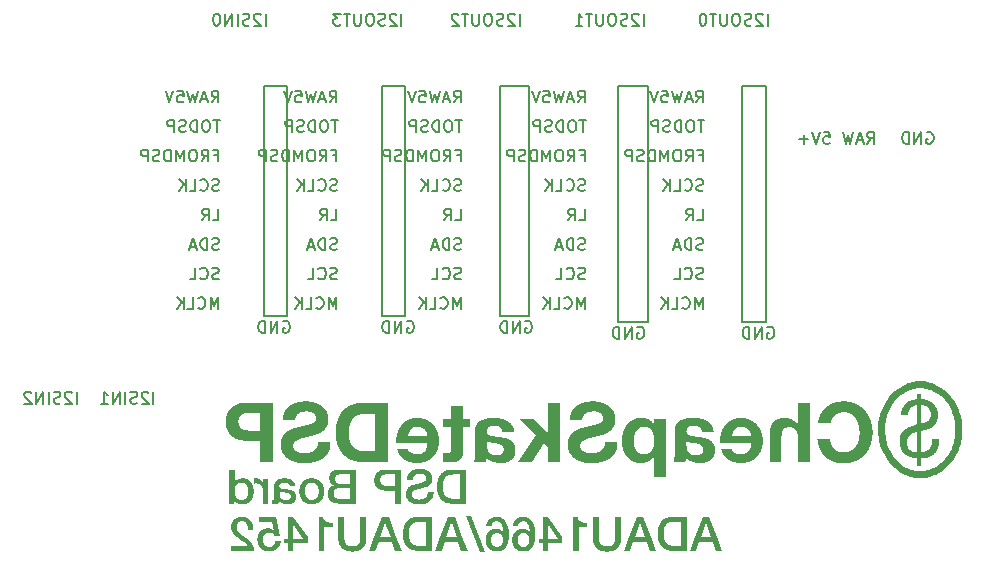
<source format=gbr>
%TF.GenerationSoftware,KiCad,Pcbnew,8.0.6*%
%TF.CreationDate,2024-12-08T12:16:10-08:00*%
%TF.ProjectId,dsp3,64737033-2e6b-4696-9361-645f70636258,rev?*%
%TF.SameCoordinates,Original*%
%TF.FileFunction,Legend,Bot*%
%TF.FilePolarity,Positive*%
%FSLAX46Y46*%
G04 Gerber Fmt 4.6, Leading zero omitted, Abs format (unit mm)*
G04 Created by KiCad (PCBNEW 8.0.6) date 2024-12-08 12:16:10*
%MOMM*%
%LPD*%
G01*
G04 APERTURE LIST*
%ADD10C,0.000000*%
%ADD11C,0.560204*%
%ADD12C,0.150000*%
G04 APERTURE END LIST*
D10*
G36*
X55682489Y-91458311D02*
G01*
X55711529Y-91459302D01*
X55740128Y-91460954D01*
X55768287Y-91463267D01*
X55796005Y-91466240D01*
X55823283Y-91469874D01*
X55850120Y-91474168D01*
X55876517Y-91479124D01*
X55902473Y-91484740D01*
X55927989Y-91491017D01*
X55953064Y-91497954D01*
X55977699Y-91505552D01*
X56001893Y-91513811D01*
X56025647Y-91522731D01*
X56048960Y-91532312D01*
X56071832Y-91542553D01*
X56093776Y-91552873D01*
X56115311Y-91563697D01*
X56136438Y-91575023D01*
X56157155Y-91586854D01*
X56177463Y-91599187D01*
X56197363Y-91612024D01*
X56216853Y-91625364D01*
X56235935Y-91639207D01*
X56254607Y-91653554D01*
X56272871Y-91668404D01*
X56290725Y-91683757D01*
X56308171Y-91699614D01*
X56325208Y-91715974D01*
X56341836Y-91732837D01*
X56358055Y-91750204D01*
X56373865Y-91768074D01*
X56389234Y-91786416D01*
X56404131Y-91805199D01*
X56418557Y-91824423D01*
X56432510Y-91844087D01*
X56445991Y-91864191D01*
X56459001Y-91884736D01*
X56471538Y-91905721D01*
X56483604Y-91927147D01*
X56495198Y-91949013D01*
X56506319Y-91971320D01*
X56516969Y-91994067D01*
X56527147Y-92017255D01*
X56536854Y-92040883D01*
X56546088Y-92064951D01*
X56554851Y-92089461D01*
X56563142Y-92114410D01*
X56577299Y-92164308D01*
X56589568Y-92215338D01*
X56599950Y-92267502D01*
X56608444Y-92320798D01*
X56615050Y-92375227D01*
X56619769Y-92430789D01*
X56622600Y-92487483D01*
X56623544Y-92545311D01*
X56164445Y-92545311D01*
X56163119Y-92508374D01*
X56161164Y-92472066D01*
X56158581Y-92436388D01*
X56155370Y-92401340D01*
X56151531Y-92366921D01*
X56147065Y-92333132D01*
X56141970Y-92299972D01*
X56136247Y-92267441D01*
X56128823Y-92235789D01*
X56120643Y-92205270D01*
X56111708Y-92175883D01*
X56102018Y-92147630D01*
X56096889Y-92133928D01*
X56091572Y-92120509D01*
X56086066Y-92107374D01*
X56080371Y-92094521D01*
X56074488Y-92081952D01*
X56068415Y-92069666D01*
X56062154Y-92057663D01*
X56055704Y-92045944D01*
X56048530Y-92034036D01*
X56041104Y-92022473D01*
X56033427Y-92011258D01*
X56025498Y-92000388D01*
X56017318Y-91989864D01*
X56008886Y-91979687D01*
X56000203Y-91969855D01*
X55991268Y-91960370D01*
X55982081Y-91951231D01*
X55972643Y-91942437D01*
X55962953Y-91933990D01*
X55953011Y-91925889D01*
X55942818Y-91918134D01*
X55932374Y-91910725D01*
X55921678Y-91903663D01*
X55910730Y-91896946D01*
X55898978Y-91890118D01*
X55886881Y-91883732D01*
X55874437Y-91877785D01*
X55861647Y-91872279D01*
X55848512Y-91867214D01*
X55835030Y-91862589D01*
X55821202Y-91858404D01*
X55807028Y-91854660D01*
X55792508Y-91851357D01*
X55777642Y-91848493D01*
X55762430Y-91846071D01*
X55746872Y-91844088D01*
X55730967Y-91842547D01*
X55714716Y-91841445D01*
X55698120Y-91840785D01*
X55681177Y-91840564D01*
X55662773Y-91840769D01*
X55644809Y-91841382D01*
X55627286Y-91842405D01*
X55610203Y-91843836D01*
X55593561Y-91845676D01*
X55577358Y-91847926D01*
X55561596Y-91850584D01*
X55546275Y-91853651D01*
X55531393Y-91857127D01*
X55516952Y-91861013D01*
X55502951Y-91865307D01*
X55489391Y-91870010D01*
X55476271Y-91875123D01*
X55463592Y-91880644D01*
X55451352Y-91886574D01*
X55439554Y-91892914D01*
X55428134Y-91899064D01*
X55417028Y-91905435D01*
X55406238Y-91912026D01*
X55395761Y-91918837D01*
X55385600Y-91925869D01*
X55375752Y-91933121D01*
X55366220Y-91940593D01*
X55357002Y-91948285D01*
X55348098Y-91956198D01*
X55339509Y-91964331D01*
X55331235Y-91972684D01*
X55323275Y-91981257D01*
X55315629Y-91990051D01*
X55308298Y-91999065D01*
X55301282Y-92008299D01*
X55294580Y-92017753D01*
X55288176Y-92026877D01*
X55282055Y-92036127D01*
X55276217Y-92045502D01*
X55270663Y-92055004D01*
X55265392Y-92064631D01*
X55260405Y-92074384D01*
X55255701Y-92084263D01*
X55251280Y-92094268D01*
X55247143Y-92104399D01*
X55243289Y-92114655D01*
X55239718Y-92125038D01*
X55236431Y-92135546D01*
X55233427Y-92146180D01*
X55230706Y-92156940D01*
X55228268Y-92167825D01*
X55226114Y-92178837D01*
X55221391Y-92199852D01*
X55217297Y-92220617D01*
X55213834Y-92241130D01*
X55211001Y-92261391D01*
X55208797Y-92281401D01*
X55207223Y-92301159D01*
X55206279Y-92320665D01*
X55205964Y-92339920D01*
X55206767Y-92360418D01*
X55208167Y-92380632D01*
X55210165Y-92400563D01*
X55212761Y-92420212D01*
X55215954Y-92439576D01*
X55219746Y-92458658D01*
X55224135Y-92477457D01*
X55229122Y-92495972D01*
X55234706Y-92514204D01*
X55240889Y-92532153D01*
X55247669Y-92549819D01*
X55255047Y-92567201D01*
X55263022Y-92584300D01*
X55271596Y-92601117D01*
X55280767Y-92617650D01*
X55290536Y-92633899D01*
X55300777Y-92649442D01*
X55311364Y-92664859D01*
X55322297Y-92680149D01*
X55333576Y-92695314D01*
X55345201Y-92710353D01*
X55357172Y-92725266D01*
X55369490Y-92740053D01*
X55382153Y-92754715D01*
X55395162Y-92769250D01*
X55408518Y-92783660D01*
X55422219Y-92797943D01*
X55436267Y-92812101D01*
X55450661Y-92826133D01*
X55465401Y-92840039D01*
X55480487Y-92853819D01*
X55495920Y-92867473D01*
X55527508Y-92894468D01*
X55559851Y-92921085D01*
X55592948Y-92947325D01*
X55626801Y-92973186D01*
X55661408Y-92998670D01*
X55696771Y-93023776D01*
X55732889Y-93048505D01*
X55769761Y-93072857D01*
X55806826Y-93096137D01*
X55843512Y-93119669D01*
X55879819Y-93143454D01*
X55915749Y-93167490D01*
X55951301Y-93191779D01*
X55986474Y-93216319D01*
X56021270Y-93241111D01*
X56055688Y-93266155D01*
X56090958Y-93290586D01*
X56125283Y-93315551D01*
X56158665Y-93341052D01*
X56191102Y-93367087D01*
X56222596Y-93393657D01*
X56253145Y-93420761D01*
X56282751Y-93448401D01*
X56311413Y-93476575D01*
X56339131Y-93505284D01*
X56365906Y-93534528D01*
X56391736Y-93564306D01*
X56416622Y-93594620D01*
X56440565Y-93625468D01*
X56463564Y-93656851D01*
X56485619Y-93688769D01*
X56506730Y-93721222D01*
X56526743Y-93754288D01*
X56545497Y-93788047D01*
X56562992Y-93822499D01*
X56579229Y-93857642D01*
X56594206Y-93893477D01*
X56607924Y-93930004D01*
X56620384Y-93967224D01*
X56631585Y-94005136D01*
X56641526Y-94043740D01*
X56650209Y-94083036D01*
X56657633Y-94123024D01*
X56663797Y-94163704D01*
X56668703Y-94205077D01*
X56672350Y-94247141D01*
X56674738Y-94289898D01*
X56675867Y-94333347D01*
X54750902Y-94333347D01*
X54750932Y-93922584D01*
X56124185Y-93922584D01*
X56120473Y-93911054D01*
X56116383Y-93899617D01*
X56111916Y-93888276D01*
X56107070Y-93877028D01*
X56101848Y-93865875D01*
X56096248Y-93854816D01*
X56090270Y-93843852D01*
X56083914Y-93832982D01*
X56077181Y-93822207D01*
X56070071Y-93811526D01*
X56062583Y-93800939D01*
X56054717Y-93790446D01*
X56046474Y-93780048D01*
X56037853Y-93769744D01*
X56028855Y-93759535D01*
X56019479Y-93749420D01*
X55999973Y-93728404D01*
X55979711Y-93707640D01*
X55958694Y-93687127D01*
X55936922Y-93666866D01*
X55914396Y-93646856D01*
X55891114Y-93627098D01*
X55867078Y-93607591D01*
X55842287Y-93588337D01*
X55788928Y-93550079D01*
X55733556Y-93511821D01*
X55676170Y-93473564D01*
X55616769Y-93435306D01*
X55556362Y-93396547D01*
X55495954Y-93356780D01*
X55435546Y-93316005D01*
X55375139Y-93274223D01*
X55345061Y-93252891D01*
X55315236Y-93231182D01*
X55285663Y-93209096D01*
X55256341Y-93186632D01*
X55227272Y-93163791D01*
X55198454Y-93140572D01*
X55169888Y-93116976D01*
X55141572Y-93093002D01*
X55113760Y-93068588D01*
X55086702Y-93043669D01*
X55060399Y-93018248D01*
X55034851Y-92992323D01*
X55010058Y-92965895D01*
X54986020Y-92938963D01*
X54962737Y-92911528D01*
X54940210Y-92883590D01*
X54918626Y-92854078D01*
X54898176Y-92823937D01*
X54878858Y-92793166D01*
X54860672Y-92761767D01*
X54843620Y-92729739D01*
X54827700Y-92697081D01*
X54812912Y-92663795D01*
X54799257Y-92629879D01*
X54792917Y-92612638D01*
X54786986Y-92595145D01*
X54781464Y-92577400D01*
X54776351Y-92559404D01*
X54771648Y-92541156D01*
X54767353Y-92522656D01*
X54763468Y-92503905D01*
X54759991Y-92484902D01*
X54756924Y-92465647D01*
X54754265Y-92446141D01*
X54752016Y-92426383D01*
X54750175Y-92406373D01*
X54747722Y-92365599D01*
X54746904Y-92323818D01*
X54747596Y-92289398D01*
X54749672Y-92254601D01*
X54753132Y-92219426D01*
X54757977Y-92183874D01*
X54764206Y-92147944D01*
X54771819Y-92111636D01*
X54780817Y-92074950D01*
X54791200Y-92037887D01*
X54796989Y-92018853D01*
X54803282Y-92000007D01*
X54810078Y-91981351D01*
X54817377Y-91962883D01*
X54825180Y-91944604D01*
X54833486Y-91926513D01*
X54842295Y-91908612D01*
X54851608Y-91890899D01*
X54861424Y-91873375D01*
X54871743Y-91856040D01*
X54882566Y-91838893D01*
X54893892Y-91821936D01*
X54905722Y-91805167D01*
X54918055Y-91788587D01*
X54930891Y-91772195D01*
X54944230Y-91755993D01*
X54957586Y-91740057D01*
X54971476Y-91724468D01*
X54985901Y-91709225D01*
X55000861Y-91694328D01*
X55016356Y-91679776D01*
X55032386Y-91665571D01*
X55048951Y-91651712D01*
X55066051Y-91638199D01*
X55083685Y-91625032D01*
X55101855Y-91612211D01*
X55120559Y-91599736D01*
X55139798Y-91587607D01*
X55159571Y-91575824D01*
X55179880Y-91564388D01*
X55200723Y-91553297D01*
X55222101Y-91542553D01*
X55244078Y-91532312D01*
X55266715Y-91522731D01*
X55290013Y-91513811D01*
X55313972Y-91505552D01*
X55338592Y-91497954D01*
X55363872Y-91491017D01*
X55389813Y-91484740D01*
X55416415Y-91479124D01*
X55443677Y-91474168D01*
X55471600Y-91469874D01*
X55500183Y-91466240D01*
X55529427Y-91463267D01*
X55559332Y-91460954D01*
X55589897Y-91459302D01*
X55621123Y-91458311D01*
X55653009Y-91457981D01*
X55682489Y-91458311D01*
G37*
G36*
X71745355Y-94333347D02*
G01*
X70553323Y-94333347D01*
X70512391Y-94332907D01*
X70472151Y-94331585D01*
X70432604Y-94329383D01*
X70393748Y-94326300D01*
X70355585Y-94322335D01*
X70318114Y-94317490D01*
X70281335Y-94311764D01*
X70245248Y-94305157D01*
X70209854Y-94297670D01*
X70175151Y-94289301D01*
X70141141Y-94280051D01*
X70107823Y-94269920D01*
X70075198Y-94258909D01*
X70043264Y-94247016D01*
X70012023Y-94234243D01*
X69981473Y-94220588D01*
X69951616Y-94206178D01*
X69922450Y-94191139D01*
X69893977Y-94175471D01*
X69866196Y-94159173D01*
X69839107Y-94142246D01*
X69812710Y-94124690D01*
X69787005Y-94106505D01*
X69761993Y-94087691D01*
X69737673Y-94068248D01*
X69714045Y-94048175D01*
X69691109Y-94027473D01*
X69668865Y-94006143D01*
X69647314Y-93984183D01*
X69626454Y-93961593D01*
X69606287Y-93938375D01*
X69586812Y-93914528D01*
X69567999Y-93889610D01*
X69549815Y-93864188D01*
X69532259Y-93838264D01*
X69515333Y-93811835D01*
X69499037Y-93784904D01*
X69483369Y-93757469D01*
X69468330Y-93729531D01*
X69453921Y-93701089D01*
X69440141Y-93672144D01*
X69426990Y-93642696D01*
X69414469Y-93612744D01*
X69402576Y-93582288D01*
X69391313Y-93551330D01*
X69380679Y-93519867D01*
X69370674Y-93487902D01*
X69361299Y-93455433D01*
X69343364Y-93389425D01*
X69327821Y-93322285D01*
X69314670Y-93254012D01*
X69303909Y-93184608D01*
X69295540Y-93114070D01*
X69289562Y-93042401D01*
X69285976Y-92969599D01*
X69284780Y-92895668D01*
X69788198Y-92895668D01*
X69788827Y-92949594D01*
X69790713Y-93002639D01*
X69793858Y-93054802D01*
X69798260Y-93106085D01*
X69803920Y-93156487D01*
X69810838Y-93206007D01*
X69819013Y-93254647D01*
X69828447Y-93302406D01*
X69833260Y-93325389D01*
X69838640Y-93348025D01*
X69844586Y-93370316D01*
X69851099Y-93392260D01*
X69858178Y-93413858D01*
X69865823Y-93435111D01*
X69874034Y-93456017D01*
X69882812Y-93476577D01*
X69892156Y-93496791D01*
X69902066Y-93516659D01*
X69912543Y-93536181D01*
X69923586Y-93555357D01*
X69935195Y-93574187D01*
X69947371Y-93592671D01*
X69960112Y-93610809D01*
X69973421Y-93628601D01*
X69986839Y-93645496D01*
X70000919Y-93661951D01*
X70015659Y-93677965D01*
X70031059Y-93693539D01*
X70047121Y-93708672D01*
X70063843Y-93723365D01*
X70081226Y-93737617D01*
X70099269Y-93751429D01*
X70117973Y-93764801D01*
X70137338Y-93777732D01*
X70157363Y-93790222D01*
X70178049Y-93802272D01*
X70199396Y-93813881D01*
X70221403Y-93825050D01*
X70244071Y-93835778D01*
X70267400Y-93846065D01*
X70290981Y-93855331D01*
X70315412Y-93863998D01*
X70340692Y-93872068D01*
X70366821Y-93879541D01*
X70393800Y-93886415D01*
X70421628Y-93892692D01*
X70450305Y-93898371D01*
X70479832Y-93903452D01*
X70541434Y-93911820D01*
X70606435Y-93917798D01*
X70674833Y-93921385D01*
X70746629Y-93922580D01*
X71241964Y-93922580D01*
X71241964Y-91868755D01*
X70746629Y-91868755D01*
X70710306Y-91869070D01*
X70674833Y-91870014D01*
X70640209Y-91871587D01*
X70606435Y-91873789D01*
X70573510Y-91876621D01*
X70541434Y-91880081D01*
X70510208Y-91884171D01*
X70479832Y-91888890D01*
X70450305Y-91894239D01*
X70421628Y-91900216D01*
X70393800Y-91906823D01*
X70366821Y-91914059D01*
X70340692Y-91921924D01*
X70315412Y-91930419D01*
X70290981Y-91939542D01*
X70267400Y-91949295D01*
X70244071Y-91959111D01*
X70221403Y-91969430D01*
X70199396Y-91980253D01*
X70178049Y-91991579D01*
X70157363Y-92003409D01*
X70137338Y-92015742D01*
X70117973Y-92028578D01*
X70099269Y-92041918D01*
X70081226Y-92055761D01*
X70063843Y-92070108D01*
X70047121Y-92084958D01*
X70031059Y-92100311D01*
X70015659Y-92116168D01*
X70000919Y-92132528D01*
X69986839Y-92149392D01*
X69973421Y-92166759D01*
X69960113Y-92184079D01*
X69947372Y-92201808D01*
X69935197Y-92219946D01*
X69923588Y-92238493D01*
X69912545Y-92257449D01*
X69902069Y-92276814D01*
X69892159Y-92296588D01*
X69882815Y-92316771D01*
X69874037Y-92337363D01*
X69865826Y-92358364D01*
X69858180Y-92379774D01*
X69851101Y-92401592D01*
X69844588Y-92423820D01*
X69838642Y-92446457D01*
X69833261Y-92469503D01*
X69828447Y-92492958D01*
X69819013Y-92539773D01*
X69810838Y-92587594D01*
X69803920Y-92636422D01*
X69798260Y-92686258D01*
X69793858Y-92737100D01*
X69790713Y-92788949D01*
X69788827Y-92841805D01*
X69788198Y-92895668D01*
X69284780Y-92895668D01*
X69284780Y-92895664D01*
X69285976Y-92821729D01*
X69289562Y-92748927D01*
X69295540Y-92677257D01*
X69303909Y-92606720D01*
X69314670Y-92537315D01*
X69327821Y-92469043D01*
X69343364Y-92401903D01*
X69361299Y-92335895D01*
X69370674Y-92303442D01*
X69380678Y-92271523D01*
X69391311Y-92240140D01*
X69402574Y-92209291D01*
X69414466Y-92178977D01*
X69426988Y-92149198D01*
X69440138Y-92119954D01*
X69453918Y-92091244D01*
X69468328Y-92063070D01*
X69483366Y-92035431D01*
X69499034Y-92008326D01*
X69515331Y-91981757D01*
X69532258Y-91955722D01*
X69549813Y-91930223D01*
X69567998Y-91905258D01*
X69586812Y-91880829D01*
X69606287Y-91856493D01*
X69626454Y-91832817D01*
X69647314Y-91809803D01*
X69668865Y-91787449D01*
X69691109Y-91765756D01*
X69714045Y-91744724D01*
X69737673Y-91724352D01*
X69761993Y-91704641D01*
X69787005Y-91685591D01*
X69812710Y-91667201D01*
X69839107Y-91649473D01*
X69866196Y-91632405D01*
X69893977Y-91615997D01*
X69922450Y-91600251D01*
X69951616Y-91585165D01*
X69981473Y-91570739D01*
X70012023Y-91557085D01*
X70043264Y-91544312D01*
X70075198Y-91532419D01*
X70107823Y-91521408D01*
X70141141Y-91511277D01*
X70175151Y-91502027D01*
X70209854Y-91493658D01*
X70245248Y-91486170D01*
X70281335Y-91479564D01*
X70318114Y-91473838D01*
X70355585Y-91468992D01*
X70393748Y-91465028D01*
X70432604Y-91461945D01*
X70472151Y-91459743D01*
X70512391Y-91458421D01*
X70553323Y-91457981D01*
X71745355Y-91457981D01*
X71745355Y-93922580D01*
X71745355Y-94333347D01*
G37*
G36*
X61214437Y-93664852D02*
G01*
X60006303Y-93664852D01*
X60006303Y-94333351D01*
X59571374Y-94333351D01*
X59571374Y-93664844D01*
X59208932Y-93664844D01*
X59208932Y-93302410D01*
X59571374Y-93302410D01*
X59571374Y-92062050D01*
X60006307Y-92062050D01*
X60006307Y-93302406D01*
X60860055Y-93302406D01*
X60014356Y-92062050D01*
X60006307Y-92062050D01*
X59571374Y-92062050D01*
X59571374Y-91514366D01*
X60006303Y-91514366D01*
X61214437Y-93209785D01*
X61214437Y-93302406D01*
X61214437Y-93664852D01*
G37*
G36*
X69172025Y-94333351D02*
G01*
X68652524Y-94333351D01*
X68382711Y-93572220D01*
X67234975Y-93572220D01*
X66965162Y-94333351D01*
X66425527Y-94333351D01*
X66866029Y-93189647D01*
X67367876Y-93189647D01*
X68245790Y-93189647D01*
X67810880Y-91953323D01*
X67798780Y-91953323D01*
X67367876Y-93189647D01*
X66866029Y-93189647D01*
X67532987Y-91457981D01*
X68068593Y-91457981D01*
X68733126Y-93189647D01*
X69172025Y-94333351D01*
G37*
G36*
X74765695Y-94333351D02*
G01*
X74246194Y-94333351D01*
X73976377Y-93572220D01*
X72828645Y-93572220D01*
X72558832Y-94333351D01*
X72019197Y-94333351D01*
X72459697Y-93189647D01*
X72961545Y-93189647D01*
X73839460Y-93189647D01*
X73404550Y-91953323D01*
X73392450Y-91953323D01*
X72961545Y-93189647D01*
X72459697Y-93189647D01*
X73126653Y-91457981D01*
X73662263Y-91457981D01*
X74326795Y-93189647D01*
X74765695Y-94333351D01*
G37*
G36*
X93306558Y-94333351D02*
G01*
X92114528Y-94333351D01*
X92073596Y-94332910D01*
X92033356Y-94331589D01*
X91993808Y-94329387D01*
X91954953Y-94326303D01*
X91916789Y-94322339D01*
X91879318Y-94317494D01*
X91842539Y-94311768D01*
X91806452Y-94305161D01*
X91771057Y-94297673D01*
X91736355Y-94289305D01*
X91702345Y-94280055D01*
X91669027Y-94269924D01*
X91636401Y-94258913D01*
X91604467Y-94247020D01*
X91573226Y-94234247D01*
X91542676Y-94220592D01*
X91512819Y-94206182D01*
X91483654Y-94191143D01*
X91455182Y-94175474D01*
X91427401Y-94159177D01*
X91400312Y-94142250D01*
X91373916Y-94124694D01*
X91348211Y-94106509D01*
X91323199Y-94087695D01*
X91298879Y-94068251D01*
X91275251Y-94048179D01*
X91252315Y-94027477D01*
X91230072Y-94006146D01*
X91208520Y-93984186D01*
X91187661Y-93961597D01*
X91167494Y-93938379D01*
X91148019Y-93914531D01*
X91129205Y-93889613D01*
X91111020Y-93864192D01*
X91093464Y-93838267D01*
X91076538Y-93811839D01*
X91060241Y-93784908D01*
X91044573Y-93757473D01*
X91029534Y-93729535D01*
X91015125Y-93701093D01*
X91001344Y-93672148D01*
X90988194Y-93642699D01*
X90975672Y-93612747D01*
X90963779Y-93582292D01*
X90952516Y-93551333D01*
X90941882Y-93519871D01*
X90931877Y-93487906D01*
X90922502Y-93455436D01*
X90904569Y-93389429D01*
X90889027Y-93322289D01*
X90875876Y-93254016D01*
X90865116Y-93184612D01*
X90856747Y-93114074D01*
X90850769Y-93042405D01*
X90847182Y-92969602D01*
X90845987Y-92895672D01*
X91349370Y-92895672D01*
X91350000Y-92949598D01*
X91351887Y-93002642D01*
X91355034Y-93054806D01*
X91359438Y-93106089D01*
X91365102Y-93156490D01*
X91372023Y-93206011D01*
X91380203Y-93254651D01*
X91389642Y-93302410D01*
X91394456Y-93325392D01*
X91399837Y-93348029D01*
X91405784Y-93370320D01*
X91412297Y-93392264D01*
X91419376Y-93413862D01*
X91427021Y-93435114D01*
X91435233Y-93456021D01*
X91444011Y-93476581D01*
X91453355Y-93496795D01*
X91463265Y-93516663D01*
X91473742Y-93536185D01*
X91484785Y-93555361D01*
X91496394Y-93574191D01*
X91508570Y-93592675D01*
X91521312Y-93610813D01*
X91534620Y-93628605D01*
X91548038Y-93645500D01*
X91562118Y-93661954D01*
X91576858Y-93677969D01*
X91592259Y-93693543D01*
X91608320Y-93708676D01*
X91625042Y-93723369D01*
X91642425Y-93737621D01*
X91660468Y-93751433D01*
X91679172Y-93764804D01*
X91698537Y-93777735D01*
X91718562Y-93790226D01*
X91739248Y-93802275D01*
X91760595Y-93813885D01*
X91782602Y-93825053D01*
X91805270Y-93835782D01*
X91828599Y-93846069D01*
X91852180Y-93855335D01*
X91876610Y-93864002D01*
X91901890Y-93872072D01*
X91928019Y-93879544D01*
X91954998Y-93886419D01*
X91982826Y-93892696D01*
X92011503Y-93898374D01*
X92041030Y-93903455D01*
X92102633Y-93911824D01*
X92167633Y-93917802D01*
X92236031Y-93921389D01*
X92307826Y-93922584D01*
X92803163Y-93922584D01*
X92803163Y-91868759D01*
X92307826Y-91868759D01*
X92271504Y-91869074D01*
X92236031Y-91870017D01*
X92201407Y-91871590D01*
X92167633Y-91873793D01*
X92134708Y-91876624D01*
X92102633Y-91880085D01*
X92071407Y-91884175D01*
X92041030Y-91888894D01*
X92011503Y-91894243D01*
X91982826Y-91900220D01*
X91954998Y-91906827D01*
X91928019Y-91914063D01*
X91901890Y-91921928D01*
X91876610Y-91930422D01*
X91852180Y-91939546D01*
X91828599Y-91949299D01*
X91805270Y-91959115D01*
X91782602Y-91969434D01*
X91760595Y-91980257D01*
X91739248Y-91991583D01*
X91718562Y-92003413D01*
X91698537Y-92015746D01*
X91679172Y-92028582D01*
X91660468Y-92041922D01*
X91642425Y-92055765D01*
X91625042Y-92070112D01*
X91608320Y-92084962D01*
X91592259Y-92100315D01*
X91576858Y-92116172D01*
X91562118Y-92132532D01*
X91548038Y-92149396D01*
X91534620Y-92166763D01*
X91521311Y-92184083D01*
X91508569Y-92201812D01*
X91496392Y-92219950D01*
X91484783Y-92238497D01*
X91473739Y-92257453D01*
X91463263Y-92276818D01*
X91453352Y-92296592D01*
X91444008Y-92316775D01*
X91435230Y-92337367D01*
X91427018Y-92358367D01*
X91419373Y-92379777D01*
X91412294Y-92401596D01*
X91405782Y-92423824D01*
X91399836Y-92446461D01*
X91394456Y-92469507D01*
X91389642Y-92492962D01*
X91380203Y-92539776D01*
X91372023Y-92587598D01*
X91365102Y-92636426D01*
X91359438Y-92686261D01*
X91355034Y-92737103D01*
X91351887Y-92788952D01*
X91350000Y-92841808D01*
X91349370Y-92895672D01*
X90845987Y-92895672D01*
X90845987Y-92895668D01*
X90847182Y-92821733D01*
X90850769Y-92748931D01*
X90856747Y-92677261D01*
X90865116Y-92606724D01*
X90875876Y-92537319D01*
X90889027Y-92469047D01*
X90904569Y-92401907D01*
X90922502Y-92335899D01*
X90931877Y-92303446D01*
X90941882Y-92271527D01*
X90952516Y-92240143D01*
X90963779Y-92209295D01*
X90975672Y-92178981D01*
X90988194Y-92149202D01*
X91001344Y-92119957D01*
X91015125Y-92091248D01*
X91029534Y-92063074D01*
X91044573Y-92035435D01*
X91060241Y-92008330D01*
X91076538Y-91981761D01*
X91093464Y-91955726D01*
X91111020Y-91930226D01*
X91129205Y-91905262D01*
X91148019Y-91880832D01*
X91167494Y-91856496D01*
X91187661Y-91832821D01*
X91208520Y-91809807D01*
X91230072Y-91787453D01*
X91252315Y-91765760D01*
X91275251Y-91744727D01*
X91298879Y-91724356D01*
X91323199Y-91704645D01*
X91348211Y-91685595D01*
X91373916Y-91667205D01*
X91400312Y-91649476D01*
X91427401Y-91632408D01*
X91455182Y-91616001D01*
X91483654Y-91600254D01*
X91512819Y-91585168D01*
X91542676Y-91570743D01*
X91573226Y-91557089D01*
X91604467Y-91544315D01*
X91636401Y-91532423D01*
X91669027Y-91521411D01*
X91702345Y-91511281D01*
X91736355Y-91502031D01*
X91771057Y-91493662D01*
X91806452Y-91486174D01*
X91842539Y-91479567D01*
X91879318Y-91473841D01*
X91916789Y-91468996D01*
X91954952Y-91465032D01*
X91993807Y-91461949D01*
X92033355Y-91459747D01*
X92073594Y-91458425D01*
X92114526Y-91457985D01*
X93306554Y-91457985D01*
X93306558Y-93922584D01*
X93306558Y-94333351D01*
G37*
G36*
X82775640Y-93664852D02*
G01*
X81567502Y-93664852D01*
X81567502Y-94333355D01*
X81132574Y-94333355D01*
X81132574Y-93664848D01*
X80770132Y-93664848D01*
X80770132Y-93302410D01*
X81132574Y-93302410D01*
X81132574Y-92062053D01*
X81567499Y-92062053D01*
X81567499Y-93302410D01*
X82421251Y-93302410D01*
X81575555Y-92062053D01*
X81567499Y-92062053D01*
X81132574Y-92062053D01*
X81132574Y-91514366D01*
X81567502Y-91514366D01*
X82775640Y-93209785D01*
X82775640Y-93302410D01*
X82775640Y-93664852D01*
G37*
G36*
X90733232Y-94333355D02*
G01*
X90213731Y-94333355D01*
X89943914Y-93572223D01*
X88796182Y-93572223D01*
X88526365Y-94333355D01*
X87986730Y-94333355D01*
X88427232Y-93189651D01*
X88929075Y-93189651D01*
X89806989Y-93189651D01*
X89372056Y-91953327D01*
X89359975Y-91953327D01*
X88929075Y-93189651D01*
X88427232Y-93189651D01*
X89094190Y-91457985D01*
X89629796Y-91457985D01*
X90294331Y-93189651D01*
X90733232Y-94333355D01*
G37*
G36*
X96326896Y-94333355D02*
G01*
X95807397Y-94333355D01*
X95537580Y-93572223D01*
X94389850Y-93572223D01*
X94120033Y-94333355D01*
X93580398Y-94333355D01*
X94020900Y-93189651D01*
X94522745Y-93189651D01*
X95400659Y-93189651D01*
X94965726Y-91953327D01*
X94953647Y-91953327D01*
X94522745Y-93189651D01*
X94020900Y-93189651D01*
X94687858Y-91457985D01*
X95223466Y-91457985D01*
X95887997Y-93189651D01*
X96326896Y-94333355D01*
G37*
G36*
X62518440Y-91530328D02*
G01*
X62522121Y-91545965D01*
X62526243Y-91561287D01*
X62530805Y-91576294D01*
X62535807Y-91590987D01*
X62541250Y-91605365D01*
X62547133Y-91619429D01*
X62553457Y-91633177D01*
X62560221Y-91646612D01*
X62567426Y-91659732D01*
X62575071Y-91672537D01*
X62583157Y-91685027D01*
X62591683Y-91697203D01*
X62600650Y-91709064D01*
X62610057Y-91720610D01*
X62619905Y-91731842D01*
X62629611Y-91742791D01*
X62639600Y-91753488D01*
X62649872Y-91763934D01*
X62660428Y-91774128D01*
X62671266Y-91784070D01*
X62682388Y-91793760D01*
X62693793Y-91803199D01*
X62705481Y-91812385D01*
X62717452Y-91821320D01*
X62729706Y-91830003D01*
X62742244Y-91838435D01*
X62755065Y-91846615D01*
X62768168Y-91854542D01*
X62781555Y-91862219D01*
X62795226Y-91869643D01*
X62809179Y-91876815D01*
X62836802Y-91890409D01*
X62865306Y-91902996D01*
X62894692Y-91914575D01*
X62924958Y-91925147D01*
X62956106Y-91934711D01*
X62988134Y-91943268D01*
X63021044Y-91950817D01*
X63054834Y-91957359D01*
X63089190Y-91963020D01*
X63123798Y-91967926D01*
X63158658Y-91972077D01*
X63193768Y-91975473D01*
X63229131Y-91978114D01*
X63264745Y-91980001D01*
X63300611Y-91981133D01*
X63336728Y-91981510D01*
X63336732Y-92343967D01*
X62644067Y-92343967D01*
X62644067Y-94333366D01*
X62140676Y-94333366D01*
X62140676Y-91514377D01*
X62515199Y-91514377D01*
X62518440Y-91530328D01*
G37*
G36*
X84079639Y-91530332D02*
G01*
X84083320Y-91545969D01*
X84087442Y-91561291D01*
X84092004Y-91576298D01*
X84097006Y-91590991D01*
X84102449Y-91605369D01*
X84108333Y-91619432D01*
X84114656Y-91633181D01*
X84121421Y-91646616D01*
X84128625Y-91659735D01*
X84136271Y-91672540D01*
X84144356Y-91685031D01*
X84152883Y-91697207D01*
X84161849Y-91709068D01*
X84171256Y-91720614D01*
X84181104Y-91731846D01*
X84190810Y-91742795D01*
X84200799Y-91753492D01*
X84211071Y-91763938D01*
X84221627Y-91774131D01*
X84232465Y-91784074D01*
X84243587Y-91793764D01*
X84254992Y-91803202D01*
X84266680Y-91812389D01*
X84278651Y-91821324D01*
X84290906Y-91830007D01*
X84303443Y-91838439D01*
X84316264Y-91846618D01*
X84329368Y-91854546D01*
X84342755Y-91862222D01*
X84356425Y-91869647D01*
X84370378Y-91876819D01*
X84398002Y-91890413D01*
X84426507Y-91903000D01*
X84455893Y-91914579D01*
X84486159Y-91925151D01*
X84517306Y-91934715D01*
X84549334Y-91943272D01*
X84582243Y-91950821D01*
X84616033Y-91957363D01*
X84650389Y-91963024D01*
X84684997Y-91967929D01*
X84719857Y-91972080D01*
X84754968Y-91975476D01*
X84790331Y-91978118D01*
X84825946Y-91980004D01*
X84861813Y-91981136D01*
X84897931Y-91981514D01*
X84897931Y-92343971D01*
X84205266Y-92343971D01*
X84205266Y-94333370D01*
X83701875Y-94333370D01*
X83701875Y-91514381D01*
X84076398Y-91514381D01*
X84079639Y-91530332D01*
G37*
G36*
X78223294Y-93427595D02*
G01*
X78212911Y-93495678D01*
X78207106Y-93528650D01*
X78200766Y-93561119D01*
X78193892Y-93593085D01*
X78186482Y-93624547D01*
X78178538Y-93655506D01*
X78170059Y-93685962D01*
X78161045Y-93715914D01*
X78151496Y-93745362D01*
X78141413Y-93774308D01*
X78130794Y-93802750D01*
X78119641Y-93830688D01*
X78107953Y-93858123D01*
X78095730Y-93885055D01*
X78082972Y-93911483D01*
X78069680Y-93937408D01*
X78055852Y-93962829D01*
X78040940Y-93987180D01*
X78025398Y-94010902D01*
X78009227Y-94033995D01*
X77992427Y-94056458D01*
X77974997Y-94078292D01*
X77956939Y-94099497D01*
X77938250Y-94120073D01*
X77918933Y-94140019D01*
X77898986Y-94159337D01*
X77878410Y-94178025D01*
X77857205Y-94196084D01*
X77835370Y-94213514D01*
X77812906Y-94230315D01*
X77789813Y-94246487D01*
X77766090Y-94262029D01*
X77741739Y-94276943D01*
X77716145Y-94290597D01*
X77689701Y-94303371D01*
X77662408Y-94315263D01*
X77634266Y-94326275D01*
X77605274Y-94336405D01*
X77575432Y-94345655D01*
X77544741Y-94354024D01*
X77513201Y-94361512D01*
X77480811Y-94368119D01*
X77447571Y-94373845D01*
X77413482Y-94378690D01*
X77378543Y-94382654D01*
X77342755Y-94385737D01*
X77306118Y-94387940D01*
X77268631Y-94389261D01*
X77230295Y-94389702D01*
X77204260Y-94389418D01*
X77178508Y-94388569D01*
X77153040Y-94387153D01*
X77127855Y-94385171D01*
X77102953Y-94382623D01*
X77078334Y-94379508D01*
X77053998Y-94375827D01*
X77029946Y-94371579D01*
X77006176Y-94366766D01*
X76982690Y-94361385D01*
X76959487Y-94355439D01*
X76936567Y-94348926D01*
X76913930Y-94341847D01*
X76891577Y-94334201D01*
X76869506Y-94325989D01*
X76847719Y-94317211D01*
X76826262Y-94307929D01*
X76805182Y-94298207D01*
X76784480Y-94288045D01*
X76764155Y-94277442D01*
X76744208Y-94266399D01*
X76724639Y-94254915D01*
X76705447Y-94242991D01*
X76686633Y-94230627D01*
X76668196Y-94217822D01*
X76650136Y-94204577D01*
X76632455Y-94190891D01*
X76615151Y-94176765D01*
X76598224Y-94162198D01*
X76581675Y-94147191D01*
X76565504Y-94131744D01*
X76549711Y-94115856D01*
X76534342Y-94099087D01*
X76519445Y-94082003D01*
X76505020Y-94064604D01*
X76491067Y-94046891D01*
X76477586Y-94028863D01*
X76464576Y-94010521D01*
X76452039Y-93991863D01*
X76439973Y-93972892D01*
X76428380Y-93953605D01*
X76417258Y-93934004D01*
X76406608Y-93914088D01*
X76396430Y-93893858D01*
X76386724Y-93873313D01*
X76377490Y-93852454D01*
X76368727Y-93831280D01*
X76360437Y-93809791D01*
X76352146Y-93787532D01*
X76344391Y-93765052D01*
X76337170Y-93742352D01*
X76330484Y-93719432D01*
X76324333Y-93696292D01*
X76318717Y-93672932D01*
X76313636Y-93649351D01*
X76309090Y-93625550D01*
X76305078Y-93601529D01*
X76301602Y-93577288D01*
X76298660Y-93552826D01*
X76296253Y-93528144D01*
X76294381Y-93503242D01*
X76293044Y-93478120D01*
X76292242Y-93452778D01*
X76291974Y-93427215D01*
X76292125Y-93419212D01*
X76751066Y-93419212D01*
X76751569Y-93447340D01*
X76753079Y-93475342D01*
X76755596Y-93503218D01*
X76759119Y-93530967D01*
X76763650Y-93558591D01*
X76769187Y-93586089D01*
X76775730Y-93613462D01*
X76783281Y-93640709D01*
X76786946Y-93653703D01*
X76790895Y-93666508D01*
X76795127Y-93679124D01*
X76799642Y-93691552D01*
X76804440Y-93703791D01*
X76809521Y-93715841D01*
X76814885Y-93727702D01*
X76820532Y-93739374D01*
X76826463Y-93750857D01*
X76832676Y-93762152D01*
X76839173Y-93773258D01*
X76845953Y-93784175D01*
X76853016Y-93794903D01*
X76860363Y-93805442D01*
X76867993Y-93815793D01*
X76875905Y-93825954D01*
X76883582Y-93835913D01*
X76891511Y-93845651D01*
X76899691Y-93855168D01*
X76908123Y-93864466D01*
X76916806Y-93873543D01*
X76925741Y-93882399D01*
X76934928Y-93891036D01*
X76944367Y-93899452D01*
X76954057Y-93907648D01*
X76963999Y-93915623D01*
X76974193Y-93923378D01*
X76984638Y-93930913D01*
X76995335Y-93938228D01*
X77006284Y-93945322D01*
X77017484Y-93952197D01*
X77028936Y-93958851D01*
X77040640Y-93964699D01*
X77052595Y-93970171D01*
X77064802Y-93975265D01*
X77077261Y-93979982D01*
X77089972Y-93984322D01*
X77102934Y-93988284D01*
X77116148Y-93991869D01*
X77129614Y-93995076D01*
X77143332Y-93997907D01*
X77157301Y-94000360D01*
X77171522Y-94002435D01*
X77185994Y-94004133D01*
X77200718Y-94005454D01*
X77215694Y-94006397D01*
X77230921Y-94006964D01*
X77246400Y-94007152D01*
X77246400Y-94007148D01*
X77261896Y-94006960D01*
X77277171Y-94006394D01*
X77292225Y-94005450D01*
X77307060Y-94004129D01*
X77321674Y-94002431D01*
X77336068Y-94000356D01*
X77350241Y-93997903D01*
X77364195Y-93995073D01*
X77377928Y-93991865D01*
X77391441Y-93988280D01*
X77404733Y-93984318D01*
X77417806Y-93979978D01*
X77430658Y-93975261D01*
X77443290Y-93970167D01*
X77455702Y-93964696D01*
X77467893Y-93958847D01*
X77479361Y-93952681D01*
X77490608Y-93946263D01*
X77501636Y-93939593D01*
X77512443Y-93932671D01*
X77523030Y-93925498D01*
X77533396Y-93918073D01*
X77543543Y-93910397D01*
X77553469Y-93902468D01*
X77563175Y-93894288D01*
X77572661Y-93885857D01*
X77581927Y-93877173D01*
X77590972Y-93868239D01*
X77599797Y-93859052D01*
X77608402Y-93849614D01*
X77616787Y-93839924D01*
X77624952Y-93829982D01*
X77632880Y-93819333D01*
X77640557Y-93808526D01*
X77647982Y-93797562D01*
X77655156Y-93786441D01*
X77662077Y-93775162D01*
X77668747Y-93763725D01*
X77675165Y-93752132D01*
X77681332Y-93740381D01*
X77687246Y-93728473D01*
X77692909Y-93716407D01*
X77698320Y-93704184D01*
X77703480Y-93691804D01*
X77708388Y-93679266D01*
X77713044Y-93666571D01*
X77717448Y-93653718D01*
X77721601Y-93640709D01*
X77729151Y-93614343D01*
X77735695Y-93587600D01*
X77741232Y-93560480D01*
X77745762Y-93532982D01*
X77749286Y-93505106D01*
X77751803Y-93476852D01*
X77753313Y-93448221D01*
X77753816Y-93419212D01*
X77753313Y-93390205D01*
X77751803Y-93361576D01*
X77749286Y-93333324D01*
X77745762Y-93305449D01*
X77741232Y-93277952D01*
X77735695Y-93250832D01*
X77729151Y-93224089D01*
X77721601Y-93197723D01*
X77717448Y-93184745D01*
X77713044Y-93171987D01*
X77708388Y-93159449D01*
X77703480Y-93147132D01*
X77698320Y-93135034D01*
X77692909Y-93123158D01*
X77687246Y-93111501D01*
X77681332Y-93100064D01*
X77675165Y-93088848D01*
X77668747Y-93077852D01*
X77662077Y-93067077D01*
X77655156Y-93056521D01*
X77647982Y-93046186D01*
X77640557Y-93036071D01*
X77632880Y-93026177D01*
X77624952Y-93016502D01*
X77616787Y-93006576D01*
X77608402Y-92996934D01*
X77599797Y-92987574D01*
X77590972Y-92978498D01*
X77581927Y-92969704D01*
X77572661Y-92961194D01*
X77563175Y-92952967D01*
X77553469Y-92945023D01*
X77543543Y-92937362D01*
X77533396Y-92929984D01*
X77523030Y-92922889D01*
X77512443Y-92916078D01*
X77501636Y-92909549D01*
X77490608Y-92903304D01*
X77479361Y-92897341D01*
X77467893Y-92891662D01*
X77455702Y-92885807D01*
X77443290Y-92880330D01*
X77430658Y-92875230D01*
X77417805Y-92870509D01*
X77404733Y-92866165D01*
X77391440Y-92862198D01*
X77377927Y-92858610D01*
X77364193Y-92855399D01*
X77350240Y-92852566D01*
X77336066Y-92850110D01*
X77321672Y-92848033D01*
X77307058Y-92846333D01*
X77292224Y-92845011D01*
X77277169Y-92844067D01*
X77261895Y-92843500D01*
X77246400Y-92843311D01*
X77230921Y-92843500D01*
X77215694Y-92844067D01*
X77200718Y-92845011D01*
X77185994Y-92846333D01*
X77171522Y-92848033D01*
X77157301Y-92850110D01*
X77143332Y-92852566D01*
X77129614Y-92855399D01*
X77116148Y-92858610D01*
X77102934Y-92862198D01*
X77089972Y-92866165D01*
X77077261Y-92870509D01*
X77064802Y-92875230D01*
X77052595Y-92880330D01*
X77040640Y-92885807D01*
X77028936Y-92891662D01*
X77017484Y-92897829D01*
X77006284Y-92904246D01*
X76995335Y-92910916D01*
X76984638Y-92917838D01*
X76974193Y-92925011D01*
X76963999Y-92932436D01*
X76954057Y-92940112D01*
X76944367Y-92948041D01*
X76934928Y-92956221D01*
X76925741Y-92964652D01*
X76916806Y-92973336D01*
X76908123Y-92982271D01*
X76899691Y-92991457D01*
X76891511Y-93000895D01*
X76883582Y-93010585D01*
X76875905Y-93020527D01*
X76867993Y-93030201D01*
X76860363Y-93040096D01*
X76853016Y-93050211D01*
X76845953Y-93060546D01*
X76839173Y-93071101D01*
X76832676Y-93081877D01*
X76826463Y-93092873D01*
X76820532Y-93104089D01*
X76814885Y-93115525D01*
X76809521Y-93127182D01*
X76804440Y-93139059D01*
X76799642Y-93151156D01*
X76795127Y-93163474D01*
X76790895Y-93176011D01*
X76786946Y-93188769D01*
X76783281Y-93201748D01*
X76775730Y-93228050D01*
X76769187Y-93254604D01*
X76763650Y-93281410D01*
X76759119Y-93308467D01*
X76755596Y-93335776D01*
X76753079Y-93363336D01*
X76751569Y-93391148D01*
X76751066Y-93419212D01*
X76292125Y-93419212D01*
X76292918Y-93377317D01*
X76294098Y-93352699D01*
X76295750Y-93328300D01*
X76297873Y-93304122D01*
X76300469Y-93280164D01*
X76303536Y-93256426D01*
X76307075Y-93232909D01*
X76311087Y-93209612D01*
X76315570Y-93186534D01*
X76320525Y-93163677D01*
X76325952Y-93141041D01*
X76331851Y-93118624D01*
X76338222Y-93096428D01*
X76345065Y-93074452D01*
X76352380Y-93052696D01*
X76360151Y-93031238D01*
X76368363Y-93010158D01*
X76377015Y-92989456D01*
X76386107Y-92969131D01*
X76395640Y-92949183D01*
X76405614Y-92929613D01*
X76416027Y-92910421D01*
X76426882Y-92891607D01*
X76438176Y-92873170D01*
X76449912Y-92855110D01*
X76462087Y-92837428D01*
X76474703Y-92820124D01*
X76487760Y-92803198D01*
X76501257Y-92786649D01*
X76515195Y-92770478D01*
X76529573Y-92754684D01*
X76543872Y-92738796D01*
X76558581Y-92723349D01*
X76573698Y-92708342D01*
X76589224Y-92693775D01*
X76605160Y-92679649D01*
X76621504Y-92665963D01*
X76638258Y-92652718D01*
X76655420Y-92639913D01*
X76672992Y-92627549D01*
X76690972Y-92615625D01*
X76709361Y-92604141D01*
X76728160Y-92593098D01*
X76747367Y-92582495D01*
X76766984Y-92572333D01*
X76787009Y-92562611D01*
X76807443Y-92553329D01*
X76828255Y-92544551D01*
X76849413Y-92536339D01*
X76870917Y-92528693D01*
X76892767Y-92521614D01*
X76914964Y-92515101D01*
X76937506Y-92509155D01*
X76960395Y-92503774D01*
X76983630Y-92498961D01*
X77007210Y-92494713D01*
X77031137Y-92491032D01*
X77055410Y-92487917D01*
X77080030Y-92485369D01*
X77104995Y-92483387D01*
X77130306Y-92481971D01*
X77155963Y-92481122D01*
X77181966Y-92480838D01*
X77205531Y-92481169D01*
X77228907Y-92482160D01*
X77252095Y-92483812D01*
X77275093Y-92486124D01*
X77297903Y-92489097D01*
X77320524Y-92492731D01*
X77342956Y-92497026D01*
X77365200Y-92501981D01*
X77387255Y-92507598D01*
X77409121Y-92513874D01*
X77430798Y-92520812D01*
X77452286Y-92528410D01*
X77473586Y-92536669D01*
X77494697Y-92545589D01*
X77515618Y-92555169D01*
X77536352Y-92565410D01*
X77556219Y-92575824D01*
X77575552Y-92586931D01*
X77594351Y-92598729D01*
X77612614Y-92611220D01*
X77630343Y-92624402D01*
X77647537Y-92638277D01*
X77664196Y-92652844D01*
X77680320Y-92668103D01*
X77695910Y-92684055D01*
X77710964Y-92700698D01*
X77725484Y-92718034D01*
X77739469Y-92736062D01*
X77752919Y-92754781D01*
X77765834Y-92774193D01*
X77778214Y-92794298D01*
X77790059Y-92815094D01*
X77798116Y-92807045D01*
X77790063Y-92711401D01*
X77782007Y-92609714D01*
X77778798Y-92582530D01*
X77775212Y-92555347D01*
X77771248Y-92528164D01*
X77766906Y-92500981D01*
X77762187Y-92473798D01*
X77757090Y-92446615D01*
X77751615Y-92419432D01*
X77745763Y-92392250D01*
X77739534Y-92365255D01*
X77732926Y-92338638D01*
X77725942Y-92312398D01*
X77718580Y-92286537D01*
X77710841Y-92261053D01*
X77702724Y-92235947D01*
X77694230Y-92211218D01*
X77685357Y-92186866D01*
X77674975Y-92162076D01*
X77669548Y-92149963D01*
X77663963Y-92138040D01*
X77658222Y-92126305D01*
X77652323Y-92114758D01*
X77646266Y-92103401D01*
X77640053Y-92092232D01*
X77633682Y-92081252D01*
X77627154Y-92070461D01*
X77620468Y-92059859D01*
X77613625Y-92049445D01*
X77606625Y-92039220D01*
X77599467Y-92029184D01*
X77592152Y-92019336D01*
X77584680Y-92009678D01*
X77576531Y-92000239D01*
X77568194Y-91991052D01*
X77559667Y-91982117D01*
X77550952Y-91973433D01*
X77542048Y-91965002D01*
X77532956Y-91956821D01*
X77523674Y-91948893D01*
X77514204Y-91941216D01*
X77504546Y-91933791D01*
X77494698Y-91926618D01*
X77484662Y-91919696D01*
X77474437Y-91913026D01*
X77464023Y-91906607D01*
X77453421Y-91900441D01*
X77442630Y-91894526D01*
X77431650Y-91888862D01*
X77419946Y-91883013D01*
X77407990Y-91877542D01*
X77395783Y-91872448D01*
X77383324Y-91867731D01*
X77370614Y-91863391D01*
X77357651Y-91859429D01*
X77344437Y-91855844D01*
X77330971Y-91852637D01*
X77317254Y-91849806D01*
X77303285Y-91847353D01*
X77289064Y-91845278D01*
X77274591Y-91843580D01*
X77259867Y-91842259D01*
X77244891Y-91841315D01*
X77229664Y-91840749D01*
X77214185Y-91840561D01*
X77191831Y-91840985D01*
X77170075Y-91842260D01*
X77148917Y-91844383D01*
X77128356Y-91847356D01*
X77108394Y-91851179D01*
X77089029Y-91855851D01*
X77070262Y-91861372D01*
X77052093Y-91867743D01*
X77034522Y-91874964D01*
X77017548Y-91883033D01*
X77001172Y-91891953D01*
X76985394Y-91901721D01*
X76970213Y-91912340D01*
X76955631Y-91923807D01*
X76941646Y-91936124D01*
X76928258Y-91949291D01*
X76915029Y-91962647D01*
X76902523Y-91976537D01*
X76890741Y-91990963D01*
X76879682Y-92005923D01*
X76869347Y-92021418D01*
X76859735Y-92037448D01*
X76850847Y-92054012D01*
X76842683Y-92071111D01*
X76835242Y-92088746D01*
X76828525Y-92106915D01*
X76822531Y-92125618D01*
X76817262Y-92144857D01*
X76812715Y-92164631D01*
X76808893Y-92184939D01*
X76805794Y-92205783D01*
X76803419Y-92227161D01*
X76344324Y-92227131D01*
X76345582Y-92205611D01*
X76347344Y-92184343D01*
X76349610Y-92163326D01*
X76352379Y-92142561D01*
X76355651Y-92122049D01*
X76359427Y-92101787D01*
X76363705Y-92081778D01*
X76368488Y-92062020D01*
X76373773Y-92042514D01*
X76379562Y-92023259D01*
X76385855Y-92004257D01*
X76392651Y-91985505D01*
X76399950Y-91967006D01*
X76407752Y-91948758D01*
X76416058Y-91930762D01*
X76424867Y-91913017D01*
X76434101Y-91895555D01*
X76443681Y-91878408D01*
X76453607Y-91861576D01*
X76463879Y-91845058D01*
X76474498Y-91828855D01*
X76485462Y-91812967D01*
X76496772Y-91797393D01*
X76508429Y-91782134D01*
X76520432Y-91767190D01*
X76532780Y-91752560D01*
X76545475Y-91738245D01*
X76558516Y-91724245D01*
X76571903Y-91710559D01*
X76585636Y-91697188D01*
X76599716Y-91684132D01*
X76614141Y-91671390D01*
X76628378Y-91658978D01*
X76642898Y-91646913D01*
X76657701Y-91635193D01*
X76672788Y-91623819D01*
X76688157Y-91612792D01*
X76703810Y-91602110D01*
X76719745Y-91591775D01*
X76735964Y-91581786D01*
X76752466Y-91572143D01*
X76769250Y-91562846D01*
X76786318Y-91553895D01*
X76803670Y-91545290D01*
X76821304Y-91537031D01*
X76839221Y-91529119D01*
X76857422Y-91521552D01*
X76875905Y-91514332D01*
X76894609Y-91507504D01*
X76913471Y-91501118D01*
X76932489Y-91495171D01*
X76951665Y-91489665D01*
X76970999Y-91484600D01*
X76990489Y-91479975D01*
X77010137Y-91475790D01*
X77029942Y-91472046D01*
X77049905Y-91468742D01*
X77070025Y-91465879D01*
X77090302Y-91463457D01*
X77110737Y-91461474D01*
X77131328Y-91459933D01*
X77152077Y-91458831D01*
X77172984Y-91458171D01*
X77194047Y-91457950D01*
X77230937Y-91458469D01*
X77267103Y-91460027D01*
X77302545Y-91462623D01*
X77337263Y-91466257D01*
X77371258Y-91470929D01*
X77404529Y-91476639D01*
X77437076Y-91483388D01*
X77468900Y-91491175D01*
X77500000Y-91500000D01*
X77530377Y-91509864D01*
X77560029Y-91520765D01*
X77588959Y-91532705D01*
X77617164Y-91545683D01*
X77644646Y-91559699D01*
X77671404Y-91574754D01*
X77697439Y-91590847D01*
X77722310Y-91607773D01*
X77746583Y-91625329D01*
X77770258Y-91643514D01*
X77793336Y-91662329D01*
X77815816Y-91681772D01*
X77837698Y-91701845D01*
X77858982Y-91722548D01*
X77879668Y-91743879D01*
X77899757Y-91765840D01*
X77919247Y-91788430D01*
X77938140Y-91811649D01*
X77956435Y-91835497D01*
X77974133Y-91859975D01*
X77991232Y-91885082D01*
X78007734Y-91910818D01*
X78023637Y-91937183D01*
X78053777Y-91990290D01*
X78081778Y-92044908D01*
X78107640Y-92101035D01*
X78131362Y-92158673D01*
X78152946Y-92217821D01*
X78172389Y-92278479D01*
X78189694Y-92340648D01*
X78204858Y-92404327D01*
X78217128Y-92468697D01*
X78227762Y-92532942D01*
X78236760Y-92597061D01*
X78244122Y-92661055D01*
X78249849Y-92724923D01*
X78253939Y-92788665D01*
X78256393Y-92852281D01*
X78257211Y-92915771D01*
X78256519Y-92992665D01*
X78254442Y-93068301D01*
X78250981Y-93142677D01*
X78246136Y-93215795D01*
X78239906Y-93287654D01*
X78232292Y-93358254D01*
X78224382Y-93419212D01*
X78223294Y-93427595D01*
G37*
G36*
X80462372Y-93427595D02*
G01*
X80451990Y-93495678D01*
X80446185Y-93528650D01*
X80439845Y-93561119D01*
X80432970Y-93593085D01*
X80425561Y-93624547D01*
X80417617Y-93655506D01*
X80409138Y-93685962D01*
X80400124Y-93715914D01*
X80390575Y-93745362D01*
X80380491Y-93774308D01*
X80369873Y-93802750D01*
X80358720Y-93830688D01*
X80347032Y-93858123D01*
X80334809Y-93885055D01*
X80322051Y-93911483D01*
X80308758Y-93937408D01*
X80294931Y-93962829D01*
X80280019Y-93987180D01*
X80264477Y-94010902D01*
X80248306Y-94033995D01*
X80231506Y-94056458D01*
X80214076Y-94078292D01*
X80196017Y-94099497D01*
X80177329Y-94120073D01*
X80158011Y-94140019D01*
X80138065Y-94159337D01*
X80117488Y-94178025D01*
X80096283Y-94196084D01*
X80074448Y-94213514D01*
X80051985Y-94230315D01*
X80028891Y-94246487D01*
X80005169Y-94262029D01*
X79980817Y-94276943D01*
X79955223Y-94290597D01*
X79928780Y-94303371D01*
X79901487Y-94315263D01*
X79873344Y-94326275D01*
X79844352Y-94336405D01*
X79814511Y-94345655D01*
X79783820Y-94354024D01*
X79752279Y-94361512D01*
X79719889Y-94368119D01*
X79686650Y-94373845D01*
X79652561Y-94378690D01*
X79617622Y-94382654D01*
X79581834Y-94385737D01*
X79545196Y-94387940D01*
X79507710Y-94389261D01*
X79469373Y-94389702D01*
X79443338Y-94389418D01*
X79417587Y-94388569D01*
X79392119Y-94387153D01*
X79366934Y-94385171D01*
X79342031Y-94382623D01*
X79317413Y-94379508D01*
X79293077Y-94375827D01*
X79269024Y-94371579D01*
X79245255Y-94366766D01*
X79221769Y-94361385D01*
X79198565Y-94355439D01*
X79175646Y-94348926D01*
X79153009Y-94341847D01*
X79130655Y-94334201D01*
X79108585Y-94325989D01*
X79086797Y-94317211D01*
X79065340Y-94307929D01*
X79044261Y-94298207D01*
X79023558Y-94288045D01*
X79003234Y-94277442D01*
X78983287Y-94266399D01*
X78963717Y-94254915D01*
X78944525Y-94242991D01*
X78925711Y-94230627D01*
X78907274Y-94217822D01*
X78889215Y-94204577D01*
X78871533Y-94190891D01*
X78854229Y-94176765D01*
X78837303Y-94162198D01*
X78820754Y-94147191D01*
X78804583Y-94131744D01*
X78788789Y-94115856D01*
X78773420Y-94099087D01*
X78758524Y-94082003D01*
X78744098Y-94064604D01*
X78730145Y-94046891D01*
X78716664Y-94028863D01*
X78703655Y-94010521D01*
X78691117Y-93991863D01*
X78679052Y-93972892D01*
X78667458Y-93953605D01*
X78656336Y-93934004D01*
X78645686Y-93914088D01*
X78635508Y-93893858D01*
X78625802Y-93873313D01*
X78616568Y-93852454D01*
X78607806Y-93831280D01*
X78599515Y-93809791D01*
X78591225Y-93787532D01*
X78583469Y-93765052D01*
X78576248Y-93742352D01*
X78569563Y-93719432D01*
X78563412Y-93696292D01*
X78557796Y-93672932D01*
X78552714Y-93649351D01*
X78548168Y-93625550D01*
X78544157Y-93601529D01*
X78540680Y-93577288D01*
X78537739Y-93552826D01*
X78535332Y-93528144D01*
X78533460Y-93503242D01*
X78532123Y-93478120D01*
X78531320Y-93452778D01*
X78531053Y-93427215D01*
X78531204Y-93419212D01*
X78990148Y-93419212D01*
X78990651Y-93447340D01*
X78992161Y-93475342D01*
X78994678Y-93503218D01*
X78998202Y-93530967D01*
X79002732Y-93558591D01*
X79008269Y-93586089D01*
X79014813Y-93613462D01*
X79022363Y-93640709D01*
X79026029Y-93653703D01*
X79029977Y-93666508D01*
X79034209Y-93679124D01*
X79038724Y-93691552D01*
X79043522Y-93703791D01*
X79048603Y-93715841D01*
X79053967Y-93727702D01*
X79059615Y-93739374D01*
X79065545Y-93750857D01*
X79071759Y-93762152D01*
X79078256Y-93773258D01*
X79085036Y-93784175D01*
X79092099Y-93794903D01*
X79099445Y-93805442D01*
X79107075Y-93815793D01*
X79114988Y-93825954D01*
X79122665Y-93835913D01*
X79130593Y-93845651D01*
X79138773Y-93855168D01*
X79147205Y-93864466D01*
X79155889Y-93873543D01*
X79164824Y-93882399D01*
X79174011Y-93891036D01*
X79183449Y-93899452D01*
X79193139Y-93907648D01*
X79203081Y-93915623D01*
X79213275Y-93923378D01*
X79223720Y-93930913D01*
X79234417Y-93938228D01*
X79245366Y-93945322D01*
X79256566Y-93952197D01*
X79268018Y-93958851D01*
X79279722Y-93964699D01*
X79291677Y-93970171D01*
X79303885Y-93975265D01*
X79316344Y-93979982D01*
X79329054Y-93984322D01*
X79342017Y-93988284D01*
X79355231Y-93991869D01*
X79368697Y-93995076D01*
X79382414Y-93997907D01*
X79396383Y-94000360D01*
X79410604Y-94002435D01*
X79425077Y-94004133D01*
X79439801Y-94005454D01*
X79454776Y-94006397D01*
X79470004Y-94006964D01*
X79485483Y-94007152D01*
X79485483Y-94007148D01*
X79500978Y-94006960D01*
X79516253Y-94006394D01*
X79531308Y-94005450D01*
X79546142Y-94004129D01*
X79560756Y-94002431D01*
X79575150Y-94000356D01*
X79589324Y-93997903D01*
X79603277Y-93995073D01*
X79617010Y-93991865D01*
X79630523Y-93988280D01*
X79643816Y-93984318D01*
X79656888Y-93979978D01*
X79669740Y-93975261D01*
X79682372Y-93970167D01*
X79694784Y-93964696D01*
X79706975Y-93958847D01*
X79718443Y-93952681D01*
X79729691Y-93946263D01*
X79740718Y-93939593D01*
X79751525Y-93932671D01*
X79762112Y-93925498D01*
X79772479Y-93918073D01*
X79782625Y-93910397D01*
X79792551Y-93902468D01*
X79802257Y-93894288D01*
X79811743Y-93885857D01*
X79821009Y-93877173D01*
X79830054Y-93868239D01*
X79838880Y-93859052D01*
X79847485Y-93849614D01*
X79855869Y-93839924D01*
X79864034Y-93829982D01*
X79871963Y-93819333D01*
X79879640Y-93808526D01*
X79887065Y-93797562D01*
X79894238Y-93786441D01*
X79901160Y-93775162D01*
X79907829Y-93763725D01*
X79914247Y-93752132D01*
X79920414Y-93740381D01*
X79926329Y-93728473D01*
X79931991Y-93716407D01*
X79937403Y-93704184D01*
X79942562Y-93691804D01*
X79947470Y-93679266D01*
X79952126Y-93666571D01*
X79956531Y-93653718D01*
X79960683Y-93640709D01*
X79968234Y-93614343D01*
X79974777Y-93587600D01*
X79980314Y-93560480D01*
X79984845Y-93532982D01*
X79988368Y-93505106D01*
X79990885Y-93476852D01*
X79992395Y-93448221D01*
X79992898Y-93419212D01*
X79992395Y-93390205D01*
X79990885Y-93361576D01*
X79988368Y-93333324D01*
X79984845Y-93305449D01*
X79980314Y-93277952D01*
X79974777Y-93250832D01*
X79968234Y-93224089D01*
X79960683Y-93197723D01*
X79956531Y-93184745D01*
X79952126Y-93171987D01*
X79947470Y-93159449D01*
X79942562Y-93147132D01*
X79937403Y-93135034D01*
X79931991Y-93123158D01*
X79926329Y-93111501D01*
X79920414Y-93100064D01*
X79914247Y-93088848D01*
X79907829Y-93077852D01*
X79901160Y-93067077D01*
X79894238Y-93056521D01*
X79887065Y-93046186D01*
X79879640Y-93036071D01*
X79871963Y-93026177D01*
X79864034Y-93016502D01*
X79855869Y-93006576D01*
X79847485Y-92996934D01*
X79838880Y-92987574D01*
X79830054Y-92978498D01*
X79821009Y-92969704D01*
X79811743Y-92961194D01*
X79802257Y-92952967D01*
X79792551Y-92945023D01*
X79782625Y-92937362D01*
X79772479Y-92929984D01*
X79762112Y-92922889D01*
X79751525Y-92916078D01*
X79740718Y-92909549D01*
X79729691Y-92903304D01*
X79718443Y-92897341D01*
X79706975Y-92891662D01*
X79694784Y-92885807D01*
X79682372Y-92880330D01*
X79669740Y-92875230D01*
X79656888Y-92870509D01*
X79643815Y-92866165D01*
X79630522Y-92862198D01*
X79617009Y-92858610D01*
X79603276Y-92855399D01*
X79589322Y-92852566D01*
X79575148Y-92850110D01*
X79560755Y-92848033D01*
X79546140Y-92846333D01*
X79531306Y-92845011D01*
X79516252Y-92844067D01*
X79500977Y-92843500D01*
X79485483Y-92843311D01*
X79470004Y-92843500D01*
X79454776Y-92844067D01*
X79439801Y-92845011D01*
X79425077Y-92846333D01*
X79410604Y-92848033D01*
X79396383Y-92850110D01*
X79382414Y-92852566D01*
X79368697Y-92855399D01*
X79355231Y-92858610D01*
X79342017Y-92862198D01*
X79329054Y-92866165D01*
X79316344Y-92870509D01*
X79303885Y-92875230D01*
X79291677Y-92880330D01*
X79279722Y-92885807D01*
X79268018Y-92891662D01*
X79256566Y-92897829D01*
X79245366Y-92904246D01*
X79234417Y-92910916D01*
X79223720Y-92917838D01*
X79213275Y-92925011D01*
X79203081Y-92932436D01*
X79193139Y-92940112D01*
X79183449Y-92948041D01*
X79174011Y-92956221D01*
X79164824Y-92964652D01*
X79155889Y-92973336D01*
X79147205Y-92982271D01*
X79138773Y-92991457D01*
X79130593Y-93000895D01*
X79122665Y-93010585D01*
X79114988Y-93020527D01*
X79107075Y-93030201D01*
X79099445Y-93040096D01*
X79092099Y-93050211D01*
X79085036Y-93060546D01*
X79078256Y-93071101D01*
X79071759Y-93081877D01*
X79065545Y-93092873D01*
X79059615Y-93104089D01*
X79053967Y-93115525D01*
X79048603Y-93127182D01*
X79043522Y-93139059D01*
X79038724Y-93151156D01*
X79034209Y-93163474D01*
X79029977Y-93176011D01*
X79026029Y-93188769D01*
X79022363Y-93201748D01*
X79014813Y-93228050D01*
X79008269Y-93254604D01*
X79002732Y-93281410D01*
X78998202Y-93308467D01*
X78994678Y-93335776D01*
X78992161Y-93363336D01*
X78990651Y-93391148D01*
X78990148Y-93419212D01*
X78531204Y-93419212D01*
X78531997Y-93377317D01*
X78533177Y-93352699D01*
X78534828Y-93328300D01*
X78536952Y-93304122D01*
X78539547Y-93280164D01*
X78542615Y-93256426D01*
X78546154Y-93232909D01*
X78550165Y-93209612D01*
X78554648Y-93186534D01*
X78559604Y-93163677D01*
X78565031Y-93141041D01*
X78570930Y-93118624D01*
X78577301Y-93096428D01*
X78584144Y-93074452D01*
X78591459Y-93052696D01*
X78599230Y-93031238D01*
X78607441Y-93010158D01*
X78616093Y-92989456D01*
X78625186Y-92969131D01*
X78634719Y-92949183D01*
X78644692Y-92929613D01*
X78655106Y-92910421D01*
X78665960Y-92891607D01*
X78677255Y-92873170D01*
X78688990Y-92855110D01*
X78701166Y-92837428D01*
X78713782Y-92820124D01*
X78726839Y-92803198D01*
X78740336Y-92786649D01*
X78754273Y-92770478D01*
X78768651Y-92754684D01*
X78782951Y-92738796D01*
X78797659Y-92723349D01*
X78812777Y-92708342D01*
X78828303Y-92693775D01*
X78844238Y-92679649D01*
X78860583Y-92665963D01*
X78877336Y-92652718D01*
X78894499Y-92639913D01*
X78912070Y-92627549D01*
X78930051Y-92615625D01*
X78948440Y-92604141D01*
X78967238Y-92593098D01*
X78986446Y-92582495D01*
X79006062Y-92572333D01*
X79026087Y-92562611D01*
X79046522Y-92553329D01*
X79067333Y-92544551D01*
X79088491Y-92536339D01*
X79109995Y-92528693D01*
X79131846Y-92521614D01*
X79154042Y-92515101D01*
X79176585Y-92509155D01*
X79199473Y-92503774D01*
X79222708Y-92498961D01*
X79246289Y-92494713D01*
X79270216Y-92491032D01*
X79294489Y-92487917D01*
X79319108Y-92485369D01*
X79344073Y-92483387D01*
X79369384Y-92481971D01*
X79395042Y-92481122D01*
X79421045Y-92480838D01*
X79444610Y-92481169D01*
X79467986Y-92482160D01*
X79491173Y-92483812D01*
X79514172Y-92486124D01*
X79536982Y-92489097D01*
X79559603Y-92492731D01*
X79582035Y-92497026D01*
X79604278Y-92501981D01*
X79626333Y-92507598D01*
X79648199Y-92513874D01*
X79669876Y-92520812D01*
X79691365Y-92528410D01*
X79712664Y-92536669D01*
X79733775Y-92545589D01*
X79754697Y-92555169D01*
X79775430Y-92565410D01*
X79795298Y-92575824D01*
X79814631Y-92586931D01*
X79833429Y-92598729D01*
X79851693Y-92611220D01*
X79869421Y-92624402D01*
X79886615Y-92638277D01*
X79903274Y-92652844D01*
X79919399Y-92668103D01*
X79934988Y-92684055D01*
X79950043Y-92700698D01*
X79964562Y-92718034D01*
X79978547Y-92736062D01*
X79991997Y-92754781D01*
X80004913Y-92774193D01*
X80017293Y-92794298D01*
X80029138Y-92815094D01*
X80037195Y-92807045D01*
X80029141Y-92711401D01*
X80021085Y-92609714D01*
X80017877Y-92582530D01*
X80014290Y-92555347D01*
X80010326Y-92528164D01*
X80005985Y-92500981D01*
X80001265Y-92473798D01*
X79996169Y-92446615D01*
X79990694Y-92419432D01*
X79984842Y-92392250D01*
X79978612Y-92365255D01*
X79972005Y-92338638D01*
X79965021Y-92312398D01*
X79957659Y-92286537D01*
X79949919Y-92261053D01*
X79941802Y-92235947D01*
X79933308Y-92211218D01*
X79924436Y-92186866D01*
X79914054Y-92162076D01*
X79908626Y-92149963D01*
X79903042Y-92138040D01*
X79897300Y-92126305D01*
X79891401Y-92114758D01*
X79885345Y-92103401D01*
X79879131Y-92092232D01*
X79872760Y-92081252D01*
X79866232Y-92070461D01*
X79859546Y-92059859D01*
X79852704Y-92049445D01*
X79845703Y-92039220D01*
X79838546Y-92029184D01*
X79831231Y-92019336D01*
X79823759Y-92009678D01*
X79815610Y-92000239D01*
X79807272Y-91991052D01*
X79798746Y-91982117D01*
X79790031Y-91973433D01*
X79781127Y-91965002D01*
X79772034Y-91956821D01*
X79762753Y-91948893D01*
X79753283Y-91941216D01*
X79743624Y-91933791D01*
X79733777Y-91926618D01*
X79723740Y-91919696D01*
X79713515Y-91913026D01*
X79703102Y-91906607D01*
X79692499Y-91900441D01*
X79681708Y-91894526D01*
X79670728Y-91888862D01*
X79659024Y-91883013D01*
X79647069Y-91877542D01*
X79634862Y-91872448D01*
X79622403Y-91867731D01*
X79609692Y-91863391D01*
X79596730Y-91859429D01*
X79583515Y-91855844D01*
X79570050Y-91852637D01*
X79556332Y-91849806D01*
X79542363Y-91847353D01*
X79528142Y-91845278D01*
X79513670Y-91843580D01*
X79498946Y-91842259D01*
X79483970Y-91841315D01*
X79468743Y-91840749D01*
X79453264Y-91840561D01*
X79430910Y-91840985D01*
X79409154Y-91842260D01*
X79387995Y-91844383D01*
X79367435Y-91847356D01*
X79347472Y-91851179D01*
X79328108Y-91855851D01*
X79309341Y-91861372D01*
X79291171Y-91867743D01*
X79273600Y-91874964D01*
X79256626Y-91883033D01*
X79240250Y-91891953D01*
X79224472Y-91901721D01*
X79209292Y-91912340D01*
X79194709Y-91923807D01*
X79180724Y-91936124D01*
X79167337Y-91949291D01*
X79154107Y-91962647D01*
X79141601Y-91976537D01*
X79129819Y-91990963D01*
X79118760Y-92005923D01*
X79108425Y-92021418D01*
X79098814Y-92037448D01*
X79089926Y-92054012D01*
X79081761Y-92071111D01*
X79074321Y-92088746D01*
X79067603Y-92106915D01*
X79061610Y-92125618D01*
X79056340Y-92144857D01*
X79051794Y-92164631D01*
X79047971Y-92184939D01*
X79044872Y-92205783D01*
X79042497Y-92227161D01*
X78583402Y-92227131D01*
X78584661Y-92205611D01*
X78586423Y-92184343D01*
X78588688Y-92163326D01*
X78591457Y-92142561D01*
X78594729Y-92122049D01*
X78598505Y-92101787D01*
X78602784Y-92081778D01*
X78607566Y-92062020D01*
X78612852Y-92042514D01*
X78618641Y-92023259D01*
X78624933Y-92004257D01*
X78631729Y-91985505D01*
X78639028Y-91967006D01*
X78646831Y-91948758D01*
X78655136Y-91930762D01*
X78663946Y-91913017D01*
X78673179Y-91895555D01*
X78682760Y-91878408D01*
X78692686Y-91861576D01*
X78702958Y-91845058D01*
X78713576Y-91828855D01*
X78724540Y-91812967D01*
X78735851Y-91797393D01*
X78747508Y-91782134D01*
X78759510Y-91767190D01*
X78771859Y-91752560D01*
X78784554Y-91738245D01*
X78797595Y-91724245D01*
X78810982Y-91710559D01*
X78824715Y-91697188D01*
X78838794Y-91684132D01*
X78853219Y-91671390D01*
X78867457Y-91658978D01*
X78881977Y-91646913D01*
X78896780Y-91635193D01*
X78911866Y-91623819D01*
X78927236Y-91612792D01*
X78942888Y-91602110D01*
X78958824Y-91591775D01*
X78975042Y-91581786D01*
X78991544Y-91572143D01*
X79008329Y-91562846D01*
X79025397Y-91553895D01*
X79042748Y-91545290D01*
X79060382Y-91537031D01*
X79078300Y-91529119D01*
X79096500Y-91521552D01*
X79114984Y-91514332D01*
X79133688Y-91507504D01*
X79152549Y-91501118D01*
X79171568Y-91495171D01*
X79190744Y-91489665D01*
X79210077Y-91484600D01*
X79229568Y-91479975D01*
X79249216Y-91475790D01*
X79269021Y-91472046D01*
X79288984Y-91468742D01*
X79309103Y-91465879D01*
X79329381Y-91463457D01*
X79349815Y-91461474D01*
X79370407Y-91459933D01*
X79391156Y-91458831D01*
X79412062Y-91458171D01*
X79433126Y-91457950D01*
X79470015Y-91458469D01*
X79506181Y-91460027D01*
X79541623Y-91462623D01*
X79576342Y-91466257D01*
X79610336Y-91470929D01*
X79643607Y-91476639D01*
X79676155Y-91483388D01*
X79707979Y-91491175D01*
X79739079Y-91500000D01*
X79769455Y-91509864D01*
X79799108Y-91520765D01*
X79828037Y-91532705D01*
X79856243Y-91545683D01*
X79883724Y-91559699D01*
X79910483Y-91574754D01*
X79936517Y-91590847D01*
X79961388Y-91607773D01*
X79985661Y-91625329D01*
X80009337Y-91643514D01*
X80032414Y-91662329D01*
X80054894Y-91681772D01*
X80076776Y-91701845D01*
X80098060Y-91722548D01*
X80118747Y-91743879D01*
X80138835Y-91765840D01*
X80158326Y-91788430D01*
X80177219Y-91811649D01*
X80195514Y-91835497D01*
X80213211Y-91859975D01*
X80230311Y-91885082D01*
X80246812Y-91910818D01*
X80262716Y-91937183D01*
X80292856Y-91990290D01*
X80320857Y-92044908D01*
X80346718Y-92101035D01*
X80370441Y-92158673D01*
X80392024Y-92217821D01*
X80411468Y-92278479D01*
X80428772Y-92340648D01*
X80443937Y-92404327D01*
X80456207Y-92468697D01*
X80466841Y-92532942D01*
X80475839Y-92597061D01*
X80483201Y-92661055D01*
X80488927Y-92724923D01*
X80493017Y-92788665D01*
X80495472Y-92852281D01*
X80496290Y-92915771D01*
X80495597Y-92992665D01*
X80493521Y-93068301D01*
X80490060Y-93142677D01*
X80485215Y-93215795D01*
X80478985Y-93287654D01*
X80471371Y-93358254D01*
X80463460Y-93419212D01*
X80462372Y-93427595D01*
G37*
G36*
X58878679Y-93056789D02*
G01*
X58419588Y-93056789D01*
X58412272Y-93038541D01*
X58404422Y-93021048D01*
X58396037Y-93004310D01*
X58387118Y-92988327D01*
X58377663Y-92973099D01*
X58367674Y-92958627D01*
X58357150Y-92944910D01*
X58346092Y-92931947D01*
X58334498Y-92919740D01*
X58322370Y-92908289D01*
X58309707Y-92897592D01*
X58296508Y-92887650D01*
X58282775Y-92878463D01*
X58268507Y-92870032D01*
X58253704Y-92862356D01*
X58238367Y-92855434D01*
X58222195Y-92848607D01*
X58205897Y-92842220D01*
X58189474Y-92836274D01*
X58172925Y-92830768D01*
X58156250Y-92825702D01*
X58139449Y-92821077D01*
X58122523Y-92816893D01*
X58105471Y-92813149D01*
X58088293Y-92809845D01*
X58070989Y-92806982D01*
X58053560Y-92804559D01*
X58036005Y-92802577D01*
X58018323Y-92801035D01*
X58000516Y-92799934D01*
X57982583Y-92799273D01*
X57964525Y-92799053D01*
X57947550Y-92799242D01*
X57930859Y-92799808D01*
X57914451Y-92800751D01*
X57898326Y-92802072D01*
X57882485Y-92803770D01*
X57866927Y-92805846D01*
X57851652Y-92808299D01*
X57836660Y-92811129D01*
X57821951Y-92814336D01*
X57807526Y-92817921D01*
X57793384Y-92821884D01*
X57779525Y-92826223D01*
X57765950Y-92830940D01*
X57752657Y-92836034D01*
X57739648Y-92841506D01*
X57726922Y-92847355D01*
X57713992Y-92853521D01*
X57701376Y-92859939D01*
X57689075Y-92866609D01*
X57677088Y-92873530D01*
X57665415Y-92880703D01*
X57654058Y-92888128D01*
X57643014Y-92895805D01*
X57632286Y-92903733D01*
X57621871Y-92911914D01*
X57611772Y-92920346D01*
X57601986Y-92929029D01*
X57592516Y-92937964D01*
X57583360Y-92947151D01*
X57574518Y-92956590D01*
X57565991Y-92966281D01*
X57557779Y-92976223D01*
X57549849Y-92986400D01*
X57542172Y-92996798D01*
X57534746Y-93007416D01*
X57527572Y-93018254D01*
X57520650Y-93029312D01*
X57513980Y-93040591D01*
X57507561Y-93052090D01*
X57501395Y-93063810D01*
X57495480Y-93075749D01*
X57489817Y-93087909D01*
X57484406Y-93100289D01*
X57479247Y-93112889D01*
X57474340Y-93125710D01*
X57469684Y-93138751D01*
X57465281Y-93152012D01*
X57461130Y-93165493D01*
X57453582Y-93191860D01*
X57447040Y-93218604D01*
X57441505Y-93245725D01*
X57436977Y-93273224D01*
X57433455Y-93301100D01*
X57430939Y-93329353D01*
X57429429Y-93357982D01*
X57428926Y-93386989D01*
X57429366Y-93418954D01*
X57430688Y-93450416D01*
X57432891Y-93481374D01*
X57435975Y-93511830D01*
X57439941Y-93541781D01*
X57444787Y-93571230D01*
X57450515Y-93600175D01*
X57457124Y-93628616D01*
X57460301Y-93642601D01*
X57463793Y-93656365D01*
X57467600Y-93669910D01*
X57471721Y-93683234D01*
X57476157Y-93696338D01*
X57480908Y-93709221D01*
X57485973Y-93721885D01*
X57491353Y-93734328D01*
X57497048Y-93746551D01*
X57503058Y-93758554D01*
X57509382Y-93770336D01*
X57516021Y-93781899D01*
X57522975Y-93793241D01*
X57530243Y-93804363D01*
X57537826Y-93815265D01*
X57545724Y-93825947D01*
X57553433Y-93836379D01*
X57561457Y-93846528D01*
X57569795Y-93856394D01*
X57578447Y-93865976D01*
X57587414Y-93875274D01*
X57596696Y-93884289D01*
X57606292Y-93893021D01*
X57616203Y-93901468D01*
X57626428Y-93909633D01*
X57636968Y-93917514D01*
X57647822Y-93925111D01*
X57658991Y-93932424D01*
X57670474Y-93939454D01*
X57682272Y-93946201D01*
X57694384Y-93952664D01*
X57706811Y-93958843D01*
X57719569Y-93964692D01*
X57732672Y-93970163D01*
X57746121Y-93975257D01*
X57759916Y-93979974D01*
X57774058Y-93984314D01*
X57788545Y-93988276D01*
X57803379Y-93991861D01*
X57818559Y-93995069D01*
X57834085Y-93997899D01*
X57849957Y-94000352D01*
X57866176Y-94002427D01*
X57882741Y-94004126D01*
X57899652Y-94005446D01*
X57916909Y-94006390D01*
X57934513Y-94006956D01*
X57952463Y-94007145D01*
X57980306Y-94006673D01*
X58007458Y-94005257D01*
X58033917Y-94002897D01*
X58059684Y-93999594D01*
X58084759Y-93995346D01*
X58109142Y-93990155D01*
X58132832Y-93984020D01*
X58155831Y-93976941D01*
X58178137Y-93968919D01*
X58199752Y-93959952D01*
X58220674Y-93950042D01*
X58240904Y-93939188D01*
X58260442Y-93927390D01*
X58279288Y-93914648D01*
X58297443Y-93900962D01*
X58314905Y-93886333D01*
X58331562Y-93870319D01*
X58347307Y-93853486D01*
X58362140Y-93835836D01*
X58376060Y-93817367D01*
X58389069Y-93798081D01*
X58401166Y-93777977D01*
X58412350Y-93757054D01*
X58422622Y-93735314D01*
X58431982Y-93712756D01*
X58440430Y-93689379D01*
X58447966Y-93665185D01*
X58454590Y-93640173D01*
X58460301Y-93614343D01*
X58465101Y-93587694D01*
X58468988Y-93560228D01*
X58471963Y-93531944D01*
X58931062Y-93531944D01*
X58929788Y-93558419D01*
X58927978Y-93584486D01*
X58925634Y-93610143D01*
X58922755Y-93635391D01*
X58919341Y-93660231D01*
X58915393Y-93684661D01*
X58910909Y-93708682D01*
X58905891Y-93732295D01*
X58900338Y-93755498D01*
X58894250Y-93778292D01*
X58887627Y-93800677D01*
X58880469Y-93822654D01*
X58872777Y-93844221D01*
X58864549Y-93865379D01*
X58855787Y-93886127D01*
X58846490Y-93906467D01*
X58836218Y-93925910D01*
X58825537Y-93944975D01*
X58814446Y-93963663D01*
X58802947Y-93981974D01*
X58791039Y-93999907D01*
X58778721Y-94017462D01*
X58765995Y-94034640D01*
X58752860Y-94051441D01*
X58739315Y-94067864D01*
X58725362Y-94083910D01*
X58710999Y-94099578D01*
X58696228Y-94114868D01*
X58681047Y-94129782D01*
X58665457Y-94144317D01*
X58649458Y-94158475D01*
X58633050Y-94172256D01*
X58616281Y-94185627D01*
X58599196Y-94198557D01*
X58581797Y-94211046D01*
X58564084Y-94223096D01*
X58546056Y-94234705D01*
X58527714Y-94245874D01*
X58509057Y-94256602D01*
X58490085Y-94266890D01*
X58470799Y-94276737D01*
X58451198Y-94286145D01*
X58431283Y-94295111D01*
X58411054Y-94303638D01*
X58390509Y-94311724D01*
X58369651Y-94319369D01*
X58348477Y-94326575D01*
X58326990Y-94333339D01*
X58282252Y-94346553D01*
X58236633Y-94358006D01*
X58190133Y-94367696D01*
X58142751Y-94375625D01*
X58094489Y-94381792D01*
X58045345Y-94386197D01*
X57995320Y-94388840D01*
X57944414Y-94389721D01*
X57912480Y-94389359D01*
X57881113Y-94388273D01*
X57850312Y-94386464D01*
X57820077Y-94383931D01*
X57790408Y-94380675D01*
X57761305Y-94376695D01*
X57732769Y-94371991D01*
X57704799Y-94366564D01*
X57677395Y-94360413D01*
X57650558Y-94353539D01*
X57624287Y-94345940D01*
X57598582Y-94337619D01*
X57573444Y-94328573D01*
X57548872Y-94318804D01*
X57524867Y-94308312D01*
X57501428Y-94297096D01*
X57478540Y-94284826D01*
X57456186Y-94272178D01*
X57434368Y-94259153D01*
X57413084Y-94245750D01*
X57392335Y-94231969D01*
X57372121Y-94217811D01*
X57352442Y-94203276D01*
X57333297Y-94188363D01*
X57314688Y-94173072D01*
X57296613Y-94157404D01*
X57279073Y-94141358D01*
X57262068Y-94124935D01*
X57245597Y-94108134D01*
X57229662Y-94090955D01*
X57214261Y-94073399D01*
X57199396Y-94055465D01*
X57184561Y-94036731D01*
X57170262Y-94017776D01*
X57156497Y-93998600D01*
X57143268Y-93979204D01*
X57130573Y-93959588D01*
X57118414Y-93939752D01*
X57106789Y-93919695D01*
X57095699Y-93899418D01*
X57085144Y-93878920D01*
X57075123Y-93858202D01*
X57065638Y-93837264D01*
X57056687Y-93816106D01*
X57048271Y-93794728D01*
X57040390Y-93773129D01*
X57033043Y-93751310D01*
X57026231Y-93729271D01*
X57013016Y-93684154D01*
X57001563Y-93639414D01*
X56991873Y-93595053D01*
X56983944Y-93551069D01*
X56977778Y-93507463D01*
X56973373Y-93464234D01*
X56970731Y-93421383D01*
X56969850Y-93378910D01*
X56970794Y-93329012D01*
X56971973Y-93304393D01*
X56973625Y-93279994D01*
X56975749Y-93255816D01*
X56978344Y-93231858D01*
X56981411Y-93208119D01*
X56984950Y-93184602D01*
X56988962Y-93161304D01*
X56993444Y-93138226D01*
X56998399Y-93115369D01*
X57003826Y-93092732D01*
X57009725Y-93070315D01*
X57016095Y-93048119D01*
X57022938Y-93026143D01*
X57030252Y-93004387D01*
X57037520Y-92982930D01*
X57045229Y-92961850D01*
X57053378Y-92941148D01*
X57061968Y-92920824D01*
X57070998Y-92900877D01*
X57080468Y-92881308D01*
X57090379Y-92862116D01*
X57100730Y-92843302D01*
X57111522Y-92824866D01*
X57122754Y-92806807D01*
X57134427Y-92789126D01*
X57146540Y-92771822D01*
X57159093Y-92754896D01*
X57172087Y-92738347D01*
X57185521Y-92722176D01*
X57199396Y-92706382D01*
X57213695Y-92690509D01*
X57228403Y-92675108D01*
X57243521Y-92660179D01*
X57259048Y-92645722D01*
X57274983Y-92631737D01*
X57291328Y-92618224D01*
X57308082Y-92605183D01*
X57325244Y-92592614D01*
X57342816Y-92580517D01*
X57360796Y-92568892D01*
X57379186Y-92557738D01*
X57397984Y-92547057D01*
X57417191Y-92536848D01*
X57436807Y-92527111D01*
X57456832Y-92517845D01*
X57477266Y-92509052D01*
X57498078Y-92500274D01*
X57519237Y-92492063D01*
X57540741Y-92484418D01*
X57562592Y-92477339D01*
X57584788Y-92470826D01*
X57607331Y-92464880D01*
X57630219Y-92459500D01*
X57653454Y-92454687D01*
X57677035Y-92450440D01*
X57700962Y-92446759D01*
X57725235Y-92443644D01*
X57749854Y-92441096D01*
X57774820Y-92439113D01*
X57800131Y-92437698D01*
X57825789Y-92436848D01*
X57851793Y-92436565D01*
X57869428Y-92436785D01*
X57887095Y-92437446D01*
X57904792Y-92438547D01*
X57922522Y-92440089D01*
X57940282Y-92442071D01*
X57958074Y-92444494D01*
X57975897Y-92447357D01*
X57993752Y-92450661D01*
X58011638Y-92454405D01*
X58029555Y-92458590D01*
X58047504Y-92463215D01*
X58065484Y-92468280D01*
X58083496Y-92473786D01*
X58101539Y-92479732D01*
X58119614Y-92486119D01*
X58137720Y-92492946D01*
X58155149Y-92499695D01*
X58172201Y-92506852D01*
X58188875Y-92514418D01*
X58205172Y-92522394D01*
X58221092Y-92530778D01*
X58236634Y-92539571D01*
X58251799Y-92548773D01*
X58266586Y-92558385D01*
X58280995Y-92568405D01*
X58295028Y-92578834D01*
X58308682Y-92589673D01*
X58321959Y-92600920D01*
X58334859Y-92612577D01*
X58347381Y-92624643D01*
X58359526Y-92637117D01*
X58371293Y-92650001D01*
X58379342Y-92641952D01*
X58234361Y-91925129D01*
X57118852Y-91925129D01*
X57118852Y-91514358D01*
X58576669Y-91514358D01*
X58878679Y-93056789D01*
G37*
G36*
X64327382Y-93133266D02*
G01*
X64327634Y-93169573D01*
X64328389Y-93206005D01*
X64329647Y-93242563D01*
X64331408Y-93279247D01*
X64333672Y-93316058D01*
X64336440Y-93352994D01*
X64339710Y-93390057D01*
X64343484Y-93427246D01*
X64345215Y-93445762D01*
X64347386Y-93464057D01*
X64349998Y-93482132D01*
X64353050Y-93499987D01*
X64356543Y-93517622D01*
X64360476Y-93535036D01*
X64364849Y-93552231D01*
X64369663Y-93569205D01*
X64374917Y-93585958D01*
X64380611Y-93602492D01*
X64386746Y-93618805D01*
X64393322Y-93634898D01*
X64400338Y-93650770D01*
X64407794Y-93666423D01*
X64415691Y-93681855D01*
X64424028Y-93697067D01*
X64432365Y-93711507D01*
X64441269Y-93725633D01*
X64450739Y-93739445D01*
X64460776Y-93752941D01*
X64471378Y-93766123D01*
X64482547Y-93778991D01*
X64494282Y-93791544D01*
X64506584Y-93803783D01*
X64519451Y-93815707D01*
X64532885Y-93827316D01*
X64546886Y-93838611D01*
X64561452Y-93849591D01*
X64576585Y-93860256D01*
X64592285Y-93870607D01*
X64608551Y-93880644D01*
X64625383Y-93890365D01*
X64642435Y-93899631D01*
X64660368Y-93908299D01*
X64679183Y-93916369D01*
X64698878Y-93923841D01*
X64719454Y-93930715D01*
X64740912Y-93936992D01*
X64763250Y-93942671D01*
X64786469Y-93947752D01*
X64810569Y-93952235D01*
X64835550Y-93956121D01*
X64861412Y-93959408D01*
X64888155Y-93962098D01*
X64915778Y-93964191D01*
X64944283Y-93965685D01*
X64973668Y-93966582D01*
X65003934Y-93966880D01*
X65034216Y-93966582D01*
X65063649Y-93965685D01*
X65092232Y-93964191D01*
X65119965Y-93962098D01*
X65146849Y-93959408D01*
X65172884Y-93956121D01*
X65198069Y-93952235D01*
X65222405Y-93947752D01*
X65245891Y-93942671D01*
X65268528Y-93936992D01*
X65290315Y-93930715D01*
X65311253Y-93923841D01*
X65331342Y-93916369D01*
X65350581Y-93908299D01*
X65368970Y-93899631D01*
X65386510Y-93890365D01*
X65402870Y-93880644D01*
X65418727Y-93870607D01*
X65434081Y-93860256D01*
X65448931Y-93849591D01*
X65463277Y-93838611D01*
X65477121Y-93827316D01*
X65490461Y-93815707D01*
X65503297Y-93803783D01*
X65515631Y-93791544D01*
X65527460Y-93778991D01*
X65538787Y-93766123D01*
X65549610Y-93752941D01*
X65559930Y-93739445D01*
X65569746Y-93725633D01*
X65579059Y-93711507D01*
X65587869Y-93697067D01*
X65595735Y-93681855D01*
X65603223Y-93666423D01*
X65610334Y-93650770D01*
X65617066Y-93634898D01*
X65623422Y-93618805D01*
X65629400Y-93602492D01*
X65635000Y-93585958D01*
X65640222Y-93569205D01*
X65645067Y-93552231D01*
X65649535Y-93535036D01*
X65653625Y-93517622D01*
X65657337Y-93499987D01*
X65660671Y-93482132D01*
X65663628Y-93464057D01*
X65666207Y-93445762D01*
X65668409Y-93427246D01*
X65673703Y-93352994D01*
X65677484Y-93279247D01*
X65679753Y-93206005D01*
X65680509Y-93133266D01*
X65680509Y-91457981D01*
X66183904Y-91457981D01*
X66183885Y-93298381D01*
X66183555Y-93332832D01*
X66182564Y-93366716D01*
X66180912Y-93400034D01*
X66178599Y-93432786D01*
X66175626Y-93464971D01*
X66171992Y-93496590D01*
X66167697Y-93527643D01*
X66162742Y-93558130D01*
X66157126Y-93588050D01*
X66150849Y-93617404D01*
X66143912Y-93646192D01*
X66136313Y-93674413D01*
X66128054Y-93702068D01*
X66119135Y-93729157D01*
X66109554Y-93755679D01*
X66099313Y-93781635D01*
X66088475Y-93807056D01*
X66077102Y-93831973D01*
X66065194Y-93856388D01*
X66052751Y-93880298D01*
X66039773Y-93903705D01*
X66026260Y-93926609D01*
X66012213Y-93949010D01*
X65997630Y-93970907D01*
X65982513Y-93992301D01*
X65966860Y-94013191D01*
X65950673Y-94033578D01*
X65933951Y-94053462D01*
X65916694Y-94072842D01*
X65898903Y-94091719D01*
X65880576Y-94110093D01*
X65861715Y-94127964D01*
X65841846Y-94144812D01*
X65821506Y-94161125D01*
X65800694Y-94176903D01*
X65779410Y-94192146D01*
X65757654Y-94206855D01*
X65735427Y-94221029D01*
X65712727Y-94234667D01*
X65689555Y-94247771D01*
X65665911Y-94260341D01*
X65641796Y-94272375D01*
X65617208Y-94283874D01*
X65592149Y-94294838D01*
X65566618Y-94305268D01*
X65540614Y-94315163D01*
X65514139Y-94324522D01*
X65487192Y-94333347D01*
X65432070Y-94349392D01*
X65375439Y-94363298D01*
X65317297Y-94375064D01*
X65257646Y-94384691D01*
X65196484Y-94392179D01*
X65133812Y-94397527D01*
X65069630Y-94400736D01*
X65003938Y-94401806D01*
X64938246Y-94400736D01*
X64874064Y-94397527D01*
X64811392Y-94392179D01*
X64750231Y-94384691D01*
X64690579Y-94375064D01*
X64632438Y-94363298D01*
X64575806Y-94349392D01*
X64548057Y-94341637D01*
X64520685Y-94333347D01*
X64493753Y-94324522D01*
X64467325Y-94315163D01*
X64441400Y-94305268D01*
X64415979Y-94294838D01*
X64391061Y-94283874D01*
X64366647Y-94272375D01*
X64342736Y-94260341D01*
X64319328Y-94247771D01*
X64296424Y-94234667D01*
X64274023Y-94221029D01*
X64252126Y-94206855D01*
X64230732Y-94192146D01*
X64209841Y-94176903D01*
X64189454Y-94161125D01*
X64169570Y-94144812D01*
X64150190Y-94127964D01*
X64130841Y-94110093D01*
X64112058Y-94091719D01*
X64093841Y-94072842D01*
X64076191Y-94053462D01*
X64059107Y-94033578D01*
X64042589Y-94013191D01*
X64026638Y-93992301D01*
X64011253Y-93970907D01*
X63996434Y-93949010D01*
X63982182Y-93926609D01*
X63968495Y-93903705D01*
X63955376Y-93880298D01*
X63942822Y-93856388D01*
X63930835Y-93831973D01*
X63919414Y-93807056D01*
X63908559Y-93781635D01*
X63898318Y-93755679D01*
X63888738Y-93729157D01*
X63879818Y-93702068D01*
X63871559Y-93674413D01*
X63863961Y-93646192D01*
X63857023Y-93617404D01*
X63850746Y-93588050D01*
X63845130Y-93558130D01*
X63840175Y-93527643D01*
X63835880Y-93496590D01*
X63832246Y-93464971D01*
X63829273Y-93432786D01*
X63826961Y-93400034D01*
X63825309Y-93366716D01*
X63823987Y-93298381D01*
X63823987Y-91457981D01*
X64327382Y-91457981D01*
X64327382Y-93133266D01*
G37*
G36*
X85888597Y-93133270D02*
G01*
X85888849Y-93169576D01*
X85889604Y-93206009D01*
X85890863Y-93242567D01*
X85892625Y-93279251D01*
X85894890Y-93316062D01*
X85897659Y-93352998D01*
X85900931Y-93390061D01*
X85904706Y-93427250D01*
X85906437Y-93445765D01*
X85908607Y-93464061D01*
X85911218Y-93482136D01*
X85914270Y-93499991D01*
X85917762Y-93517626D01*
X85921695Y-93535040D01*
X85926068Y-93552234D01*
X85930882Y-93569208D01*
X85936136Y-93585962D01*
X85941831Y-93602495D01*
X85947966Y-93618809D01*
X85954542Y-93634901D01*
X85961558Y-93650774D01*
X85969015Y-93666427D01*
X85976912Y-93681859D01*
X85985250Y-93697071D01*
X85993588Y-93711511D01*
X86002491Y-93725637D01*
X86011961Y-93739448D01*
X86021998Y-93752945D01*
X86032600Y-93766127D01*
X86043769Y-93778995D01*
X86055504Y-93791548D01*
X86067806Y-93803786D01*
X86080673Y-93815710D01*
X86094107Y-93827320D01*
X86108108Y-93838614D01*
X86122674Y-93849595D01*
X86137808Y-93860260D01*
X86153507Y-93870611D01*
X86169773Y-93880647D01*
X86186605Y-93890369D01*
X86203657Y-93899635D01*
X86221591Y-93908302D01*
X86240405Y-93916372D01*
X86260100Y-93923845D01*
X86280676Y-93930719D01*
X86302134Y-93936996D01*
X86324472Y-93942674D01*
X86347691Y-93947756D01*
X86371791Y-93952239D01*
X86396772Y-93956124D01*
X86422634Y-93959412D01*
X86449377Y-93962102D01*
X86477000Y-93964194D01*
X86505505Y-93965689D01*
X86534890Y-93966585D01*
X86565156Y-93966884D01*
X86595438Y-93966585D01*
X86624871Y-93965689D01*
X86653454Y-93964194D01*
X86681187Y-93962102D01*
X86708071Y-93959412D01*
X86734106Y-93956124D01*
X86759291Y-93952239D01*
X86783627Y-93947756D01*
X86807113Y-93942674D01*
X86829750Y-93936996D01*
X86851537Y-93930719D01*
X86872475Y-93923845D01*
X86892564Y-93916372D01*
X86911803Y-93908302D01*
X86930192Y-93899635D01*
X86947732Y-93890369D01*
X86964092Y-93880647D01*
X86979949Y-93870611D01*
X86995302Y-93860260D01*
X87010152Y-93849595D01*
X87024499Y-93838614D01*
X87038342Y-93827320D01*
X87051681Y-93815710D01*
X87064517Y-93803786D01*
X87076850Y-93791548D01*
X87088680Y-93778995D01*
X87100006Y-93766127D01*
X87110829Y-93752945D01*
X87121148Y-93739448D01*
X87130965Y-93725637D01*
X87140278Y-93711511D01*
X87149087Y-93697071D01*
X87156953Y-93681859D01*
X87164441Y-93666427D01*
X87171552Y-93650774D01*
X87178285Y-93634901D01*
X87184640Y-93618809D01*
X87190618Y-93602495D01*
X87196218Y-93585962D01*
X87201441Y-93569208D01*
X87206286Y-93552234D01*
X87210754Y-93535040D01*
X87214844Y-93517626D01*
X87218557Y-93499991D01*
X87221891Y-93482136D01*
X87224849Y-93464061D01*
X87227429Y-93445765D01*
X87229631Y-93427250D01*
X87234916Y-93352998D01*
X87238691Y-93279251D01*
X87240957Y-93206009D01*
X87241712Y-93133270D01*
X87241712Y-91457985D01*
X87745103Y-91457985D01*
X87745096Y-93298385D01*
X87744765Y-93332836D01*
X87743774Y-93366720D01*
X87742122Y-93400038D01*
X87739810Y-93432790D01*
X87736837Y-93464975D01*
X87733203Y-93496594D01*
X87728908Y-93527647D01*
X87723953Y-93558134D01*
X87718337Y-93588054D01*
X87712061Y-93617408D01*
X87705123Y-93646196D01*
X87697526Y-93674417D01*
X87689267Y-93702072D01*
X87680348Y-93729161D01*
X87670768Y-93755683D01*
X87660528Y-93781639D01*
X87649689Y-93807060D01*
X87638315Y-93831977D01*
X87626406Y-93856391D01*
X87613963Y-93880302D01*
X87600985Y-93903709D01*
X87587472Y-93926613D01*
X87573424Y-93949014D01*
X87558841Y-93970911D01*
X87543724Y-93992305D01*
X87528071Y-94013195D01*
X87511884Y-94033582D01*
X87495162Y-94053466D01*
X87477905Y-94072846D01*
X87460113Y-94091723D01*
X87441787Y-94110097D01*
X87422925Y-94127968D01*
X87403057Y-94144815D01*
X87382717Y-94161129D01*
X87361905Y-94176907D01*
X87340621Y-94192150D01*
X87318865Y-94206859D01*
X87296637Y-94221033D01*
X87273937Y-94234671D01*
X87250766Y-94247775D01*
X87227122Y-94260344D01*
X87203007Y-94272379D01*
X87178419Y-94283878D01*
X87153360Y-94294842D01*
X87127828Y-94305272D01*
X87101825Y-94315166D01*
X87075350Y-94324526D01*
X87048402Y-94333351D01*
X86993281Y-94349396D01*
X86936649Y-94363301D01*
X86878508Y-94375068D01*
X86818856Y-94384695D01*
X86757695Y-94392182D01*
X86695023Y-94397531D01*
X86630841Y-94400740D01*
X86565149Y-94401809D01*
X86499457Y-94400740D01*
X86435275Y-94397531D01*
X86372603Y-94392182D01*
X86311441Y-94384695D01*
X86251790Y-94375068D01*
X86193648Y-94363301D01*
X86137017Y-94349396D01*
X86109267Y-94341641D01*
X86081895Y-94333351D01*
X86054964Y-94324526D01*
X86028536Y-94315166D01*
X86002611Y-94305272D01*
X85977190Y-94294842D01*
X85952272Y-94283878D01*
X85927857Y-94272379D01*
X85903946Y-94260344D01*
X85880539Y-94247775D01*
X85857635Y-94234671D01*
X85835234Y-94221033D01*
X85813337Y-94206859D01*
X85791943Y-94192150D01*
X85771052Y-94176907D01*
X85750665Y-94161129D01*
X85730781Y-94144815D01*
X85711400Y-94127968D01*
X85692051Y-94110097D01*
X85673268Y-94091723D01*
X85655052Y-94072846D01*
X85637402Y-94053466D01*
X85620318Y-94033582D01*
X85603800Y-94013195D01*
X85587849Y-93992305D01*
X85572464Y-93970911D01*
X85557645Y-93949014D01*
X85543393Y-93926613D01*
X85529707Y-93903709D01*
X85516588Y-93880302D01*
X85504035Y-93856391D01*
X85492048Y-93831977D01*
X85480628Y-93807060D01*
X85469774Y-93781639D01*
X85459533Y-93755683D01*
X85449953Y-93729161D01*
X85441034Y-93702072D01*
X85432776Y-93674417D01*
X85425178Y-93646196D01*
X85418241Y-93617408D01*
X85411964Y-93588054D01*
X85406348Y-93558134D01*
X85401393Y-93527647D01*
X85397098Y-93496594D01*
X85393465Y-93464975D01*
X85390491Y-93432790D01*
X85388179Y-93400038D01*
X85386527Y-93366720D01*
X85385206Y-93298385D01*
X85385206Y-91457985D01*
X85888597Y-91457985D01*
X85888597Y-93133270D01*
G37*
G36*
X76243646Y-94401813D02*
G01*
X75804689Y-94401813D01*
X74648904Y-91389522D01*
X75087861Y-91389522D01*
X76243646Y-94401813D01*
G37*
G36*
X114589949Y-82830890D02*
G01*
X114589948Y-82830898D01*
X114588602Y-82901049D01*
X114584562Y-82969265D01*
X114577829Y-83035547D01*
X114568403Y-83099894D01*
X114556284Y-83162305D01*
X114541472Y-83222782D01*
X114523967Y-83281324D01*
X114503769Y-83337931D01*
X114480878Y-83392604D01*
X114455294Y-83445341D01*
X114427016Y-83496144D01*
X114396046Y-83545011D01*
X114362382Y-83591944D01*
X114326025Y-83636942D01*
X114286976Y-83680006D01*
X114245233Y-83721134D01*
X114200666Y-83760576D01*
X114153145Y-83798580D01*
X114102669Y-83835145D01*
X114049239Y-83870273D01*
X113992854Y-83903963D01*
X113933515Y-83936215D01*
X113871221Y-83967028D01*
X113805972Y-83996404D01*
X113737769Y-84024341D01*
X113666611Y-84050841D01*
X113592499Y-84075902D01*
X113515432Y-84099525D01*
X113435411Y-84121711D01*
X113352435Y-84142458D01*
X113266504Y-84161767D01*
X113177619Y-84179638D01*
X113177619Y-84259964D01*
X113177619Y-86003616D01*
X113246515Y-85996466D01*
X113312640Y-85986727D01*
X113375993Y-85974400D01*
X113406630Y-85967266D01*
X113436574Y-85959484D01*
X113465826Y-85951055D01*
X113494384Y-85941980D01*
X113522250Y-85932257D01*
X113549422Y-85921886D01*
X113575902Y-85910869D01*
X113601689Y-85899205D01*
X113626783Y-85886893D01*
X113651184Y-85873934D01*
X113674893Y-85860329D01*
X113697908Y-85846076D01*
X113720231Y-85831175D01*
X113741860Y-85815628D01*
X113762797Y-85799434D01*
X113783041Y-85782592D01*
X113802592Y-85765103D01*
X113821450Y-85746967D01*
X113839616Y-85728184D01*
X113857088Y-85708754D01*
X113873868Y-85688677D01*
X113889954Y-85667952D01*
X113905348Y-85646580D01*
X113920049Y-85624562D01*
X113934057Y-85601896D01*
X113947372Y-85578582D01*
X113961661Y-85551259D01*
X113975244Y-85522001D01*
X113988121Y-85490808D01*
X114000292Y-85457681D01*
X114011757Y-85422618D01*
X114022516Y-85385621D01*
X114032570Y-85346689D01*
X114041917Y-85305822D01*
X114058494Y-85218283D01*
X114072247Y-85123006D01*
X114083177Y-85019989D01*
X114091282Y-84909233D01*
X114683657Y-84909233D01*
X114682912Y-84980260D01*
X114680676Y-85049431D01*
X114676951Y-85116745D01*
X114671734Y-85182203D01*
X114665028Y-85245805D01*
X114656831Y-85307550D01*
X114647144Y-85367438D01*
X114635966Y-85425471D01*
X114623298Y-85481646D01*
X114609140Y-85535966D01*
X114593491Y-85588429D01*
X114576352Y-85639036D01*
X114557723Y-85687786D01*
X114537603Y-85734680D01*
X114515993Y-85779717D01*
X114492893Y-85822899D01*
X114446940Y-85898932D01*
X114396098Y-85970573D01*
X114340367Y-86037821D01*
X114279746Y-86100677D01*
X114214236Y-86159141D01*
X114143837Y-86213212D01*
X114068548Y-86262890D01*
X113988370Y-86308176D01*
X113903302Y-86349069D01*
X113813345Y-86385570D01*
X113718499Y-86417678D01*
X113618763Y-86445393D01*
X113514138Y-86468716D01*
X113404623Y-86487646D01*
X113290219Y-86502184D01*
X113170926Y-86512329D01*
X113170926Y-87161598D01*
X112852984Y-87161598D01*
X112852984Y-86512329D01*
X112778375Y-86503413D01*
X112705988Y-86493400D01*
X112635824Y-86482288D01*
X112567882Y-86470077D01*
X112502163Y-86456769D01*
X112438666Y-86442362D01*
X112377392Y-86426857D01*
X112318340Y-86410254D01*
X112261511Y-86392553D01*
X112206904Y-86373753D01*
X112154519Y-86353856D01*
X112104357Y-86332860D01*
X112056417Y-86310766D01*
X112010700Y-86287574D01*
X111967206Y-86263284D01*
X111925933Y-86237896D01*
X111855821Y-86189028D01*
X111790233Y-86136134D01*
X111729168Y-86079213D01*
X111672626Y-86018266D01*
X111620608Y-85953292D01*
X111573112Y-85884291D01*
X111530141Y-85811264D01*
X111491692Y-85734210D01*
X111457767Y-85653129D01*
X111428365Y-85568022D01*
X111403487Y-85478888D01*
X111383132Y-85385728D01*
X111367300Y-85288541D01*
X111355992Y-85187327D01*
X111352735Y-85136814D01*
X111949362Y-85136814D01*
X111949807Y-85169614D01*
X111951140Y-85201917D01*
X111953363Y-85233724D01*
X111956474Y-85265034D01*
X111960474Y-85295847D01*
X111965364Y-85326164D01*
X111971142Y-85355984D01*
X111977809Y-85385307D01*
X111985366Y-85414133D01*
X111993811Y-85442463D01*
X112003145Y-85470296D01*
X112013369Y-85497632D01*
X112024481Y-85524471D01*
X112036482Y-85550814D01*
X112049372Y-85576660D01*
X112063152Y-85602009D01*
X112091730Y-85649527D01*
X112123079Y-85694196D01*
X112157200Y-85736016D01*
X112194093Y-85774986D01*
X112233757Y-85811106D01*
X112276193Y-85844377D01*
X112321400Y-85874798D01*
X112369379Y-85902370D01*
X112420129Y-85927092D01*
X112473651Y-85948964D01*
X112529945Y-85967986D01*
X112589010Y-85984159D01*
X112650846Y-85997483D01*
X112715454Y-86007957D01*
X112782834Y-86015581D01*
X112852985Y-86020355D01*
X112852986Y-84259964D01*
X112752165Y-84288621D01*
X112704578Y-84303107D01*
X112658874Y-84317697D01*
X112615052Y-84332392D01*
X112573113Y-84347191D01*
X112533057Y-84362094D01*
X112494883Y-84377103D01*
X112458592Y-84392215D01*
X112424183Y-84407432D01*
X112391657Y-84422754D01*
X112361013Y-84438180D01*
X112332252Y-84453711D01*
X112305373Y-84469346D01*
X112280377Y-84485086D01*
X112257264Y-84500930D01*
X112219979Y-84528907D01*
X112185099Y-84558452D01*
X112152625Y-84589566D01*
X112122557Y-84622249D01*
X112094894Y-84656501D01*
X112069636Y-84692322D01*
X112046784Y-84729711D01*
X112026337Y-84768670D01*
X112008296Y-84809197D01*
X111992661Y-84851293D01*
X111979431Y-84894958D01*
X111968606Y-84940192D01*
X111960187Y-84986994D01*
X111954173Y-85035365D01*
X111950565Y-85085305D01*
X111949362Y-85136814D01*
X111352735Y-85136814D01*
X111349207Y-85082087D01*
X111346945Y-84972820D01*
X111348710Y-84897021D01*
X111354005Y-84823576D01*
X111362829Y-84752484D01*
X111375183Y-84683745D01*
X111391068Y-84617359D01*
X111410481Y-84553327D01*
X111433425Y-84491647D01*
X111446220Y-84461690D01*
X111459898Y-84432321D01*
X111474459Y-84403541D01*
X111489901Y-84375348D01*
X111506227Y-84347744D01*
X111523434Y-84320728D01*
X111541524Y-84294301D01*
X111560497Y-84268462D01*
X111580352Y-84243211D01*
X111601089Y-84218548D01*
X111622709Y-84194474D01*
X111645212Y-84170988D01*
X111692864Y-84125781D01*
X111744045Y-84082927D01*
X111798757Y-84042427D01*
X111835428Y-84018476D01*
X111875994Y-83994317D01*
X111968814Y-83945370D01*
X112077217Y-83895587D01*
X112201204Y-83844967D01*
X112340774Y-83793511D01*
X112495927Y-83741217D01*
X112666664Y-83688087D01*
X112852984Y-83634121D01*
X112852984Y-82007602D01*
X112796233Y-82010950D01*
X112741443Y-82016807D01*
X112688614Y-82025174D01*
X112637746Y-82036051D01*
X112613048Y-82042431D01*
X112588839Y-82049438D01*
X112565121Y-82057073D01*
X112541893Y-82065335D01*
X112519156Y-82074225D01*
X112496908Y-82083743D01*
X112475151Y-82093887D01*
X112453884Y-82104660D01*
X112433107Y-82116060D01*
X112412821Y-82128087D01*
X112393025Y-82140742D01*
X112373719Y-82154024D01*
X112354903Y-82167934D01*
X112336578Y-82182471D01*
X112318743Y-82197636D01*
X112301398Y-82213429D01*
X112284543Y-82229849D01*
X112268178Y-82246896D01*
X112252304Y-82264571D01*
X112236920Y-82282873D01*
X112222027Y-82301803D01*
X112207623Y-82321361D01*
X112193710Y-82341545D01*
X112180287Y-82362358D01*
X112166416Y-82385641D01*
X112153251Y-82409473D01*
X112140792Y-82433854D01*
X112129039Y-82458784D01*
X112117992Y-82484264D01*
X112107651Y-82510292D01*
X112098016Y-82536870D01*
X112089087Y-82563997D01*
X112080864Y-82591673D01*
X112073347Y-82619898D01*
X112066536Y-82648672D01*
X112060431Y-82677996D01*
X112055031Y-82707868D01*
X112050338Y-82738290D01*
X112046351Y-82769261D01*
X112043070Y-82800781D01*
X111457388Y-82800781D01*
X111460814Y-82730538D01*
X111466906Y-82662047D01*
X111475665Y-82595308D01*
X111487091Y-82530321D01*
X111501184Y-82467085D01*
X111517944Y-82405601D01*
X111537371Y-82345869D01*
X111559465Y-82287889D01*
X111584225Y-82231661D01*
X111611653Y-82177184D01*
X111641748Y-82124460D01*
X111674509Y-82073487D01*
X111709938Y-82024266D01*
X111731369Y-81997562D01*
X113177620Y-81997562D01*
X113177620Y-83570537D01*
X113223468Y-83560889D01*
X113268140Y-83550352D01*
X113311634Y-83538925D01*
X113353952Y-83526610D01*
X113395094Y-83513406D01*
X113435059Y-83499312D01*
X113473847Y-83484330D01*
X113511459Y-83468459D01*
X113547894Y-83451699D01*
X113583152Y-83434049D01*
X113617234Y-83415511D01*
X113650140Y-83396084D01*
X113681868Y-83375768D01*
X113712421Y-83354563D01*
X113741796Y-83332469D01*
X113769995Y-83309486D01*
X113796338Y-83285497D01*
X113820981Y-83260384D01*
X113843924Y-83234146D01*
X113865169Y-83206784D01*
X113884713Y-83178298D01*
X113902558Y-83148687D01*
X113918703Y-83117952D01*
X113933149Y-83086092D01*
X113945896Y-83053108D01*
X113956943Y-83019000D01*
X113966290Y-82983768D01*
X113973938Y-82947411D01*
X113979886Y-82909930D01*
X113984135Y-82871324D01*
X113986684Y-82831595D01*
X113987534Y-82790741D01*
X113986815Y-82756528D01*
X113984658Y-82722498D01*
X113981063Y-82688651D01*
X113976030Y-82654987D01*
X113969558Y-82621507D01*
X113961649Y-82588209D01*
X113952302Y-82555094D01*
X113941516Y-82522163D01*
X113929293Y-82489414D01*
X113915632Y-82456849D01*
X113900532Y-82424466D01*
X113883994Y-82392267D01*
X113866019Y-82360251D01*
X113846605Y-82328417D01*
X113825753Y-82296767D01*
X113803463Y-82265300D01*
X113779056Y-82234842D01*
X113752687Y-82206214D01*
X113724357Y-82179415D01*
X113694066Y-82154447D01*
X113661815Y-82131308D01*
X113627602Y-82109999D01*
X113591428Y-82090521D01*
X113553293Y-82072872D01*
X113513198Y-82057053D01*
X113471141Y-82043064D01*
X113427123Y-82030906D01*
X113381145Y-82020577D01*
X113333205Y-82012078D01*
X113283305Y-82005409D01*
X113231443Y-82000571D01*
X113177620Y-81997562D01*
X111731369Y-81997562D01*
X111748033Y-81976797D01*
X111788796Y-81931080D01*
X111832225Y-81887115D01*
X111877785Y-81844784D01*
X111925777Y-81804806D01*
X111976201Y-81767182D01*
X112029056Y-81731910D01*
X112084343Y-81698992D01*
X112142061Y-81668427D01*
X112202211Y-81640215D01*
X112264793Y-81614356D01*
X112329806Y-81590851D01*
X112397251Y-81569698D01*
X112467127Y-81550899D01*
X112539436Y-81534452D01*
X112614175Y-81520359D01*
X112691347Y-81508619D01*
X112770950Y-81499232D01*
X112852985Y-81492199D01*
X112852985Y-81053775D01*
X113170926Y-81053775D01*
X113170926Y-81498882D01*
X113253850Y-81501288D01*
X113334447Y-81506831D01*
X113412716Y-81515512D01*
X113488659Y-81527330D01*
X113562274Y-81542286D01*
X113633563Y-81560379D01*
X113702524Y-81581610D01*
X113769158Y-81605979D01*
X113833466Y-81633485D01*
X113895446Y-81664128D01*
X113955099Y-81697910D01*
X114012425Y-81734828D01*
X114067424Y-81774885D01*
X114120097Y-81818079D01*
X114170442Y-81864410D01*
X114218460Y-81913879D01*
X114263445Y-81965310D01*
X114305527Y-82017525D01*
X114344708Y-82070524D01*
X114380986Y-82124307D01*
X114414362Y-82178875D01*
X114444836Y-82234228D01*
X114472407Y-82290364D01*
X114497077Y-82347285D01*
X114518844Y-82404990D01*
X114537708Y-82463480D01*
X114553671Y-82522754D01*
X114566731Y-82582812D01*
X114576889Y-82643655D01*
X114584145Y-82705283D01*
X114588498Y-82767694D01*
X114589027Y-82790741D01*
X114589949Y-82830890D01*
G37*
D11*
X113202842Y-80244210D02*
X113363916Y-80258145D01*
X113523620Y-80281212D01*
X113681688Y-80313282D01*
X113837851Y-80354227D01*
X113991841Y-80403916D01*
X114143390Y-80462221D01*
X114292230Y-80529012D01*
X114438093Y-80604162D01*
X114580711Y-80687539D01*
X114719815Y-80779017D01*
X114855138Y-80878464D01*
X114986411Y-80985753D01*
X115113367Y-81100753D01*
X115235737Y-81223337D01*
X115353254Y-81353374D01*
X115465086Y-81490021D01*
X115570508Y-81632312D01*
X115669409Y-81779935D01*
X115761677Y-81932579D01*
X115847202Y-82089931D01*
X115925873Y-82251680D01*
X115997578Y-82417514D01*
X116062207Y-82587122D01*
X116119648Y-82760192D01*
X116169790Y-82936412D01*
X116212523Y-83115470D01*
X116247735Y-83297056D01*
X116275316Y-83480856D01*
X116295154Y-83666560D01*
X116307138Y-83853855D01*
X116311158Y-84042431D01*
X116306902Y-84238127D01*
X116294272Y-84431254D01*
X116273474Y-84621574D01*
X116244713Y-84808846D01*
X116208194Y-84992833D01*
X116164123Y-85173294D01*
X116112705Y-85349992D01*
X116054146Y-85522688D01*
X115988651Y-85691141D01*
X115916427Y-85855114D01*
X115837678Y-86014368D01*
X115752609Y-86168663D01*
X115661427Y-86317760D01*
X115564337Y-86461422D01*
X115461543Y-86599408D01*
X115353253Y-86731479D01*
X115239671Y-86857398D01*
X115121003Y-86976924D01*
X114997454Y-87089820D01*
X114869230Y-87195845D01*
X114736536Y-87294762D01*
X114599578Y-87386330D01*
X114458560Y-87470312D01*
X114313690Y-87546468D01*
X114165172Y-87614560D01*
X114013212Y-87674348D01*
X113858014Y-87725593D01*
X113699786Y-87768057D01*
X113538731Y-87801500D01*
X113375057Y-87825684D01*
X113208967Y-87840369D01*
X113040668Y-87845318D01*
X112872369Y-87840369D01*
X112706280Y-87825684D01*
X112542605Y-87801500D01*
X112381551Y-87768056D01*
X112223322Y-87725593D01*
X112068125Y-87674347D01*
X111916165Y-87614559D01*
X111767647Y-87546468D01*
X111622777Y-87470312D01*
X111481760Y-87386330D01*
X111344802Y-87294761D01*
X111212108Y-87195844D01*
X111083884Y-87089819D01*
X110960335Y-86976923D01*
X110841667Y-86857397D01*
X110728085Y-86731478D01*
X110619795Y-86599406D01*
X110517002Y-86461420D01*
X110419912Y-86317759D01*
X110328730Y-86168661D01*
X110243661Y-86014366D01*
X110164912Y-85855113D01*
X110092687Y-85691140D01*
X110027193Y-85522686D01*
X109968634Y-85349991D01*
X109917217Y-85173293D01*
X109873146Y-84992831D01*
X109836627Y-84808845D01*
X109807865Y-84621573D01*
X109787067Y-84431254D01*
X109774438Y-84238127D01*
X109770182Y-84042431D01*
X109774201Y-83853856D01*
X109786185Y-83666561D01*
X109806023Y-83480858D01*
X109833604Y-83297058D01*
X109868816Y-83115473D01*
X109911549Y-82936415D01*
X109961691Y-82760195D01*
X110019132Y-82587125D01*
X110083761Y-82417518D01*
X110155466Y-82251683D01*
X110234137Y-82089934D01*
X110319662Y-81932582D01*
X110411930Y-81779939D01*
X110510831Y-81632316D01*
X110616253Y-81490025D01*
X110728085Y-81353378D01*
X110845602Y-81223341D01*
X110967972Y-81100757D01*
X111094928Y-80985756D01*
X111226201Y-80878467D01*
X111361524Y-80779019D01*
X111500628Y-80687542D01*
X111643245Y-80604164D01*
X111789108Y-80529014D01*
X111937947Y-80462222D01*
X112089496Y-80403917D01*
X112243486Y-80354227D01*
X112399649Y-80313283D01*
X112557716Y-80281212D01*
X112717421Y-80258145D01*
X112878494Y-80244210D01*
X113040668Y-80239536D01*
X113202842Y-80244210D01*
D10*
G36*
X65295960Y-89929661D02*
G01*
X65295961Y-90340423D01*
X63975061Y-90340423D01*
X63906789Y-90339480D01*
X63840908Y-90336648D01*
X63777418Y-90331929D01*
X63716319Y-90325322D01*
X63657612Y-90316828D01*
X63601295Y-90306446D01*
X63574033Y-90300547D01*
X63547370Y-90294176D01*
X63521304Y-90287333D01*
X63495836Y-90280018D01*
X63470949Y-90271806D01*
X63446629Y-90263279D01*
X63422875Y-90254439D01*
X63399687Y-90245283D01*
X63377065Y-90235813D01*
X63355010Y-90226029D01*
X63333522Y-90215929D01*
X63312599Y-90205516D01*
X63292243Y-90194787D01*
X63272453Y-90183744D01*
X63253230Y-90172386D01*
X63234573Y-90160714D01*
X63216482Y-90148727D01*
X63198958Y-90136425D01*
X63182000Y-90123809D01*
X63165609Y-90110878D01*
X63149768Y-90097145D01*
X63134462Y-90083129D01*
X63119691Y-90068829D01*
X63105454Y-90054247D01*
X63091753Y-90039381D01*
X63078586Y-90024232D01*
X63065954Y-90008800D01*
X63053857Y-89993084D01*
X63042295Y-89977086D01*
X63031268Y-89960804D01*
X63020775Y-89944239D01*
X63010817Y-89927390D01*
X63001395Y-89910259D01*
X62992507Y-89892845D01*
X62984153Y-89875147D01*
X62976335Y-89857166D01*
X62969020Y-89838463D01*
X62962177Y-89819602D01*
X62955806Y-89800584D01*
X62949907Y-89781408D01*
X62944480Y-89762075D01*
X62939525Y-89742585D01*
X62935041Y-89722937D01*
X62931030Y-89703132D01*
X62927491Y-89683170D01*
X62924423Y-89663050D01*
X62921828Y-89642773D01*
X62919704Y-89622339D01*
X62918053Y-89601747D01*
X62916873Y-89580998D01*
X62916165Y-89560091D01*
X62915929Y-89539028D01*
X62916464Y-89502673D01*
X62917731Y-89474598D01*
X63419317Y-89474598D01*
X63419820Y-89501403D01*
X63421330Y-89527454D01*
X63423847Y-89552749D01*
X63427371Y-89577290D01*
X63431901Y-89601075D01*
X63437438Y-89624105D01*
X63443982Y-89646380D01*
X63451532Y-89667900D01*
X63460090Y-89688665D01*
X63469654Y-89708675D01*
X63480225Y-89727930D01*
X63491802Y-89746429D01*
X63504387Y-89764174D01*
X63517978Y-89781163D01*
X63532576Y-89797398D01*
X63548181Y-89812877D01*
X63564195Y-89827019D01*
X63581028Y-89840248D01*
X63598678Y-89852565D01*
X63617147Y-89863969D01*
X63636433Y-89874462D01*
X63656537Y-89884042D01*
X63677460Y-89892709D01*
X63699200Y-89900464D01*
X63721758Y-89907307D01*
X63745135Y-89913238D01*
X63769329Y-89918256D01*
X63794341Y-89922361D01*
X63820172Y-89925555D01*
X63846820Y-89927836D01*
X63874286Y-89929204D01*
X63902570Y-89929661D01*
X64792566Y-89929661D01*
X64792566Y-89031616D01*
X63902570Y-89031616D01*
X63874286Y-89032072D01*
X63846820Y-89033441D01*
X63820172Y-89035722D01*
X63794341Y-89038915D01*
X63769329Y-89043021D01*
X63745135Y-89048039D01*
X63721758Y-89053969D01*
X63699200Y-89060812D01*
X63677460Y-89068567D01*
X63656537Y-89077235D01*
X63636433Y-89086815D01*
X63617147Y-89097307D01*
X63598678Y-89108712D01*
X63581028Y-89121028D01*
X63564195Y-89134258D01*
X63548181Y-89148399D01*
X63532576Y-89162887D01*
X63517978Y-89178162D01*
X63504387Y-89194223D01*
X63491802Y-89211071D01*
X63480225Y-89228706D01*
X63469654Y-89247127D01*
X63460090Y-89266334D01*
X63451532Y-89286328D01*
X63443982Y-89307109D01*
X63437438Y-89328677D01*
X63431901Y-89351030D01*
X63427371Y-89374171D01*
X63423847Y-89398098D01*
X63421330Y-89422811D01*
X63419820Y-89448311D01*
X63419317Y-89474598D01*
X62917731Y-89474598D01*
X62918069Y-89467106D01*
X62920743Y-89432324D01*
X62924487Y-89398330D01*
X62929300Y-89365122D01*
X62935183Y-89332700D01*
X62942136Y-89301065D01*
X62950159Y-89270217D01*
X62959251Y-89240155D01*
X62969413Y-89210879D01*
X62980645Y-89182390D01*
X62992947Y-89154688D01*
X63006318Y-89127772D01*
X63020759Y-89101642D01*
X63036270Y-89076299D01*
X63052850Y-89051742D01*
X63070469Y-89027627D01*
X63089094Y-89004612D01*
X63108727Y-88982698D01*
X63129366Y-88961886D01*
X63151012Y-88942175D01*
X63173665Y-88923565D01*
X63197324Y-88906056D01*
X63221991Y-88889649D01*
X63247664Y-88874342D01*
X63274343Y-88860137D01*
X63302030Y-88847033D01*
X63330723Y-88835030D01*
X63360423Y-88824128D01*
X63391130Y-88814328D01*
X63422844Y-88805629D01*
X63455564Y-88798031D01*
X63455564Y-88789982D01*
X63431259Y-88779143D01*
X63407679Y-88767770D01*
X63384821Y-88755862D01*
X63362688Y-88743419D01*
X63341278Y-88730441D01*
X63320592Y-88716929D01*
X63300629Y-88702881D01*
X63281390Y-88688298D01*
X63262875Y-88673181D01*
X63245083Y-88657529D01*
X63228015Y-88641342D01*
X63211670Y-88624620D01*
X63196049Y-88607363D01*
X63181152Y-88589571D01*
X63166978Y-88571245D01*
X63153528Y-88552383D01*
X63140360Y-88532515D01*
X63128043Y-88512175D01*
X63116575Y-88491363D01*
X63105956Y-88470079D01*
X63096187Y-88448323D01*
X63087267Y-88426095D01*
X63079197Y-88403395D01*
X63071977Y-88380223D01*
X63065606Y-88356580D01*
X63060084Y-88332464D01*
X63055412Y-88307877D01*
X63051589Y-88282817D01*
X63050153Y-88270485D01*
X63548181Y-88270485D01*
X63548653Y-88294301D01*
X63550069Y-88317425D01*
X63552428Y-88339856D01*
X63555732Y-88361596D01*
X63559979Y-88382644D01*
X63565171Y-88402999D01*
X63571306Y-88422663D01*
X63578385Y-88441634D01*
X63586408Y-88459913D01*
X63595374Y-88477500D01*
X63605285Y-88494395D01*
X63616140Y-88510598D01*
X63627938Y-88526109D01*
X63640680Y-88540928D01*
X63654366Y-88555054D01*
X63668996Y-88568489D01*
X63684334Y-88580680D01*
X63700144Y-88592086D01*
X63716426Y-88602704D01*
X63733179Y-88612536D01*
X63750405Y-88621582D01*
X63768102Y-88629841D01*
X63786271Y-88637313D01*
X63804912Y-88643999D01*
X63824026Y-88649899D01*
X63843611Y-88655011D01*
X63863668Y-88659338D01*
X63884197Y-88662877D01*
X63905198Y-88665630D01*
X63926671Y-88667597D01*
X63948616Y-88668777D01*
X63971033Y-88669170D01*
X64792566Y-88669170D01*
X64792562Y-87875824D01*
X63971029Y-87875824D01*
X63945734Y-87876170D01*
X63921193Y-87877208D01*
X63897408Y-87878939D01*
X63874378Y-87881361D01*
X63852103Y-87884476D01*
X63830584Y-87888283D01*
X63809819Y-87892782D01*
X63789809Y-87897973D01*
X63770555Y-87903857D01*
X63752055Y-87910432D01*
X63734311Y-87917700D01*
X63717321Y-87925660D01*
X63701087Y-87934312D01*
X63685608Y-87943656D01*
X63670884Y-87953692D01*
X63656915Y-87964420D01*
X63643748Y-87975998D01*
X63631430Y-87988584D01*
X63619962Y-88002175D01*
X63609343Y-88016774D01*
X63599574Y-88032379D01*
X63590655Y-88048991D01*
X63582585Y-88066610D01*
X63575364Y-88085236D01*
X63568993Y-88104868D01*
X63563471Y-88125507D01*
X63558799Y-88147153D01*
X63554977Y-88169806D01*
X63552004Y-88193465D01*
X63549880Y-88218132D01*
X63548606Y-88243805D01*
X63548181Y-88270485D01*
X63050153Y-88270485D01*
X63048616Y-88257286D01*
X63046492Y-88231283D01*
X63045218Y-88204807D01*
X63044794Y-88177860D01*
X63045706Y-88133766D01*
X63048443Y-88091088D01*
X63053005Y-88049826D01*
X63059392Y-88009980D01*
X63067603Y-87971549D01*
X63077640Y-87934534D01*
X63089501Y-87898934D01*
X63103187Y-87864751D01*
X63118698Y-87831983D01*
X63136033Y-87800631D01*
X63155194Y-87770694D01*
X63176179Y-87742174D01*
X63198989Y-87715069D01*
X63223624Y-87689380D01*
X63250083Y-87665107D01*
X63278367Y-87642250D01*
X63308162Y-87620793D01*
X63339152Y-87600721D01*
X63371338Y-87582033D01*
X63404719Y-87564730D01*
X63439295Y-87548810D01*
X63475068Y-87534275D01*
X63512035Y-87521125D01*
X63550198Y-87509358D01*
X63589557Y-87498976D01*
X63630111Y-87489978D01*
X63671861Y-87482365D01*
X63714806Y-87476135D01*
X63758947Y-87471290D01*
X63804283Y-87467829D01*
X63850815Y-87465753D01*
X63898542Y-87465061D01*
X65295957Y-87465061D01*
X65295959Y-88669170D01*
X65295960Y-89929661D01*
G37*
G36*
X56864163Y-88202202D02*
G01*
X56877204Y-88202674D01*
X56890213Y-88203460D01*
X56903191Y-88204561D01*
X56916138Y-88205976D01*
X56929053Y-88207705D01*
X56941937Y-88209749D01*
X56954790Y-88212107D01*
X56967611Y-88214780D01*
X56980400Y-88217767D01*
X56993158Y-88221069D01*
X57005884Y-88224685D01*
X57018579Y-88228616D01*
X57031242Y-88232861D01*
X57043874Y-88237420D01*
X57056474Y-88242294D01*
X57068995Y-88247438D01*
X57081391Y-88252802D01*
X57093661Y-88258387D01*
X57105805Y-88264192D01*
X57117823Y-88270216D01*
X57129716Y-88276462D01*
X57141483Y-88282927D01*
X57153123Y-88289612D01*
X57164638Y-88296518D01*
X57176027Y-88303644D01*
X57187290Y-88310990D01*
X57198427Y-88318557D01*
X57209438Y-88326343D01*
X57220324Y-88334350D01*
X57231083Y-88342577D01*
X57241716Y-88351024D01*
X57261540Y-88367385D01*
X57280733Y-88384249D01*
X57299297Y-88401617D01*
X57317231Y-88419488D01*
X57334535Y-88437863D01*
X57351209Y-88456740D01*
X57367254Y-88476121D01*
X57382669Y-88496006D01*
X57389573Y-88506089D01*
X57396194Y-88516203D01*
X57402532Y-88526349D01*
X57408587Y-88536527D01*
X57414359Y-88546736D01*
X57419849Y-88556977D01*
X57425055Y-88567249D01*
X57429979Y-88577553D01*
X57434620Y-88587888D01*
X57438977Y-88598255D01*
X57443052Y-88608653D01*
X57446845Y-88619083D01*
X57450354Y-88629544D01*
X57453580Y-88640037D01*
X57456524Y-88650562D01*
X57459184Y-88661117D01*
X57467233Y-88661117D01*
X57467233Y-88258407D01*
X57898141Y-88258407D01*
X57898141Y-90340427D01*
X57439042Y-90340427D01*
X57439042Y-89349758D01*
X57438350Y-89307095D01*
X57436274Y-89265691D01*
X57432814Y-89225545D01*
X57430565Y-89205944D01*
X57427969Y-89186658D01*
X57425028Y-89167686D01*
X57421740Y-89149029D01*
X57418107Y-89130686D01*
X57414127Y-89112658D01*
X57409801Y-89094945D01*
X57405129Y-89077546D01*
X57400111Y-89060462D01*
X57394746Y-89043693D01*
X57389083Y-89027254D01*
X57383168Y-89011162D01*
X57377001Y-88995415D01*
X57370583Y-88980015D01*
X57363914Y-88964960D01*
X57356992Y-88950252D01*
X57349819Y-88935890D01*
X57342394Y-88921874D01*
X57334718Y-88908204D01*
X57326790Y-88894880D01*
X57318610Y-88881902D01*
X57310178Y-88869270D01*
X57301495Y-88856985D01*
X57292560Y-88845045D01*
X57283373Y-88833452D01*
X57273935Y-88822204D01*
X57264276Y-88810815D01*
X57254428Y-88799804D01*
X57244392Y-88789170D01*
X57234167Y-88778913D01*
X57223753Y-88769035D01*
X57213150Y-88759533D01*
X57202358Y-88750409D01*
X57191378Y-88741663D01*
X57180209Y-88733294D01*
X57168851Y-88725303D01*
X57157305Y-88717689D01*
X57145570Y-88710453D01*
X57133646Y-88703595D01*
X57121533Y-88697113D01*
X57109232Y-88691010D01*
X57096742Y-88685283D01*
X57083607Y-88679428D01*
X57070378Y-88673951D01*
X57057054Y-88668851D01*
X57043636Y-88664130D01*
X57030123Y-88659786D01*
X57016516Y-88655819D01*
X57002815Y-88652231D01*
X56989019Y-88649020D01*
X56975129Y-88646187D01*
X56961144Y-88643731D01*
X56947065Y-88641654D01*
X56932891Y-88639954D01*
X56918623Y-88638632D01*
X56904261Y-88637688D01*
X56889804Y-88637121D01*
X56875253Y-88636932D01*
X56863176Y-88637058D01*
X56851099Y-88637435D01*
X56839020Y-88638064D01*
X56826940Y-88638944D01*
X56814859Y-88640076D01*
X56802776Y-88641459D01*
X56790691Y-88643094D01*
X56778604Y-88644981D01*
X56765573Y-88646056D01*
X56752670Y-88647256D01*
X56739895Y-88648581D01*
X56727247Y-88650031D01*
X56714726Y-88651606D01*
X56702333Y-88653306D01*
X56690066Y-88655131D01*
X56677926Y-88657081D01*
X56677926Y-88214096D01*
X56742364Y-88206047D01*
X56750229Y-88205109D01*
X56759729Y-88204297D01*
X56770866Y-88203609D01*
X56783638Y-88203046D01*
X56814092Y-88202295D01*
X56851091Y-88202045D01*
X56864163Y-88202202D01*
G37*
G36*
X74618738Y-90340427D02*
G01*
X73426706Y-90340427D01*
X73385774Y-90339987D01*
X73345534Y-90338665D01*
X73305986Y-90336463D01*
X73267131Y-90333380D01*
X73228968Y-90329416D01*
X73191496Y-90324570D01*
X73154718Y-90318844D01*
X73118631Y-90312237D01*
X73083236Y-90304750D01*
X73048534Y-90296381D01*
X73014524Y-90287131D01*
X72981206Y-90277000D01*
X72948580Y-90265989D01*
X72916647Y-90254096D01*
X72885405Y-90241323D01*
X72854856Y-90227668D01*
X72824998Y-90213258D01*
X72795833Y-90198219D01*
X72767359Y-90182551D01*
X72739578Y-90166253D01*
X72712489Y-90149326D01*
X72686092Y-90131770D01*
X72660388Y-90113585D01*
X72635375Y-90094771D01*
X72611055Y-90075328D01*
X72587427Y-90055255D01*
X72564491Y-90034553D01*
X72542248Y-90013223D01*
X72520696Y-89991263D01*
X72499837Y-89968673D01*
X72479670Y-89945455D01*
X72460195Y-89921608D01*
X72441381Y-89896690D01*
X72423196Y-89871268D01*
X72405640Y-89845344D01*
X72388714Y-89818916D01*
X72372416Y-89791984D01*
X72356748Y-89764549D01*
X72341710Y-89736611D01*
X72327300Y-89708170D01*
X72313520Y-89679225D01*
X72300368Y-89649777D01*
X72287846Y-89619825D01*
X72275954Y-89589370D01*
X72264690Y-89558412D01*
X72254055Y-89526950D01*
X72244050Y-89494985D01*
X72234674Y-89462517D01*
X72216741Y-89396509D01*
X72201199Y-89329369D01*
X72188047Y-89261096D01*
X72177287Y-89191692D01*
X72168919Y-89121154D01*
X72162941Y-89049485D01*
X72159354Y-88976683D01*
X72158159Y-88902748D01*
X72661531Y-88902748D01*
X72662160Y-88956673D01*
X72664049Y-89009716D01*
X72667198Y-89061880D01*
X72671605Y-89113162D01*
X72677272Y-89163563D01*
X72684198Y-89213084D01*
X72692384Y-89261723D01*
X72701829Y-89309482D01*
X72706643Y-89332466D01*
X72712023Y-89355103D01*
X72717969Y-89377394D01*
X72724482Y-89399339D01*
X72731560Y-89420937D01*
X72739205Y-89442190D01*
X72747417Y-89463096D01*
X72756195Y-89483657D01*
X72765539Y-89503871D01*
X72775449Y-89523739D01*
X72785925Y-89543261D01*
X72796968Y-89562437D01*
X72808578Y-89581267D01*
X72820753Y-89599751D01*
X72833495Y-89617889D01*
X72846803Y-89635681D01*
X72860222Y-89652576D01*
X72874301Y-89669031D01*
X72889041Y-89685045D01*
X72904442Y-89700618D01*
X72920503Y-89715751D01*
X72937225Y-89730444D01*
X72954608Y-89744696D01*
X72972651Y-89758508D01*
X72991355Y-89771879D01*
X73010720Y-89784810D01*
X73030745Y-89797300D01*
X73051432Y-89809350D01*
X73072778Y-89820960D01*
X73094786Y-89832129D01*
X73117454Y-89842857D01*
X73140783Y-89853145D01*
X73164364Y-89862411D01*
X73188794Y-89871079D01*
X73214074Y-89879149D01*
X73240203Y-89886621D01*
X73267182Y-89893495D01*
X73295010Y-89899772D01*
X73323688Y-89905451D01*
X73353215Y-89910532D01*
X73414817Y-89918901D01*
X73479817Y-89924878D01*
X73548215Y-89928465D01*
X73620012Y-89929661D01*
X74115346Y-89929661D01*
X74115346Y-87875831D01*
X73620012Y-87875831D01*
X73583689Y-87876146D01*
X73548215Y-87877090D01*
X73513592Y-87878663D01*
X73479817Y-87880865D01*
X73446892Y-87883697D01*
X73414817Y-87887158D01*
X73383591Y-87891248D01*
X73353215Y-87895967D01*
X73323688Y-87901316D01*
X73295010Y-87907294D01*
X73267182Y-87913901D01*
X73240203Y-87921137D01*
X73214074Y-87929003D01*
X73188794Y-87937497D01*
X73164364Y-87946622D01*
X73140783Y-87956375D01*
X73117454Y-87966191D01*
X73094786Y-87976510D01*
X73072778Y-87987333D01*
X73051432Y-87998659D01*
X73030745Y-88010489D01*
X73010720Y-88022822D01*
X72991355Y-88035658D01*
X72972651Y-88048998D01*
X72954608Y-88062841D01*
X72937225Y-88077188D01*
X72920503Y-88092038D01*
X72904442Y-88107391D01*
X72889041Y-88123248D01*
X72874301Y-88139608D01*
X72860222Y-88156472D01*
X72846803Y-88173839D01*
X72833496Y-88191159D01*
X72820754Y-88208888D01*
X72808579Y-88227026D01*
X72796971Y-88245572D01*
X72785928Y-88264528D01*
X72775452Y-88283893D01*
X72765541Y-88303666D01*
X72756197Y-88323849D01*
X72747420Y-88344441D01*
X72739208Y-88365441D01*
X72731563Y-88386851D01*
X72724484Y-88408669D01*
X72717971Y-88430897D01*
X72712024Y-88453534D01*
X72706644Y-88476579D01*
X72701829Y-88500034D01*
X72692384Y-88546850D01*
X72684198Y-88594673D01*
X72677272Y-88643502D01*
X72671605Y-88693337D01*
X72667198Y-88744180D01*
X72664049Y-88796029D01*
X72662160Y-88848885D01*
X72661531Y-88902748D01*
X72158159Y-88902748D01*
X72159354Y-88828812D01*
X72162941Y-88756008D01*
X72168919Y-88684337D01*
X72177287Y-88613799D01*
X72188047Y-88544393D01*
X72201199Y-88476120D01*
X72216741Y-88408979D01*
X72234674Y-88342972D01*
X72244050Y-88310519D01*
X72254055Y-88278601D01*
X72264690Y-88247218D01*
X72275954Y-88216370D01*
X72287846Y-88186056D01*
X72300368Y-88156278D01*
X72313520Y-88127034D01*
X72327300Y-88098325D01*
X72341710Y-88070151D01*
X72356748Y-88042511D01*
X72372416Y-88015407D01*
X72388714Y-87988837D01*
X72405640Y-87962802D01*
X72423196Y-87937301D01*
X72441381Y-87912336D01*
X72460195Y-87887905D01*
X72479670Y-87863570D01*
X72499837Y-87839895D01*
X72520696Y-87816881D01*
X72542248Y-87794528D01*
X72564491Y-87772835D01*
X72587427Y-87751803D01*
X72611055Y-87731431D01*
X72635375Y-87711721D01*
X72660388Y-87692671D01*
X72686092Y-87674281D01*
X72712489Y-87656553D01*
X72739578Y-87639485D01*
X72767359Y-87623077D01*
X72795833Y-87607331D01*
X72824998Y-87592245D01*
X72854856Y-87577820D01*
X72885405Y-87564165D01*
X72916647Y-87551392D01*
X72948580Y-87539499D01*
X72981206Y-87528488D01*
X73014524Y-87518357D01*
X73048534Y-87509107D01*
X73083236Y-87500738D01*
X73118631Y-87493251D01*
X73154718Y-87486644D01*
X73191496Y-87480918D01*
X73228968Y-87476072D01*
X73267131Y-87472108D01*
X73305986Y-87469025D01*
X73345534Y-87466823D01*
X73385774Y-87465501D01*
X73426706Y-87465061D01*
X74618738Y-87465061D01*
X74618738Y-89929661D01*
X74618738Y-90340427D01*
G37*
G36*
X69101591Y-90340439D02*
G01*
X68598199Y-90340439D01*
X68598199Y-89237007D01*
X67833044Y-89237007D01*
X67795226Y-89236676D01*
X67758290Y-89235685D01*
X67722235Y-89234034D01*
X67687061Y-89231721D01*
X67652767Y-89228748D01*
X67619355Y-89225114D01*
X67586823Y-89220819D01*
X67555173Y-89215864D01*
X67524403Y-89210248D01*
X67494515Y-89203971D01*
X67465507Y-89197033D01*
X67437381Y-89189435D01*
X67410135Y-89181176D01*
X67383770Y-89172257D01*
X67358287Y-89162676D01*
X67333684Y-89152435D01*
X67309867Y-89141188D01*
X67286742Y-89129594D01*
X67264309Y-89117654D01*
X67242569Y-89105368D01*
X67221520Y-89092736D01*
X67201164Y-89079758D01*
X67181500Y-89066434D01*
X67162528Y-89052763D01*
X67144249Y-89038747D01*
X67126662Y-89024384D01*
X67109766Y-89009675D01*
X67093563Y-88994620D01*
X67078052Y-88979219D01*
X67063234Y-88963471D01*
X67049107Y-88947378D01*
X67035673Y-88930938D01*
X67022853Y-88914248D01*
X67010568Y-88897400D01*
X66998817Y-88880395D01*
X66987602Y-88863232D01*
X66976921Y-88845913D01*
X66966775Y-88828435D01*
X66957163Y-88810801D01*
X66948086Y-88793009D01*
X66939544Y-88775060D01*
X66931537Y-88756953D01*
X66924064Y-88738690D01*
X66917126Y-88720269D01*
X66910723Y-88701690D01*
X66904855Y-88682955D01*
X66899522Y-88664062D01*
X66894723Y-88645012D01*
X66885290Y-88606126D01*
X66877114Y-88567994D01*
X66870197Y-88530618D01*
X66864537Y-88493996D01*
X66860134Y-88458130D01*
X66856990Y-88423018D01*
X66855103Y-88388662D01*
X66854474Y-88355060D01*
X66854549Y-88351036D01*
X67357866Y-88351036D01*
X67358054Y-88367978D01*
X67358620Y-88384574D01*
X67359564Y-88400825D01*
X67360885Y-88416729D01*
X67362583Y-88432287D01*
X67364658Y-88447499D01*
X67367111Y-88462366D01*
X67369942Y-88476886D01*
X67373149Y-88491059D01*
X67376734Y-88504887D01*
X67380696Y-88518369D01*
X67385036Y-88531504D01*
X67389753Y-88544294D01*
X67394847Y-88556737D01*
X67400319Y-88568834D01*
X67406167Y-88580585D01*
X67411831Y-88591534D01*
X67417746Y-88602230D01*
X67423913Y-88612676D01*
X67430331Y-88622869D01*
X67437001Y-88632811D01*
X67443923Y-88642501D01*
X67451096Y-88651939D01*
X67458521Y-88661126D01*
X67466198Y-88670061D01*
X67474127Y-88678744D01*
X67482307Y-88687176D01*
X67490739Y-88695356D01*
X67499422Y-88703284D01*
X67508357Y-88710961D01*
X67517544Y-88718386D01*
X67526983Y-88725559D01*
X67536107Y-88731994D01*
X67545356Y-88738209D01*
X67554732Y-88744203D01*
X67564233Y-88749977D01*
X67573860Y-88755531D01*
X67583614Y-88760864D01*
X67593493Y-88765977D01*
X67603497Y-88770869D01*
X67613628Y-88775541D01*
X67623885Y-88779993D01*
X67634267Y-88784224D01*
X67644775Y-88788235D01*
X67655409Y-88792025D01*
X67666169Y-88795595D01*
X67677055Y-88798945D01*
X67688066Y-88802074D01*
X67710152Y-88807735D01*
X67732111Y-88812641D01*
X67753945Y-88816792D01*
X67775654Y-88820188D01*
X67797236Y-88822829D01*
X67818693Y-88824716D01*
X67840025Y-88825848D01*
X67861230Y-88826225D01*
X68598195Y-88826225D01*
X68598199Y-87875820D01*
X67853177Y-87875820D01*
X67828198Y-87876135D01*
X67803595Y-87877079D01*
X67779370Y-87878654D01*
X67755522Y-87880858D01*
X67732052Y-87883691D01*
X67708958Y-87887154D01*
X67686242Y-87891247D01*
X67663904Y-87895969D01*
X67652908Y-87898628D01*
X67642070Y-87901569D01*
X67631388Y-87904794D01*
X67620865Y-87908302D01*
X67610498Y-87912093D01*
X67600289Y-87916168D01*
X67590237Y-87920525D01*
X67580342Y-87925166D01*
X67570605Y-87930090D01*
X67561025Y-87935297D01*
X67551602Y-87940787D01*
X67542337Y-87946560D01*
X67533229Y-87952616D01*
X67524278Y-87958956D01*
X67515485Y-87965578D01*
X67506849Y-87972484D01*
X67498404Y-87979186D01*
X67490180Y-87986203D01*
X67482175Y-87993534D01*
X67474390Y-88001180D01*
X67466824Y-88009140D01*
X67459479Y-88017415D01*
X67452354Y-88026004D01*
X67445448Y-88034908D01*
X67438762Y-88044127D01*
X67432296Y-88053660D01*
X67426049Y-88063508D01*
X67420023Y-88073671D01*
X67414216Y-88084148D01*
X67408629Y-88094939D01*
X67403262Y-88106045D01*
X67398115Y-88117466D01*
X67393241Y-88129232D01*
X67388681Y-88141376D01*
X67384436Y-88153898D01*
X67380506Y-88166797D01*
X67376890Y-88180074D01*
X67373588Y-88193728D01*
X67370601Y-88207759D01*
X67367928Y-88222169D01*
X67365570Y-88236955D01*
X67363526Y-88252120D01*
X67361796Y-88267662D01*
X67360381Y-88283581D01*
X67358495Y-88316553D01*
X67357866Y-88351036D01*
X66854549Y-88351036D01*
X66855103Y-88321459D01*
X66856990Y-88287102D01*
X66860134Y-88251991D01*
X66864537Y-88216124D01*
X66870197Y-88179502D01*
X66877114Y-88142125D01*
X66885290Y-88103992D01*
X66894723Y-88065105D01*
X66899521Y-88045568D01*
X66904854Y-88026219D01*
X66910721Y-88007059D01*
X66917124Y-87988088D01*
X66924061Y-87969305D01*
X66931533Y-87950711D01*
X66939540Y-87932306D01*
X66948082Y-87914090D01*
X66957159Y-87896062D01*
X66966770Y-87878223D01*
X66976917Y-87860573D01*
X66987598Y-87843112D01*
X66998814Y-87825839D01*
X67010565Y-87808755D01*
X67022852Y-87791860D01*
X67035673Y-87775154D01*
X67049107Y-87758714D01*
X67063234Y-87742621D01*
X67078052Y-87726874D01*
X67093563Y-87711473D01*
X67109766Y-87696417D01*
X67126662Y-87681709D01*
X67144249Y-87667346D01*
X67162528Y-87653329D01*
X67181500Y-87639659D01*
X67201164Y-87626334D01*
X67221520Y-87613356D01*
X67242569Y-87600724D01*
X67264309Y-87588438D01*
X67286742Y-87576498D01*
X67309867Y-87564905D01*
X67333684Y-87553657D01*
X67358287Y-87542929D01*
X67383770Y-87532893D01*
X67410135Y-87523549D01*
X67437381Y-87514897D01*
X67465507Y-87506937D01*
X67494515Y-87499669D01*
X67524403Y-87493094D01*
X67555173Y-87487210D01*
X67586823Y-87482019D01*
X67619355Y-87477520D01*
X67652767Y-87473713D01*
X67687061Y-87470598D01*
X67722235Y-87468176D01*
X67758290Y-87466445D01*
X67833044Y-87465061D01*
X69101587Y-87465061D01*
X69101587Y-87875820D01*
X69101591Y-90340439D01*
G37*
G36*
X62620880Y-89357180D02*
G01*
X62617671Y-89415699D01*
X62612323Y-89472961D01*
X62608846Y-89501119D01*
X62604835Y-89528963D01*
X62600289Y-89556493D01*
X62595208Y-89583707D01*
X62589592Y-89610607D01*
X62583442Y-89637192D01*
X62576756Y-89663463D01*
X62569536Y-89689419D01*
X62561781Y-89715060D01*
X62553491Y-89740387D01*
X62544194Y-89765336D01*
X62534425Y-89789844D01*
X62524185Y-89813912D01*
X62513472Y-89837540D01*
X62502287Y-89860727D01*
X62490630Y-89883474D01*
X62478502Y-89905780D01*
X62465901Y-89927646D01*
X62452829Y-89949071D01*
X62439284Y-89970056D01*
X62425268Y-89990601D01*
X62410780Y-90010705D01*
X62395820Y-90030368D01*
X62380388Y-90049591D01*
X62364484Y-90068373D01*
X62348108Y-90086715D01*
X62330771Y-90104602D01*
X62312995Y-90122016D01*
X62294778Y-90138959D01*
X62276120Y-90155429D01*
X62257022Y-90171428D01*
X62237484Y-90186955D01*
X62217505Y-90202009D01*
X62197086Y-90216592D01*
X62176227Y-90230703D01*
X62154927Y-90244342D01*
X62133187Y-90257509D01*
X62111006Y-90270204D01*
X62088385Y-90282427D01*
X62065324Y-90294178D01*
X62041823Y-90305457D01*
X62017881Y-90316265D01*
X61993010Y-90326017D01*
X61967730Y-90335141D01*
X61942042Y-90343635D01*
X61915944Y-90351500D01*
X61889437Y-90358736D01*
X61862522Y-90365343D01*
X61835197Y-90371321D01*
X61807464Y-90376669D01*
X61779321Y-90381388D01*
X61750769Y-90385478D01*
X61721809Y-90388939D01*
X61692439Y-90391771D01*
X61662661Y-90393973D01*
X61632473Y-90395546D01*
X61601876Y-90396490D01*
X61570871Y-90396805D01*
X61539880Y-90396490D01*
X61509330Y-90395546D01*
X61479220Y-90393973D01*
X61449551Y-90391771D01*
X61420323Y-90388939D01*
X61391535Y-90385478D01*
X61363187Y-90381388D01*
X61335280Y-90376669D01*
X61307814Y-90371321D01*
X61280788Y-90365343D01*
X61254203Y-90358736D01*
X61228058Y-90351500D01*
X61202354Y-90343635D01*
X61177091Y-90335141D01*
X61152268Y-90326017D01*
X61127885Y-90316265D01*
X61103471Y-90305458D01*
X61079561Y-90294179D01*
X61056153Y-90282428D01*
X61033249Y-90270205D01*
X61010848Y-90257510D01*
X60988951Y-90244343D01*
X60967557Y-90230704D01*
X60946666Y-90216593D01*
X60926279Y-90202011D01*
X60906395Y-90186956D01*
X60887014Y-90171429D01*
X60868137Y-90155430D01*
X60849763Y-90138959D01*
X60831893Y-90122016D01*
X60814526Y-90104602D01*
X60797662Y-90086715D01*
X60780814Y-90068373D01*
X60764501Y-90049591D01*
X60748723Y-90030368D01*
X60733480Y-90010705D01*
X60718772Y-89990601D01*
X60704598Y-89970056D01*
X60690960Y-89949071D01*
X60677856Y-89927646D01*
X60665288Y-89905780D01*
X60653254Y-89883474D01*
X60641755Y-89860727D01*
X60630791Y-89837540D01*
X60620361Y-89813912D01*
X60610467Y-89789844D01*
X60601107Y-89765336D01*
X60592283Y-89740387D01*
X60583504Y-89715060D01*
X60575292Y-89689419D01*
X60567647Y-89663463D01*
X60560567Y-89637192D01*
X60554055Y-89610607D01*
X60548108Y-89583707D01*
X60537914Y-89528963D01*
X60529986Y-89472961D01*
X60524322Y-89415699D01*
X60520925Y-89357180D01*
X60519792Y-89297401D01*
X60978876Y-89297401D01*
X60979442Y-89331569D01*
X60981141Y-89365611D01*
X60983974Y-89399528D01*
X60987939Y-89433319D01*
X60993037Y-89466984D01*
X60999267Y-89500523D01*
X61006631Y-89533936D01*
X61015127Y-89567222D01*
X61019312Y-89583236D01*
X61023811Y-89599061D01*
X61028625Y-89614697D01*
X61033753Y-89630145D01*
X61039196Y-89645404D01*
X61044954Y-89660473D01*
X61051026Y-89675355D01*
X61057413Y-89690047D01*
X61064114Y-89704551D01*
X61071130Y-89718866D01*
X61078461Y-89732992D01*
X61086106Y-89746929D01*
X61094066Y-89760678D01*
X61102340Y-89774238D01*
X61110929Y-89787610D01*
X61119832Y-89800792D01*
X61129051Y-89813724D01*
X61138585Y-89826340D01*
X61148433Y-89838642D01*
X61158595Y-89850629D01*
X61169072Y-89862301D01*
X61179864Y-89873659D01*
X61190970Y-89884702D01*
X61202391Y-89895430D01*
X61214126Y-89905844D01*
X61226176Y-89915943D01*
X61238540Y-89925728D01*
X61251219Y-89935198D01*
X61264213Y-89944353D01*
X61277521Y-89953194D01*
X61291144Y-89961720D01*
X61305082Y-89969932D01*
X61319334Y-89977735D01*
X61333901Y-89985034D01*
X61348782Y-89991830D01*
X61363978Y-89998123D01*
X61379489Y-90003912D01*
X61395314Y-90009197D01*
X61411454Y-90013980D01*
X61427908Y-90018258D01*
X61444677Y-90022034D01*
X61461761Y-90025306D01*
X61479160Y-90028074D01*
X61496873Y-90030339D01*
X61514900Y-90032101D01*
X61533242Y-90033360D01*
X61551899Y-90034115D01*
X61570871Y-90034366D01*
X61589842Y-90034115D01*
X61608499Y-90033360D01*
X61626841Y-90032101D01*
X61644869Y-90030339D01*
X61662582Y-90028074D01*
X61679980Y-90025306D01*
X61697064Y-90022034D01*
X61713833Y-90018258D01*
X61730288Y-90013980D01*
X61746428Y-90009197D01*
X61762253Y-90003912D01*
X61777764Y-89998123D01*
X61792960Y-89991830D01*
X61807841Y-89985034D01*
X61822408Y-89977735D01*
X61836660Y-89969932D01*
X61850597Y-89961720D01*
X61864220Y-89953194D01*
X61877529Y-89944353D01*
X61890522Y-89935198D01*
X61903201Y-89925728D01*
X61915566Y-89915943D01*
X61927615Y-89905844D01*
X61939351Y-89895430D01*
X61950771Y-89884702D01*
X61961877Y-89873659D01*
X61972668Y-89862301D01*
X61983145Y-89850629D01*
X61993307Y-89838642D01*
X62003154Y-89826340D01*
X62012687Y-89813724D01*
X62021905Y-89800792D01*
X62030824Y-89787610D01*
X62039460Y-89774238D01*
X62047812Y-89760678D01*
X62055882Y-89746929D01*
X62063669Y-89732992D01*
X62071172Y-89718866D01*
X62078393Y-89704551D01*
X62085330Y-89690047D01*
X62091985Y-89675355D01*
X62098356Y-89660473D01*
X62104445Y-89645404D01*
X62110250Y-89630145D01*
X62115772Y-89614697D01*
X62121011Y-89599061D01*
X62130639Y-89567222D01*
X62138186Y-89533936D01*
X62144726Y-89500523D01*
X62150261Y-89466984D01*
X62154789Y-89433319D01*
X62158311Y-89399528D01*
X62160827Y-89365611D01*
X62162336Y-89331569D01*
X62162839Y-89297401D01*
X62162336Y-89264178D01*
X62160827Y-89230954D01*
X62158311Y-89197730D01*
X62154789Y-89164507D01*
X62150261Y-89131283D01*
X62144726Y-89098059D01*
X62138186Y-89064836D01*
X62130639Y-89031612D01*
X62125967Y-89015126D01*
X62121012Y-88998892D01*
X62115774Y-88982909D01*
X62110252Y-88967178D01*
X62104448Y-88951699D01*
X62098360Y-88936471D01*
X62091989Y-88921496D01*
X62085335Y-88906771D01*
X62078397Y-88892299D01*
X62071177Y-88878078D01*
X62063673Y-88864109D01*
X62055886Y-88850391D01*
X62047816Y-88836926D01*
X62039462Y-88823711D01*
X62030825Y-88810749D01*
X62021905Y-88798038D01*
X62012687Y-88785107D01*
X62003154Y-88772491D01*
X61993307Y-88760189D01*
X61983145Y-88748202D01*
X61972668Y-88736530D01*
X61961877Y-88725172D01*
X61950771Y-88714129D01*
X61939351Y-88703401D01*
X61927615Y-88692987D01*
X61915566Y-88682888D01*
X61903201Y-88673104D01*
X61890522Y-88663634D01*
X61877529Y-88654479D01*
X61864220Y-88645639D01*
X61850597Y-88637113D01*
X61836660Y-88628902D01*
X61822408Y-88621099D01*
X61807841Y-88613800D01*
X61792960Y-88607004D01*
X61777764Y-88600712D01*
X61762253Y-88594923D01*
X61746428Y-88589637D01*
X61730288Y-88584855D01*
X61713833Y-88580576D01*
X61697064Y-88576801D01*
X61679980Y-88573529D01*
X61662582Y-88570760D01*
X61644869Y-88568495D01*
X61626841Y-88566733D01*
X61608499Y-88565475D01*
X61589842Y-88564720D01*
X61570871Y-88564468D01*
X61551899Y-88564720D01*
X61533242Y-88565475D01*
X61514900Y-88566733D01*
X61496873Y-88568495D01*
X61479160Y-88570760D01*
X61461761Y-88573529D01*
X61444677Y-88576801D01*
X61427908Y-88580576D01*
X61411454Y-88584855D01*
X61395314Y-88589637D01*
X61379489Y-88594923D01*
X61363978Y-88600712D01*
X61348782Y-88607004D01*
X61333901Y-88613800D01*
X61319334Y-88621099D01*
X61305082Y-88628902D01*
X61291144Y-88637113D01*
X61277521Y-88645639D01*
X61264213Y-88654479D01*
X61251219Y-88663634D01*
X61238540Y-88673104D01*
X61226176Y-88682888D01*
X61214126Y-88692987D01*
X61202391Y-88703401D01*
X61190970Y-88714129D01*
X61179864Y-88725172D01*
X61169072Y-88736530D01*
X61158595Y-88748202D01*
X61148433Y-88760189D01*
X61138585Y-88772491D01*
X61129051Y-88785107D01*
X61119832Y-88798038D01*
X61110927Y-88810749D01*
X61102336Y-88823711D01*
X61094060Y-88836926D01*
X61086099Y-88850391D01*
X61078453Y-88864109D01*
X61071121Y-88878078D01*
X61064105Y-88892299D01*
X61057403Y-88906771D01*
X61051016Y-88921496D01*
X61044944Y-88936471D01*
X61039187Y-88951699D01*
X61033745Y-88967178D01*
X61028618Y-88982909D01*
X61023806Y-88998892D01*
X61019309Y-89015126D01*
X61015127Y-89031612D01*
X61006631Y-89064836D01*
X60999267Y-89098059D01*
X60993037Y-89131283D01*
X60987939Y-89164507D01*
X60983974Y-89197730D01*
X60981141Y-89230954D01*
X60979442Y-89264178D01*
X60978876Y-89297401D01*
X60519792Y-89297401D01*
X60520075Y-89267843D01*
X60520925Y-89238568D01*
X60522340Y-89209576D01*
X60524322Y-89180867D01*
X60526871Y-89152442D01*
X60529986Y-89124299D01*
X60533667Y-89096440D01*
X60537914Y-89068864D01*
X60542728Y-89041570D01*
X60548108Y-89014560D01*
X60554055Y-88987834D01*
X60560567Y-88961390D01*
X60567647Y-88935230D01*
X60575292Y-88909352D01*
X60583504Y-88883758D01*
X60592283Y-88858448D01*
X60601107Y-88833499D01*
X60610467Y-88808990D01*
X60620361Y-88784922D01*
X60630791Y-88761294D01*
X60641755Y-88738106D01*
X60653254Y-88715359D01*
X60665288Y-88693053D01*
X60677856Y-88671186D01*
X60690960Y-88649760D01*
X60704598Y-88628775D01*
X60718772Y-88608230D01*
X60733480Y-88588125D01*
X60748723Y-88568461D01*
X60764501Y-88549237D01*
X60780814Y-88530454D01*
X60797662Y-88512111D01*
X60814526Y-88494241D01*
X60831893Y-88476873D01*
X60849763Y-88460010D01*
X60868137Y-88443649D01*
X60887014Y-88427792D01*
X60906395Y-88412439D01*
X60926279Y-88397589D01*
X60946667Y-88383242D01*
X60967558Y-88369399D01*
X60988952Y-88356059D01*
X61010850Y-88343222D01*
X61033251Y-88330889D01*
X61056155Y-88319059D01*
X61079563Y-88307733D01*
X61103474Y-88296910D01*
X61127889Y-88286590D01*
X61152272Y-88276350D01*
X61177096Y-88266770D01*
X61202360Y-88257851D01*
X61228064Y-88249593D01*
X61254209Y-88241995D01*
X61280795Y-88235058D01*
X61307821Y-88228782D01*
X61335287Y-88223167D01*
X61363194Y-88218212D01*
X61391541Y-88213918D01*
X61420329Y-88210284D01*
X61449557Y-88207311D01*
X61479226Y-88204999D01*
X61509335Y-88203347D01*
X61539885Y-88202356D01*
X61570875Y-88202026D01*
X61601880Y-88202356D01*
X61632477Y-88203347D01*
X61662665Y-88204999D01*
X61692443Y-88207311D01*
X61721813Y-88210284D01*
X61750773Y-88213918D01*
X61779325Y-88218212D01*
X61807467Y-88223167D01*
X61835201Y-88228782D01*
X61862526Y-88235058D01*
X61889441Y-88241995D01*
X61915948Y-88249593D01*
X61942045Y-88257851D01*
X61967734Y-88266770D01*
X61993014Y-88276350D01*
X62017885Y-88286590D01*
X62041827Y-88296911D01*
X62065328Y-88307734D01*
X62088389Y-88319061D01*
X62111010Y-88330891D01*
X62133191Y-88343225D01*
X62154931Y-88356061D01*
X62176230Y-88369401D01*
X62197090Y-88383245D01*
X62217508Y-88397591D01*
X62237487Y-88412441D01*
X62257025Y-88427795D01*
X62276122Y-88443651D01*
X62294779Y-88460011D01*
X62312996Y-88476875D01*
X62330772Y-88494241D01*
X62348108Y-88512111D01*
X62364484Y-88530454D01*
X62380387Y-88549237D01*
X62395819Y-88568461D01*
X62410779Y-88588125D01*
X62425267Y-88608230D01*
X62439283Y-88628775D01*
X62452828Y-88649760D01*
X62465900Y-88671186D01*
X62478500Y-88693053D01*
X62490629Y-88715359D01*
X62502285Y-88738106D01*
X62513470Y-88761294D01*
X62524183Y-88784922D01*
X62534424Y-88808990D01*
X62544194Y-88833499D01*
X62553491Y-88858448D01*
X62569536Y-88909352D01*
X62583442Y-88961390D01*
X62595208Y-89014560D01*
X62604835Y-89068864D01*
X62612323Y-89124299D01*
X62617671Y-89180867D01*
X62620880Y-89238568D01*
X62621950Y-89297401D01*
X62620880Y-89357180D01*
G37*
G36*
X56652813Y-89343277D02*
G01*
X56649981Y-89400348D01*
X56645263Y-89456539D01*
X56638656Y-89511849D01*
X56630162Y-89566277D01*
X56619780Y-89619825D01*
X56607511Y-89672491D01*
X56593355Y-89724277D01*
X56585567Y-89749242D01*
X56577308Y-89773798D01*
X56568577Y-89797944D01*
X56559374Y-89821682D01*
X56549699Y-89845011D01*
X56539553Y-89867931D01*
X56528935Y-89890442D01*
X56517845Y-89912544D01*
X56506283Y-89934237D01*
X56494249Y-89955521D01*
X56481743Y-89976396D01*
X56468765Y-89996863D01*
X56455315Y-90016920D01*
X56441393Y-90036568D01*
X56426999Y-90055808D01*
X56412134Y-90074638D01*
X56396796Y-90093027D01*
X56380986Y-90110945D01*
X56364704Y-90128390D01*
X56347951Y-90145364D01*
X56330725Y-90161866D01*
X56313028Y-90177895D01*
X56294859Y-90193453D01*
X56276218Y-90208539D01*
X56257105Y-90223153D01*
X56237520Y-90237295D01*
X56217463Y-90250965D01*
X56196935Y-90264163D01*
X56175934Y-90276890D01*
X56154462Y-90289144D01*
X56132517Y-90300926D01*
X56110101Y-90312237D01*
X56086708Y-90322478D01*
X56062843Y-90332058D01*
X56038506Y-90340978D01*
X56013698Y-90349237D01*
X55988417Y-90356835D01*
X55962665Y-90363772D01*
X55936441Y-90370049D01*
X55909745Y-90375665D01*
X55882577Y-90380621D01*
X55854937Y-90384915D01*
X55826826Y-90388549D01*
X55798243Y-90391523D01*
X55769188Y-90393835D01*
X55739661Y-90395487D01*
X55709663Y-90396478D01*
X55679193Y-90396808D01*
X55654605Y-90396509D01*
X55630175Y-90395613D01*
X55605902Y-90394118D01*
X55581787Y-90392026D01*
X55557828Y-90389336D01*
X55534027Y-90386048D01*
X55510384Y-90382163D01*
X55486898Y-90377680D01*
X55463569Y-90372598D01*
X55440398Y-90366920D01*
X55417384Y-90360643D01*
X55394527Y-90353769D01*
X55371828Y-90346296D01*
X55349286Y-90338226D01*
X55326901Y-90329559D01*
X55304674Y-90320293D01*
X55282855Y-90309833D01*
X55261697Y-90298585D01*
X55241200Y-90286551D01*
X55221364Y-90273731D01*
X55202188Y-90260124D01*
X55183672Y-90245730D01*
X55165817Y-90230549D01*
X55148623Y-90214582D01*
X55132089Y-90197828D01*
X55116216Y-90180288D01*
X55101004Y-90161961D01*
X55086452Y-90142848D01*
X55072561Y-90122948D01*
X55059331Y-90102261D01*
X55046761Y-90080788D01*
X55034852Y-90058529D01*
X55026803Y-90058529D01*
X55026803Y-90340427D01*
X54591882Y-90340427D01*
X54591879Y-89297401D01*
X55034875Y-89297401D01*
X55035442Y-89331569D01*
X55037141Y-89365611D01*
X55039973Y-89399528D01*
X55043938Y-89433319D01*
X55049036Y-89466984D01*
X55055265Y-89500523D01*
X55062628Y-89533936D01*
X55071123Y-89567222D01*
X55075307Y-89583236D01*
X55079806Y-89599061D01*
X55084619Y-89614697D01*
X55089748Y-89630145D01*
X55095191Y-89645404D01*
X55100948Y-89660473D01*
X55107021Y-89675355D01*
X55113408Y-89690047D01*
X55120109Y-89704551D01*
X55127125Y-89718866D01*
X55134456Y-89732992D01*
X55142101Y-89746929D01*
X55150061Y-89760678D01*
X55158336Y-89774238D01*
X55166925Y-89787610D01*
X55175828Y-89800792D01*
X55184559Y-89813724D01*
X55193635Y-89826340D01*
X55203058Y-89838642D01*
X55212827Y-89850629D01*
X55222942Y-89862301D01*
X55233403Y-89873659D01*
X55244210Y-89884702D01*
X55255364Y-89895430D01*
X55266863Y-89905844D01*
X55278709Y-89915943D01*
X55290901Y-89925728D01*
X55303438Y-89935198D01*
X55316322Y-89944353D01*
X55329552Y-89953194D01*
X55343128Y-89961720D01*
X55357049Y-89969932D01*
X55370814Y-89977735D01*
X55384924Y-89985034D01*
X55399381Y-89991830D01*
X55414184Y-89998123D01*
X55429333Y-90003912D01*
X55444828Y-90009197D01*
X55460669Y-90013980D01*
X55476857Y-90018258D01*
X55493390Y-90022034D01*
X55510270Y-90025306D01*
X55527495Y-90028074D01*
X55545067Y-90030339D01*
X55562985Y-90032101D01*
X55581248Y-90033360D01*
X55599858Y-90034115D01*
X55618814Y-90034366D01*
X55637283Y-90034130D01*
X55655438Y-90033423D01*
X55673277Y-90032243D01*
X55690802Y-90030591D01*
X55708012Y-90028468D01*
X55724907Y-90025872D01*
X55741487Y-90022805D01*
X55757753Y-90019265D01*
X55773704Y-90015254D01*
X55789340Y-90010771D01*
X55804662Y-90005816D01*
X55819668Y-90000389D01*
X55834361Y-89994490D01*
X55848738Y-89988119D01*
X55862802Y-89981276D01*
X55876550Y-89973961D01*
X55890000Y-89966252D01*
X55903167Y-89958229D01*
X55916050Y-89949892D01*
X55928651Y-89941240D01*
X55940968Y-89932273D01*
X55953002Y-89922992D01*
X55964753Y-89913396D01*
X55976221Y-89903485D01*
X55987406Y-89893260D01*
X55998308Y-89882721D01*
X56008927Y-89871867D01*
X56019262Y-89860698D01*
X56029314Y-89849215D01*
X56039083Y-89837417D01*
X56048569Y-89825304D01*
X56057771Y-89812877D01*
X56066203Y-89800182D01*
X56074383Y-89787267D01*
X56082311Y-89774131D01*
X56089988Y-89760775D01*
X56097413Y-89747199D01*
X56104586Y-89733403D01*
X56118178Y-89705149D01*
X56130763Y-89676015D01*
X56142341Y-89646000D01*
X56152913Y-89615104D01*
X56162477Y-89583328D01*
X56170025Y-89551048D01*
X56176566Y-89518643D01*
X56182101Y-89486112D01*
X56186630Y-89453455D01*
X56190152Y-89420672D01*
X56192668Y-89387763D01*
X56194177Y-89354728D01*
X56194681Y-89321567D01*
X56194696Y-89321567D01*
X56194255Y-89286455D01*
X56192933Y-89251595D01*
X56190730Y-89216987D01*
X56187646Y-89182630D01*
X56183681Y-89148525D01*
X56178834Y-89114672D01*
X56173107Y-89081071D01*
X56166498Y-89047722D01*
X56162329Y-89030732D01*
X56157877Y-89013994D01*
X56153142Y-88997508D01*
X56148124Y-88981274D01*
X56142823Y-88965291D01*
X56137238Y-88949560D01*
X56131371Y-88934080D01*
X56125220Y-88918853D01*
X56118786Y-88903876D01*
X56112069Y-88889152D01*
X56105068Y-88874679D01*
X56097785Y-88860458D01*
X56090218Y-88846489D01*
X56082369Y-88832771D01*
X56074236Y-88819305D01*
X56065820Y-88806091D01*
X56056616Y-88792673D01*
X56047130Y-88779601D01*
X56037360Y-88766875D01*
X56027308Y-88754495D01*
X56016972Y-88742461D01*
X56006354Y-88730773D01*
X55995452Y-88719431D01*
X55984268Y-88708435D01*
X55972800Y-88697786D01*
X55961049Y-88687482D01*
X55949016Y-88677524D01*
X55936699Y-88667913D01*
X55924099Y-88658647D01*
X55911215Y-88649728D01*
X55898049Y-88641154D01*
X55884599Y-88632927D01*
X55870316Y-88624637D01*
X55855654Y-88616882D01*
X55840616Y-88609661D01*
X55825200Y-88602976D01*
X55809406Y-88596825D01*
X55793235Y-88591210D01*
X55776687Y-88586129D01*
X55759760Y-88581583D01*
X55742457Y-88577571D01*
X55724775Y-88574095D01*
X55706716Y-88571153D01*
X55688280Y-88568747D01*
X55669466Y-88566875D01*
X55650274Y-88565538D01*
X55630704Y-88564736D01*
X55610757Y-88564468D01*
X55577974Y-88565223D01*
X55546072Y-88567488D01*
X55515050Y-88571264D01*
X55484910Y-88576549D01*
X55455650Y-88583345D01*
X55427271Y-88591651D01*
X55399773Y-88601467D01*
X55373156Y-88612793D01*
X55347420Y-88625629D01*
X55322565Y-88639976D01*
X55298590Y-88655832D01*
X55275497Y-88673199D01*
X55253285Y-88692076D01*
X55231954Y-88712462D01*
X55211503Y-88734359D01*
X55191934Y-88757766D01*
X55172915Y-88782528D01*
X55155123Y-88808484D01*
X55138559Y-88835636D01*
X55123221Y-88863984D01*
X55109110Y-88893527D01*
X55096226Y-88924266D01*
X55084570Y-88956200D01*
X55074140Y-88989329D01*
X55064937Y-89023654D01*
X55056962Y-89059174D01*
X55050213Y-89095890D01*
X55044691Y-89133801D01*
X55040397Y-89172908D01*
X55037329Y-89213210D01*
X55035489Y-89254708D01*
X55034875Y-89297401D01*
X54591879Y-89297401D01*
X54591875Y-87465076D01*
X55050966Y-87465076D01*
X55050966Y-88528236D01*
X55059015Y-88528236D01*
X55065669Y-88517760D01*
X55072544Y-88507472D01*
X55079639Y-88497373D01*
X55086954Y-88487463D01*
X55094489Y-88477742D01*
X55102245Y-88468209D01*
X55110220Y-88458865D01*
X55118416Y-88449710D01*
X55126832Y-88440743D01*
X55135468Y-88431965D01*
X55144325Y-88423376D01*
X55153402Y-88414976D01*
X55162699Y-88406765D01*
X55172216Y-88398742D01*
X55181953Y-88390908D01*
X55191911Y-88383262D01*
X55211292Y-88367526D01*
X55231176Y-88352546D01*
X55251563Y-88338323D01*
X55272455Y-88324857D01*
X55293849Y-88312147D01*
X55315748Y-88300194D01*
X55338149Y-88288997D01*
X55361055Y-88278557D01*
X55384335Y-88268865D01*
X55407868Y-88259928D01*
X55431653Y-88251748D01*
X55455690Y-88244322D01*
X55479978Y-88237652D01*
X55504519Y-88231737D01*
X55529310Y-88226579D01*
X55554353Y-88222175D01*
X55579459Y-88217453D01*
X55604439Y-88213361D01*
X55629294Y-88209897D01*
X55654024Y-88207064D01*
X55678627Y-88204860D01*
X55703104Y-88203286D01*
X55727455Y-88202341D01*
X55751680Y-88202026D01*
X55772807Y-88202278D01*
X55793903Y-88203033D01*
X55814967Y-88204291D01*
X55836000Y-88206053D01*
X55857001Y-88208318D01*
X55877971Y-88211087D01*
X55898909Y-88214358D01*
X55919815Y-88218134D01*
X55940691Y-88222412D01*
X55961534Y-88227194D01*
X55982346Y-88232479D01*
X56003126Y-88238268D01*
X56023875Y-88244560D01*
X56044592Y-88251355D01*
X56065277Y-88258654D01*
X56085931Y-88266456D01*
X56105941Y-88274290D01*
X56125699Y-88282691D01*
X56145206Y-88291658D01*
X56164461Y-88301191D01*
X56183464Y-88311291D01*
X56202215Y-88321957D01*
X56220715Y-88333189D01*
X56238963Y-88344988D01*
X56256959Y-88357352D01*
X56274703Y-88370284D01*
X56292196Y-88383781D01*
X56309438Y-88397845D01*
X56326427Y-88412475D01*
X56343165Y-88427671D01*
X56359652Y-88443434D01*
X56375886Y-88459762D01*
X56391303Y-88476657D01*
X56406342Y-88494119D01*
X56421003Y-88512146D01*
X56435287Y-88530740D01*
X56449193Y-88549900D01*
X56462722Y-88569627D01*
X56475873Y-88589919D01*
X56488646Y-88610779D01*
X56501042Y-88632204D01*
X56513060Y-88654196D01*
X56524701Y-88676754D01*
X56535964Y-88699878D01*
X56546849Y-88723569D01*
X56557358Y-88747825D01*
X56567488Y-88772649D01*
X56577241Y-88798038D01*
X56586507Y-88824010D01*
X56595175Y-88850581D01*
X56603245Y-88877748D01*
X56610717Y-88905514D01*
X56617591Y-88933877D01*
X56623868Y-88962838D01*
X56634628Y-89022554D01*
X56642997Y-89084660D01*
X56648974Y-89149157D01*
X56652561Y-89216045D01*
X56653757Y-89285324D01*
X56653166Y-89321567D01*
X56652813Y-89343277D01*
G37*
G36*
X60249940Y-89788753D02*
G01*
X60249720Y-89807740D01*
X60249059Y-89826445D01*
X60247958Y-89844865D01*
X60246416Y-89863003D01*
X60244434Y-89880858D01*
X60242011Y-89898429D01*
X60239148Y-89915717D01*
X60235845Y-89932722D01*
X60232100Y-89949444D01*
X60227916Y-89965883D01*
X60223291Y-89982038D01*
X60218225Y-89997910D01*
X60212719Y-90013499D01*
X60206773Y-90028805D01*
X60200386Y-90043827D01*
X60193559Y-90058567D01*
X60185867Y-90072520D01*
X60177891Y-90086190D01*
X60169632Y-90099577D01*
X60161090Y-90112681D01*
X60152265Y-90125502D01*
X60143157Y-90138039D01*
X60133765Y-90150293D01*
X60124091Y-90162265D01*
X60114133Y-90173953D01*
X60103892Y-90185357D01*
X60093368Y-90196479D01*
X60082561Y-90207318D01*
X60071470Y-90217873D01*
X60060097Y-90228145D01*
X60048440Y-90238135D01*
X60036500Y-90247841D01*
X60023805Y-90256759D01*
X60010890Y-90265395D01*
X59997755Y-90273748D01*
X59984399Y-90281817D01*
X59970823Y-90289604D01*
X59957027Y-90297108D01*
X59943011Y-90304328D01*
X59928774Y-90311266D01*
X59914318Y-90317920D01*
X59899641Y-90324292D01*
X59884744Y-90330380D01*
X59869626Y-90336185D01*
X59854289Y-90341707D01*
X59838731Y-90346946D01*
X59822953Y-90351902D01*
X59806955Y-90356575D01*
X59774548Y-90366008D01*
X59741765Y-90374184D01*
X59708604Y-90381101D01*
X59675065Y-90386761D01*
X59641149Y-90391164D01*
X59606856Y-90394308D01*
X59572184Y-90396195D01*
X59537134Y-90396824D01*
X59490633Y-90395880D01*
X59443756Y-90393048D01*
X59396500Y-90388329D01*
X59348867Y-90381723D01*
X59300856Y-90373228D01*
X59252468Y-90362846D01*
X59203701Y-90350576D01*
X59154558Y-90336418D01*
X59129640Y-90328584D01*
X59105225Y-90320183D01*
X59081314Y-90311216D01*
X59057906Y-90301683D01*
X59035002Y-90291583D01*
X59012601Y-90280917D01*
X58990704Y-90269685D01*
X58969310Y-90257887D01*
X58948420Y-90245522D01*
X58928032Y-90232591D01*
X58908148Y-90219093D01*
X58888768Y-90205029D01*
X58869891Y-90190399D01*
X58851516Y-90175203D01*
X58833646Y-90159441D01*
X58816278Y-90143112D01*
X58812503Y-90160400D01*
X58808224Y-90177028D01*
X58803442Y-90192995D01*
X58798156Y-90208302D01*
X58792367Y-90222947D01*
X58786075Y-90236932D01*
X58779279Y-90250257D01*
X58771980Y-90262920D01*
X58764177Y-90274923D01*
X58755871Y-90286265D01*
X58747062Y-90296946D01*
X58737749Y-90306967D01*
X58727933Y-90316327D01*
X58722837Y-90320759D01*
X58717614Y-90325026D01*
X58712266Y-90329128D01*
X58706792Y-90333065D01*
X58701192Y-90336836D01*
X58695466Y-90340442D01*
X58683700Y-90347270D01*
X58671557Y-90353656D01*
X58659036Y-90359603D01*
X58646137Y-90365109D01*
X58632860Y-90370174D01*
X58619206Y-90374799D01*
X58605174Y-90378984D01*
X58590764Y-90382728D01*
X58575977Y-90386031D01*
X58560812Y-90388895D01*
X58545270Y-90391317D01*
X58529350Y-90393300D01*
X58513052Y-90394841D01*
X58496376Y-90395943D01*
X58479323Y-90396603D01*
X58461893Y-90396824D01*
X58454652Y-90396761D01*
X58447035Y-90396573D01*
X58439042Y-90396261D01*
X58430673Y-90395823D01*
X58412806Y-90394572D01*
X58393434Y-90392822D01*
X58383371Y-90391747D01*
X58373307Y-90390547D01*
X58363241Y-90389222D01*
X58353174Y-90387772D01*
X58343105Y-90386197D01*
X58333035Y-90384497D01*
X58322963Y-90382672D01*
X58312890Y-90380722D01*
X58302885Y-90378646D01*
X58293006Y-90376444D01*
X58283253Y-90374115D01*
X58273626Y-90371660D01*
X58264124Y-90369078D01*
X58254749Y-90366370D01*
X58245499Y-90363535D01*
X58236375Y-90360573D01*
X58226554Y-90358560D01*
X58217238Y-90356547D01*
X58208426Y-90354534D01*
X58200119Y-90352522D01*
X58192317Y-90350509D01*
X58185020Y-90348496D01*
X58178226Y-90346483D01*
X58171937Y-90344471D01*
X58171937Y-90026325D01*
X58180872Y-90028212D01*
X58189556Y-90029847D01*
X58197987Y-90031230D01*
X58206168Y-90032362D01*
X58214096Y-90033242D01*
X58221774Y-90033871D01*
X58229200Y-90034248D01*
X58236375Y-90034374D01*
X58284723Y-90034374D01*
X58292622Y-90034232D01*
X58300206Y-90033807D01*
X58307476Y-90033099D01*
X58314430Y-90032108D01*
X58321070Y-90030834D01*
X58327395Y-90029276D01*
X58333404Y-90027435D01*
X58336291Y-90026408D01*
X58339099Y-90025311D01*
X58341829Y-90024142D01*
X58344479Y-90022903D01*
X58347051Y-90021593D01*
X58349545Y-90020213D01*
X58351959Y-90018761D01*
X58354295Y-90017239D01*
X58356552Y-90015646D01*
X58358730Y-90013982D01*
X58360830Y-90012248D01*
X58362851Y-90010442D01*
X58364793Y-90008566D01*
X58366656Y-90006619D01*
X58368441Y-90004601D01*
X58370147Y-90002512D01*
X58371774Y-90000353D01*
X58373323Y-89998123D01*
X58375763Y-89993404D01*
X58378046Y-89988307D01*
X58380171Y-89982833D01*
X58382139Y-89976981D01*
X58383950Y-89970751D01*
X58385602Y-89964144D01*
X58387098Y-89957160D01*
X58388436Y-89949797D01*
X58389616Y-89942058D01*
X58390639Y-89933940D01*
X58392213Y-89916573D01*
X58393157Y-89897695D01*
X58393472Y-89877308D01*
X58393451Y-89297401D01*
X58852563Y-89297401D01*
X58852586Y-89639675D01*
X58852791Y-89653141D01*
X58853404Y-89666355D01*
X58854427Y-89679318D01*
X58855858Y-89692029D01*
X58857698Y-89704488D01*
X58859948Y-89716695D01*
X58862606Y-89728651D01*
X58865673Y-89740355D01*
X58869150Y-89751807D01*
X58873035Y-89763007D01*
X58877330Y-89773956D01*
X58882034Y-89784653D01*
X58887146Y-89795098D01*
X58892668Y-89805292D01*
X58898599Y-89815234D01*
X58904939Y-89824924D01*
X58911594Y-89833888D01*
X58918469Y-89842663D01*
X58925563Y-89851250D01*
X58932879Y-89859649D01*
X58940414Y-89867859D01*
X58948169Y-89875881D01*
X58956145Y-89883715D01*
X58964341Y-89891360D01*
X58972757Y-89898817D01*
X58981393Y-89906085D01*
X58990249Y-89913165D01*
X58999326Y-89920057D01*
X59008623Y-89926760D01*
X59018140Y-89933275D01*
X59027878Y-89939601D01*
X59037836Y-89945739D01*
X59047447Y-89951668D01*
X59057153Y-89957377D01*
X59066954Y-89962866D01*
X59076848Y-89968135D01*
X59086837Y-89973184D01*
X59096921Y-89978012D01*
X59107099Y-89982621D01*
X59117371Y-89987010D01*
X59127738Y-89991178D01*
X59138198Y-89995127D01*
X59148753Y-89998856D01*
X59159403Y-90002364D01*
X59170147Y-90005653D01*
X59180985Y-90008721D01*
X59191917Y-90011570D01*
X59202943Y-90014198D01*
X59224904Y-90018920D01*
X59246488Y-90023013D01*
X59267694Y-90026476D01*
X59288522Y-90029309D01*
X59308973Y-90031513D01*
X59329046Y-90033088D01*
X59348741Y-90034032D01*
X59368059Y-90034347D01*
X59383411Y-90034158D01*
X59399267Y-90033591D01*
X59415626Y-90032646D01*
X59432489Y-90031323D01*
X59449855Y-90029621D01*
X59467725Y-90027541D01*
X59486099Y-90025083D01*
X59504976Y-90022247D01*
X59522972Y-90018982D01*
X59540716Y-90015212D01*
X59558208Y-90010938D01*
X59575449Y-90006160D01*
X59592439Y-90000876D01*
X59609177Y-89995088D01*
X59625664Y-89988795D01*
X59641900Y-89981998D01*
X59649389Y-89977893D01*
X59656752Y-89973630D01*
X59663988Y-89969209D01*
X59671099Y-89964632D01*
X59678083Y-89959897D01*
X59684942Y-89955004D01*
X59691675Y-89949955D01*
X59698282Y-89944748D01*
X59704763Y-89939383D01*
X59711118Y-89933861D01*
X59717347Y-89928182D01*
X59723450Y-89922346D01*
X59729428Y-89916352D01*
X59735280Y-89910201D01*
X59741006Y-89903892D01*
X59746606Y-89897426D01*
X59751971Y-89890788D01*
X59756989Y-89883961D01*
X59761661Y-89876945D01*
X59765987Y-89869741D01*
X59769967Y-89862348D01*
X59773600Y-89854766D01*
X59776888Y-89846995D01*
X59779829Y-89839035D01*
X59782425Y-89830887D01*
X59784674Y-89822550D01*
X59786577Y-89814024D01*
X59788134Y-89805309D01*
X59789345Y-89796406D01*
X59790211Y-89787313D01*
X59790730Y-89778032D01*
X59790903Y-89768562D01*
X59790792Y-89757598D01*
X59790462Y-89746854D01*
X59789911Y-89736330D01*
X59789140Y-89726026D01*
X59788149Y-89715942D01*
X59786937Y-89706079D01*
X59785505Y-89696435D01*
X59783853Y-89687012D01*
X59781980Y-89677810D01*
X59779888Y-89668827D01*
X59777574Y-89660064D01*
X59775041Y-89651522D01*
X59772287Y-89643200D01*
X59769313Y-89635099D01*
X59766119Y-89627217D01*
X59762704Y-89619556D01*
X59758599Y-89611613D01*
X59754336Y-89603890D01*
X59749916Y-89596387D01*
X59745338Y-89589105D01*
X59740603Y-89582042D01*
X59735711Y-89575200D01*
X59730661Y-89568578D01*
X59725454Y-89562175D01*
X59720089Y-89555993D01*
X59714568Y-89550031D01*
X59708888Y-89544290D01*
X59703052Y-89538768D01*
X59697058Y-89533466D01*
X59690907Y-89528385D01*
X59684598Y-89523524D01*
X59678132Y-89518882D01*
X59671525Y-89513928D01*
X59664792Y-89509132D01*
X59657933Y-89504492D01*
X59650948Y-89500009D01*
X59643838Y-89495683D01*
X59636602Y-89491515D01*
X59629240Y-89487504D01*
X59621752Y-89483649D01*
X59614139Y-89479952D01*
X59606399Y-89476412D01*
X59598534Y-89473030D01*
X59590543Y-89469804D01*
X59582427Y-89466735D01*
X59574184Y-89463824D01*
X59565815Y-89461070D01*
X59557321Y-89458473D01*
X59540141Y-89452623D01*
X59522836Y-89447150D01*
X59505405Y-89442054D01*
X59487849Y-89437335D01*
X59470167Y-89432992D01*
X59452360Y-89429025D01*
X59434427Y-89425436D01*
X59416368Y-89422222D01*
X59378110Y-89415436D01*
X59339853Y-89409151D01*
X59301595Y-89403368D01*
X59263337Y-89398086D01*
X59225078Y-89393306D01*
X59186819Y-89389027D01*
X59148560Y-89385249D01*
X59110300Y-89381973D01*
X59091359Y-89379754D01*
X59072797Y-89377127D01*
X59054612Y-89374090D01*
X59036804Y-89370645D01*
X59019374Y-89366790D01*
X59002322Y-89362527D01*
X58985647Y-89357855D01*
X58969349Y-89352773D01*
X58953429Y-89347283D01*
X58937887Y-89341384D01*
X58922722Y-89335076D01*
X58907935Y-89328359D01*
X58893526Y-89321233D01*
X58879494Y-89313698D01*
X58865840Y-89305754D01*
X58852563Y-89297401D01*
X58393451Y-89297401D01*
X58393434Y-88806118D01*
X58393717Y-88785683D01*
X58394567Y-88765658D01*
X58395982Y-88746042D01*
X58397964Y-88726835D01*
X58400513Y-88708036D01*
X58403627Y-88689647D01*
X58407308Y-88671666D01*
X58411556Y-88654095D01*
X58416369Y-88636932D01*
X58421749Y-88620179D01*
X58427695Y-88603835D01*
X58434208Y-88587899D01*
X58441287Y-88572373D01*
X58448932Y-88557255D01*
X58457143Y-88542547D01*
X58465921Y-88528248D01*
X58475172Y-88513823D01*
X58484800Y-88499744D01*
X58494806Y-88486012D01*
X58505189Y-88472625D01*
X58515949Y-88459584D01*
X58527087Y-88446890D01*
X58538602Y-88434541D01*
X58550495Y-88422538D01*
X58562765Y-88410882D01*
X58575412Y-88399571D01*
X58588437Y-88388607D01*
X58601840Y-88377988D01*
X58615620Y-88367715D01*
X58629778Y-88357789D01*
X58644314Y-88348208D01*
X58659227Y-88338974D01*
X58673951Y-88330068D01*
X58688927Y-88321477D01*
X58704155Y-88313201D01*
X58719634Y-88305240D01*
X58735366Y-88297594D01*
X58751348Y-88290263D01*
X58767583Y-88283246D01*
X58784069Y-88276544D01*
X58800807Y-88270157D01*
X58817797Y-88264086D01*
X58835038Y-88258329D01*
X58852531Y-88252887D01*
X58888272Y-88242947D01*
X58925020Y-88234268D01*
X58962333Y-88226721D01*
X58999772Y-88220181D01*
X59037338Y-88214647D01*
X59075029Y-88210118D01*
X59112846Y-88206596D01*
X59150789Y-88204081D01*
X59188857Y-88202571D01*
X59227052Y-88202068D01*
X59270217Y-88202571D01*
X59313130Y-88204081D01*
X59355792Y-88206596D01*
X59398202Y-88210118D01*
X59440361Y-88214647D01*
X59482268Y-88220181D01*
X59523922Y-88226721D01*
X59565324Y-88234268D01*
X59585838Y-88238484D01*
X59606100Y-88243077D01*
X59626110Y-88248048D01*
X59645868Y-88253396D01*
X59665374Y-88259122D01*
X59684629Y-88265225D01*
X59703632Y-88271706D01*
X59722384Y-88278565D01*
X59740884Y-88285801D01*
X59759132Y-88293415D01*
X59777128Y-88301406D01*
X59794873Y-88309775D01*
X59812366Y-88318522D01*
X59829608Y-88327646D01*
X59846598Y-88337147D01*
X59863336Y-88347027D01*
X59879271Y-88357298D01*
X59894860Y-88367979D01*
X59910103Y-88379069D01*
X59925000Y-88390568D01*
X59939551Y-88402476D01*
X59953756Y-88414794D01*
X59967615Y-88427520D01*
X59981128Y-88440655D01*
X59994294Y-88454200D01*
X60007115Y-88468153D01*
X60019590Y-88482516D01*
X60031718Y-88497287D01*
X60043501Y-88512468D01*
X60054937Y-88528057D01*
X60066028Y-88544055D01*
X60076772Y-88560463D01*
X60087058Y-88577342D01*
X60096779Y-88594756D01*
X60105933Y-88612705D01*
X60114521Y-88631189D01*
X60122543Y-88650208D01*
X60129999Y-88669762D01*
X60136890Y-88689851D01*
X60143214Y-88710474D01*
X60148972Y-88731633D01*
X60154164Y-88753326D01*
X60158790Y-88775554D01*
X60162850Y-88798317D01*
X60166343Y-88821615D01*
X60169271Y-88845448D01*
X60171633Y-88869815D01*
X60173429Y-88894718D01*
X59714334Y-88894718D01*
X59711895Y-88873922D01*
X59708607Y-88853818D01*
X59704469Y-88834406D01*
X59699482Y-88815686D01*
X59693646Y-88797658D01*
X59686960Y-88780322D01*
X59679425Y-88763679D01*
X59671040Y-88747728D01*
X59661806Y-88732468D01*
X59651722Y-88717901D01*
X59646362Y-88710877D01*
X59640789Y-88704026D01*
X59629006Y-88690844D01*
X59616374Y-88678353D01*
X59602893Y-88666555D01*
X59588562Y-88655449D01*
X59573381Y-88645034D01*
X59557508Y-88635282D01*
X59541101Y-88626158D01*
X59524158Y-88617664D01*
X59506682Y-88609799D01*
X59488670Y-88602563D01*
X59470124Y-88595956D01*
X59451042Y-88589979D01*
X59431426Y-88584630D01*
X59411276Y-88579911D01*
X59390590Y-88575821D01*
X59369369Y-88572360D01*
X59347614Y-88569529D01*
X59325324Y-88567326D01*
X59302498Y-88565753D01*
X59279138Y-88564809D01*
X59255243Y-88564495D01*
X59238002Y-88564684D01*
X59220510Y-88565251D01*
X59202765Y-88566196D01*
X59184769Y-88567519D01*
X59166521Y-88569221D01*
X59148020Y-88571301D01*
X59129267Y-88573759D01*
X59110261Y-88576595D01*
X59100760Y-88577696D01*
X59091384Y-88578985D01*
X59082135Y-88580463D01*
X59073011Y-88582130D01*
X59064013Y-88583985D01*
X59055141Y-88586029D01*
X59046395Y-88588261D01*
X59037774Y-88590683D01*
X59029280Y-88593293D01*
X59020912Y-88596091D01*
X59012669Y-88599078D01*
X59004552Y-88602254D01*
X58996561Y-88605619D01*
X58988696Y-88609172D01*
X58980957Y-88612913D01*
X58973344Y-88616844D01*
X58965382Y-88620478D01*
X58957609Y-88624332D01*
X58950025Y-88628407D01*
X58942630Y-88632702D01*
X58935424Y-88637217D01*
X58928407Y-88641952D01*
X58921579Y-88646907D01*
X58914940Y-88652083D01*
X58908491Y-88657479D01*
X58902230Y-88663095D01*
X58896159Y-88668931D01*
X58890276Y-88674988D01*
X58884583Y-88681264D01*
X58879079Y-88687761D01*
X58873764Y-88694478D01*
X58868638Y-88701416D01*
X58863274Y-88708589D01*
X58858256Y-88716014D01*
X58853584Y-88723691D01*
X58849258Y-88731619D01*
X58845278Y-88739800D01*
X58841644Y-88748232D01*
X58838357Y-88756916D01*
X58835415Y-88765851D01*
X58832820Y-88775038D01*
X58830571Y-88784477D01*
X58828667Y-88794168D01*
X58827110Y-88804111D01*
X58825899Y-88814305D01*
X58825034Y-88824750D01*
X58824515Y-88835448D01*
X58824342Y-88846397D01*
X58824547Y-88858793D01*
X58825160Y-88870811D01*
X58826182Y-88882451D01*
X58827614Y-88893714D01*
X58829454Y-88904600D01*
X58831704Y-88915108D01*
X58834362Y-88925238D01*
X58837429Y-88934992D01*
X58840906Y-88944367D01*
X58844791Y-88953365D01*
X58849086Y-88961986D01*
X58853790Y-88970229D01*
X58858902Y-88978095D01*
X58864424Y-88985583D01*
X58870355Y-88992694D01*
X58876695Y-88999428D01*
X58882893Y-89005375D01*
X58889406Y-89011133D01*
X58896234Y-89016703D01*
X58903376Y-89022083D01*
X58910832Y-89027275D01*
X58918603Y-89032278D01*
X58926688Y-89037091D01*
X58935089Y-89041716D01*
X58943803Y-89046152D01*
X58952832Y-89050399D01*
X58962176Y-89054457D01*
X58971834Y-89058327D01*
X58981807Y-89062007D01*
X58992094Y-89065498D01*
X59002696Y-89068801D01*
X59013612Y-89071914D01*
X59035193Y-89077764D01*
X59057656Y-89083237D01*
X59081000Y-89088333D01*
X59105226Y-89093053D01*
X59130333Y-89097395D01*
X59156321Y-89101362D01*
X59183189Y-89104952D01*
X59210939Y-89108165D01*
X59239317Y-89110430D01*
X59268073Y-89113197D01*
X59297207Y-89116467D01*
X59326719Y-89120240D01*
X59356608Y-89124516D01*
X59386875Y-89129296D01*
X59417519Y-89134579D01*
X59448541Y-89140365D01*
X59484785Y-89144654D01*
X59521028Y-89149445D01*
X59557272Y-89154737D01*
X59593516Y-89160530D01*
X59629760Y-89166824D01*
X59666005Y-89173620D01*
X59702250Y-89180918D01*
X59738496Y-89188717D01*
X59756020Y-89192398D01*
X59773355Y-89196394D01*
X59790501Y-89200704D01*
X59807459Y-89205329D01*
X59824228Y-89210269D01*
X59840808Y-89215523D01*
X59857199Y-89221091D01*
X59873402Y-89226975D01*
X59889416Y-89233172D01*
X59905241Y-89239685D01*
X59920878Y-89246512D01*
X59936325Y-89253653D01*
X59951584Y-89261110D01*
X59966654Y-89268880D01*
X59981536Y-89276966D01*
X59996229Y-89285366D01*
X60010166Y-89294128D01*
X60023789Y-89303298D01*
X60037097Y-89312878D01*
X60050091Y-89322867D01*
X60062770Y-89333265D01*
X60075134Y-89344072D01*
X60087184Y-89355288D01*
X60098919Y-89366914D01*
X60110340Y-89378948D01*
X60121446Y-89391391D01*
X60132237Y-89404243D01*
X60142714Y-89417504D01*
X60152876Y-89431175D01*
X60162723Y-89445254D01*
X60172256Y-89459742D01*
X60181474Y-89474640D01*
X60189765Y-89490025D01*
X60197521Y-89505976D01*
X60204741Y-89522494D01*
X60211428Y-89539578D01*
X60217579Y-89557228D01*
X60223195Y-89575444D01*
X60228277Y-89594227D01*
X60232823Y-89613576D01*
X60236835Y-89633491D01*
X60240312Y-89653973D01*
X60243254Y-89675021D01*
X60245661Y-89696635D01*
X60247533Y-89718815D01*
X60248870Y-89741562D01*
X60249673Y-89764874D01*
X60249714Y-89768562D01*
X60249940Y-89788753D01*
G37*
G36*
X70772791Y-87397397D02*
G01*
X70820928Y-87399851D01*
X70868940Y-87403941D01*
X70916825Y-87409666D01*
X70964585Y-87417028D01*
X71012218Y-87426025D01*
X71059725Y-87436659D01*
X71107107Y-87448929D01*
X71130609Y-87455189D01*
X71153796Y-87461890D01*
X71176669Y-87469032D01*
X71199227Y-87476614D01*
X71221470Y-87484637D01*
X71243399Y-87493100D01*
X71265013Y-87502003D01*
X71286313Y-87511347D01*
X71307298Y-87521132D01*
X71327969Y-87531357D01*
X71348325Y-87542023D01*
X71368366Y-87553129D01*
X71388093Y-87564676D01*
X71407505Y-87576663D01*
X71426603Y-87589091D01*
X71445386Y-87601959D01*
X71463791Y-87615268D01*
X71481756Y-87629017D01*
X71499280Y-87643206D01*
X71516364Y-87657836D01*
X71533007Y-87672907D01*
X71549210Y-87688417D01*
X71564973Y-87704368D01*
X71580295Y-87720760D01*
X71595176Y-87737592D01*
X71609617Y-87754865D01*
X71623618Y-87772577D01*
X71637178Y-87790731D01*
X71650297Y-87809324D01*
X71662976Y-87828358D01*
X71675215Y-87847833D01*
X71687013Y-87867748D01*
X71697741Y-87887616D01*
X71707777Y-87907956D01*
X71717122Y-87928769D01*
X71725773Y-87950053D01*
X71733733Y-87971808D01*
X71741001Y-87994036D01*
X71747576Y-88016736D01*
X71753460Y-88039908D01*
X71758651Y-88063551D01*
X71763150Y-88087667D01*
X71766957Y-88112254D01*
X71770072Y-88137314D01*
X71772495Y-88162845D01*
X71774225Y-88188849D01*
X71775263Y-88215324D01*
X71775609Y-88242271D01*
X71775169Y-88270398D01*
X71773847Y-88298399D01*
X71771644Y-88326274D01*
X71768560Y-88354023D01*
X71764594Y-88381646D01*
X71759748Y-88409143D01*
X71754020Y-88436515D01*
X71747411Y-88463760D01*
X71743227Y-88477305D01*
X71738728Y-88490755D01*
X71733915Y-88504111D01*
X71728787Y-88517372D01*
X71723344Y-88530539D01*
X71717586Y-88543611D01*
X71711514Y-88556589D01*
X71705128Y-88569473D01*
X71698426Y-88582262D01*
X71691410Y-88594957D01*
X71684079Y-88607557D01*
X71676434Y-88620063D01*
X71668474Y-88632475D01*
X71660199Y-88644792D01*
X71651610Y-88657015D01*
X71642705Y-88669143D01*
X71633456Y-88681162D01*
X71623830Y-88693055D01*
X71613826Y-88704821D01*
X71603444Y-88716463D01*
X71592684Y-88727978D01*
X71581547Y-88739367D01*
X71570032Y-88750631D01*
X71558140Y-88761769D01*
X71545870Y-88772780D01*
X71533222Y-88783667D01*
X71520197Y-88794427D01*
X71506794Y-88805061D01*
X71493014Y-88815570D01*
X71478856Y-88825952D01*
X71464320Y-88836209D01*
X71449407Y-88846340D01*
X71417254Y-88865033D01*
X71383212Y-88882844D01*
X71347283Y-88899773D01*
X71309466Y-88915819D01*
X71269761Y-88930983D01*
X71228168Y-88945265D01*
X71184687Y-88958663D01*
X71139318Y-88971180D01*
X70865476Y-89044673D01*
X70639959Y-89104076D01*
X70589431Y-89116283D01*
X70540540Y-89128742D01*
X70493284Y-89141452D01*
X70447664Y-89154415D01*
X70403680Y-89167629D01*
X70361333Y-89181095D01*
X70320621Y-89194813D01*
X70281545Y-89208782D01*
X70270534Y-89212998D01*
X70259648Y-89217591D01*
X70248888Y-89222562D01*
X70238254Y-89227910D01*
X70227746Y-89233636D01*
X70217364Y-89239739D01*
X70207107Y-89246220D01*
X70196977Y-89253079D01*
X70186972Y-89260315D01*
X70177093Y-89267929D01*
X70167340Y-89275920D01*
X70157712Y-89284289D01*
X70148211Y-89293036D01*
X70138835Y-89302160D01*
X70129586Y-89311661D01*
X70120462Y-89321541D01*
X70111196Y-89331451D01*
X70102529Y-89342054D01*
X70094459Y-89353349D01*
X70086986Y-89365336D01*
X70080112Y-89378015D01*
X70073835Y-89391386D01*
X70068157Y-89405450D01*
X70063075Y-89420205D01*
X70058592Y-89435653D01*
X70054707Y-89451793D01*
X70051419Y-89468625D01*
X70048729Y-89486149D01*
X70046637Y-89504366D01*
X70045142Y-89523274D01*
X70044246Y-89542875D01*
X70043947Y-89563167D01*
X70044072Y-89573235D01*
X70044450Y-89583303D01*
X70045079Y-89593371D01*
X70045959Y-89603439D01*
X70047091Y-89613507D01*
X70048475Y-89623575D01*
X70050110Y-89633643D01*
X70051997Y-89643710D01*
X70054135Y-89653778D01*
X70056525Y-89663846D01*
X70059167Y-89673913D01*
X70062060Y-89683981D01*
X70065204Y-89694048D01*
X70068600Y-89704116D01*
X70072248Y-89714183D01*
X70076147Y-89724251D01*
X70080331Y-89733752D01*
X70084830Y-89743128D01*
X70089643Y-89752378D01*
X70094771Y-89761502D01*
X70100214Y-89770500D01*
X70105971Y-89779372D01*
X70112043Y-89788119D01*
X70118430Y-89796740D01*
X70125131Y-89805235D01*
X70132148Y-89813604D01*
X70139478Y-89821847D01*
X70147124Y-89829964D01*
X70155084Y-89837956D01*
X70163359Y-89845822D01*
X70171948Y-89853561D01*
X70180852Y-89861175D01*
X70190087Y-89868650D01*
X70199667Y-89875966D01*
X70209594Y-89883125D01*
X70219867Y-89890127D01*
X70230485Y-89896970D01*
X70241450Y-89903657D01*
X70252760Y-89910185D01*
X70264417Y-89916556D01*
X70276420Y-89922769D01*
X70288768Y-89928825D01*
X70301463Y-89934723D01*
X70314504Y-89940464D01*
X70341623Y-89951471D01*
X70370126Y-89961849D01*
X70400077Y-89970345D01*
X70431538Y-89977708D01*
X70464510Y-89983939D01*
X70498992Y-89989037D01*
X70534985Y-89993002D01*
X70572488Y-89995834D01*
X70611501Y-89997534D01*
X70652025Y-89998100D01*
X70689968Y-89997597D01*
X70727282Y-89996087D01*
X70763966Y-89993572D01*
X70800022Y-89990050D01*
X70835448Y-89985521D01*
X70870245Y-89979987D01*
X70904413Y-89973447D01*
X70937951Y-89965900D01*
X70953950Y-89961228D01*
X70969729Y-89956273D01*
X70985287Y-89951035D01*
X71000625Y-89945513D01*
X71015743Y-89939708D01*
X71030640Y-89933621D01*
X71045317Y-89927250D01*
X71059774Y-89920595D01*
X71074010Y-89913658D01*
X71088026Y-89906437D01*
X71101822Y-89898933D01*
X71115398Y-89891146D01*
X71128753Y-89883076D01*
X71141888Y-89874723D01*
X71154803Y-89866086D01*
X71167497Y-89857166D01*
X71179909Y-89847444D01*
X71191975Y-89837408D01*
X71203694Y-89827057D01*
X71215068Y-89816391D01*
X71226096Y-89805411D01*
X71236777Y-89794117D01*
X71247112Y-89782507D01*
X71257101Y-89770583D01*
X71266745Y-89758345D01*
X71276042Y-89745792D01*
X71284993Y-89732924D01*
X71293597Y-89719742D01*
X71301856Y-89706245D01*
X71309769Y-89692434D01*
X71317335Y-89678308D01*
X71324556Y-89663868D01*
X71331383Y-89649081D01*
X71337770Y-89633917D01*
X71343716Y-89618375D01*
X71349222Y-89602456D01*
X71354288Y-89586159D01*
X71358913Y-89569484D01*
X71363097Y-89552432D01*
X71366841Y-89535002D01*
X71370145Y-89517194D01*
X71373008Y-89499009D01*
X71375431Y-89480447D01*
X71377413Y-89461506D01*
X71378955Y-89442188D01*
X71380056Y-89422493D01*
X71380717Y-89402420D01*
X71380937Y-89381969D01*
X71884363Y-89381950D01*
X71883497Y-89414906D01*
X71881907Y-89447328D01*
X71879594Y-89479214D01*
X71876558Y-89510566D01*
X71872798Y-89541383D01*
X71868314Y-89571665D01*
X71863107Y-89601412D01*
X71857176Y-89630624D01*
X71850522Y-89659302D01*
X71843144Y-89687445D01*
X71835043Y-89715053D01*
X71826218Y-89742126D01*
X71816669Y-89768664D01*
X71806397Y-89794667D01*
X71795401Y-89820136D01*
X71783681Y-89845070D01*
X71771348Y-89868965D01*
X71758512Y-89892325D01*
X71745172Y-89915151D01*
X71731328Y-89937442D01*
X71716981Y-89959198D01*
X71702131Y-89980419D01*
X71686778Y-90001106D01*
X71670921Y-90021257D01*
X71654560Y-90040874D01*
X71637697Y-90059956D01*
X71620330Y-90078503D01*
X71602459Y-90096515D01*
X71584086Y-90113992D01*
X71565209Y-90130935D01*
X71545829Y-90147342D01*
X71525945Y-90163215D01*
X71505589Y-90178568D01*
X71484793Y-90193418D01*
X71463556Y-90207764D01*
X71441878Y-90221607D01*
X71419760Y-90234947D01*
X71397202Y-90247783D01*
X71374203Y-90260116D01*
X71350764Y-90271946D01*
X71326885Y-90283272D01*
X71302564Y-90294095D01*
X71277804Y-90304414D01*
X71252603Y-90314230D01*
X71226961Y-90323543D01*
X71200879Y-90332352D01*
X71174357Y-90340658D01*
X71147394Y-90348461D01*
X71092587Y-90362619D01*
X71036899Y-90374889D01*
X70980330Y-90385271D01*
X70922881Y-90393766D01*
X70864550Y-90400372D01*
X70805339Y-90405091D01*
X70745247Y-90407923D01*
X70684274Y-90408867D01*
X70631040Y-90408049D01*
X70578059Y-90405595D01*
X70525329Y-90401505D01*
X70472850Y-90395780D01*
X70420624Y-90388418D01*
X70368649Y-90379421D01*
X70316926Y-90368787D01*
X70265455Y-90356517D01*
X70239954Y-90350241D01*
X70214800Y-90343493D01*
X70189992Y-90336273D01*
X70165530Y-90328580D01*
X70141414Y-90320416D01*
X70117644Y-90311780D01*
X70094221Y-90302672D01*
X70071143Y-90293091D01*
X70048412Y-90283039D01*
X70026026Y-90272515D01*
X70003987Y-90261519D01*
X69982294Y-90250051D01*
X69960948Y-90238111D01*
X69939947Y-90225699D01*
X69919293Y-90212815D01*
X69898984Y-90199459D01*
X69879100Y-90185632D01*
X69859719Y-90171332D01*
X69840842Y-90156561D01*
X69822468Y-90141318D01*
X69804598Y-90125603D01*
X69787231Y-90109416D01*
X69770367Y-90092757D01*
X69754007Y-90075626D01*
X69738151Y-90058023D01*
X69722797Y-90039948D01*
X69707947Y-90021401D01*
X69693601Y-90002382D01*
X69679757Y-89982892D01*
X69666418Y-89962929D01*
X69653581Y-89942495D01*
X69641248Y-89921589D01*
X69629057Y-89899675D01*
X69617653Y-89877227D01*
X69607035Y-89854244D01*
X69597203Y-89830727D01*
X69588159Y-89806674D01*
X69579900Y-89782087D01*
X69572428Y-89756964D01*
X69565743Y-89731307D01*
X69559844Y-89705115D01*
X69554732Y-89678388D01*
X69550406Y-89651126D01*
X69546867Y-89623330D01*
X69544114Y-89594998D01*
X69542147Y-89566131D01*
X69540968Y-89536730D01*
X69540574Y-89506794D01*
X69541141Y-89478603D01*
X69542840Y-89450412D01*
X69545673Y-89422222D01*
X69549638Y-89394032D01*
X69554736Y-89365842D01*
X69560966Y-89337652D01*
X69568330Y-89309462D01*
X69576826Y-89281273D01*
X69581010Y-89267241D01*
X69585510Y-89253336D01*
X69590324Y-89239556D01*
X69595452Y-89225902D01*
X69600895Y-89212373D01*
X69606653Y-89198971D01*
X69612725Y-89185694D01*
X69619112Y-89172543D01*
X69625813Y-89159517D01*
X69632829Y-89146618D01*
X69640160Y-89133844D01*
X69647805Y-89121196D01*
X69655765Y-89108673D01*
X69664039Y-89096277D01*
X69672628Y-89084006D01*
X69681531Y-89071861D01*
X69690231Y-89059371D01*
X69699214Y-89047070D01*
X69708479Y-89034958D01*
X69718028Y-89023034D01*
X69727860Y-89011299D01*
X69737975Y-88999753D01*
X69748373Y-88988396D01*
X69759055Y-88977227D01*
X69770019Y-88966247D01*
X69781267Y-88955456D01*
X69792797Y-88944853D01*
X69804611Y-88934440D01*
X69816709Y-88924215D01*
X69829089Y-88914178D01*
X69841753Y-88904331D01*
X69854700Y-88894672D01*
X69867930Y-88885234D01*
X69881443Y-88876047D01*
X69895239Y-88867111D01*
X69909318Y-88858428D01*
X69923680Y-88849996D01*
X69938326Y-88841816D01*
X69953254Y-88833887D01*
X69968466Y-88826211D01*
X69999739Y-88811612D01*
X70032145Y-88798020D01*
X70065683Y-88785435D01*
X70100355Y-88773857D01*
X70133326Y-88764800D01*
X70175863Y-88753730D01*
X70227963Y-88740648D01*
X70289628Y-88725555D01*
X70420509Y-88689313D01*
X70555417Y-88653064D01*
X70686298Y-88618838D01*
X70805097Y-88588630D01*
X70853676Y-88574271D01*
X70890675Y-88563442D01*
X70916096Y-88556145D01*
X70929937Y-88552379D01*
X70948845Y-88546685D01*
X70967313Y-88540676D01*
X70985341Y-88534353D01*
X71002928Y-88527715D01*
X71020075Y-88520762D01*
X71036781Y-88513494D01*
X71053046Y-88505912D01*
X71068871Y-88498015D01*
X71084256Y-88489803D01*
X71099200Y-88481277D01*
X71113704Y-88472436D01*
X71127767Y-88463280D01*
X71141390Y-88453810D01*
X71154573Y-88444025D01*
X71167315Y-88433925D01*
X71179616Y-88423511D01*
X71190832Y-88412185D01*
X71201325Y-88400356D01*
X71211094Y-88388023D01*
X71220139Y-88375186D01*
X71228461Y-88361847D01*
X71236059Y-88348003D01*
X71242933Y-88333657D01*
X71249084Y-88318806D01*
X71254512Y-88303453D01*
X71259215Y-88287596D01*
X71263195Y-88271235D01*
X71266452Y-88254371D01*
X71268985Y-88237004D01*
X71270794Y-88219133D01*
X71271879Y-88200758D01*
X71272241Y-88181881D01*
X71272052Y-88168431D01*
X71271486Y-88155264D01*
X71270541Y-88142381D01*
X71269219Y-88129781D01*
X71267519Y-88117463D01*
X71265442Y-88105429D01*
X71262986Y-88093679D01*
X71260153Y-88082211D01*
X71256942Y-88071026D01*
X71253354Y-88060124D01*
X71249387Y-88049506D01*
X71245043Y-88039171D01*
X71240322Y-88029118D01*
X71235222Y-88019349D01*
X71229745Y-88009863D01*
X71223890Y-88000660D01*
X71217252Y-87991728D01*
X71210425Y-87983048D01*
X71203409Y-87974618D01*
X71196204Y-87966440D01*
X71188811Y-87958514D01*
X71181229Y-87950838D01*
X71173458Y-87943414D01*
X71165499Y-87936241D01*
X71157350Y-87929319D01*
X71149013Y-87922648D01*
X71140487Y-87916229D01*
X71131773Y-87910061D01*
X71122869Y-87904144D01*
X71113777Y-87898479D01*
X71104495Y-87893064D01*
X71095025Y-87887901D01*
X71085397Y-87882473D01*
X71075644Y-87877265D01*
X71065764Y-87872278D01*
X71055759Y-87867511D01*
X71045628Y-87862965D01*
X71035372Y-87858638D01*
X71024989Y-87854533D01*
X71014481Y-87850647D01*
X71003847Y-87846982D01*
X70993087Y-87843537D01*
X70982201Y-87840313D01*
X70971190Y-87837309D01*
X70960053Y-87834525D01*
X70948790Y-87831961D01*
X70937401Y-87829618D01*
X70925886Y-87827495D01*
X70902793Y-87822773D01*
X70879825Y-87818681D01*
X70856984Y-87815217D01*
X70834268Y-87812384D01*
X70811678Y-87810180D01*
X70789214Y-87808606D01*
X70766876Y-87807661D01*
X70744665Y-87807346D01*
X70712306Y-87807802D01*
X70680670Y-87809171D01*
X70649759Y-87811452D01*
X70619571Y-87814645D01*
X70590106Y-87818751D01*
X70561366Y-87823769D01*
X70533349Y-87829699D01*
X70506055Y-87836542D01*
X70479486Y-87844298D01*
X70453640Y-87852965D01*
X70428517Y-87862545D01*
X70404118Y-87873037D01*
X70380443Y-87884442D01*
X70357492Y-87896759D01*
X70335264Y-87909988D01*
X70313760Y-87924129D01*
X70293201Y-87938869D01*
X70273806Y-87954899D01*
X70255575Y-87972218D01*
X70238508Y-87990828D01*
X70222605Y-88010728D01*
X70207866Y-88031917D01*
X70194290Y-88054397D01*
X70181878Y-88078166D01*
X70170631Y-88103226D01*
X70160547Y-88129575D01*
X70151627Y-88157214D01*
X70143871Y-88186143D01*
X70137279Y-88216362D01*
X70131851Y-88247871D01*
X70127587Y-88280669D01*
X70124486Y-88314758D01*
X69621095Y-88314758D01*
X69621441Y-88286789D01*
X69622479Y-88259261D01*
X69624210Y-88232173D01*
X69626633Y-88205525D01*
X69629747Y-88179318D01*
X69633554Y-88153551D01*
X69638053Y-88128224D01*
X69643245Y-88103338D01*
X69649128Y-88078892D01*
X69655704Y-88054887D01*
X69662971Y-88031322D01*
X69670931Y-88008198D01*
X69679583Y-87985514D01*
X69688927Y-87963270D01*
X69698963Y-87941467D01*
X69709691Y-87920105D01*
X69721018Y-87898679D01*
X69732848Y-87877694D01*
X69745182Y-87857150D01*
X69758018Y-87837045D01*
X69771359Y-87817382D01*
X69785202Y-87798159D01*
X69799549Y-87779376D01*
X69814399Y-87761034D01*
X69829753Y-87743132D01*
X69845610Y-87725670D01*
X69861970Y-87708649D01*
X69878834Y-87692069D01*
X69896201Y-87675928D01*
X69914071Y-87660228D01*
X69932445Y-87644969D01*
X69951322Y-87630150D01*
X69970152Y-87615788D01*
X69989392Y-87601898D01*
X70009040Y-87588480D01*
X70029097Y-87575533D01*
X70049564Y-87563059D01*
X70070439Y-87551056D01*
X70091723Y-87539526D01*
X70113416Y-87528467D01*
X70135518Y-87517880D01*
X70158029Y-87507765D01*
X70180949Y-87498122D01*
X70204278Y-87488951D01*
X70228016Y-87480251D01*
X70252162Y-87472024D01*
X70276718Y-87464269D01*
X70301683Y-87456985D01*
X70351456Y-87442827D01*
X70402110Y-87430557D01*
X70453644Y-87420175D01*
X70506060Y-87411680D01*
X70559355Y-87405074D01*
X70613532Y-87400355D01*
X70668589Y-87397523D01*
X70724527Y-87396579D01*
X70772791Y-87397397D01*
G37*
G36*
X58283372Y-86811031D02*
G01*
X57182001Y-86811031D01*
X57182001Y-85015167D01*
X56024507Y-85015167D01*
X55909194Y-85013084D01*
X55798267Y-85006836D01*
X55691724Y-84996423D01*
X55640097Y-84989655D01*
X55589567Y-84981845D01*
X55540132Y-84972993D01*
X55491793Y-84963101D01*
X55444551Y-84952167D01*
X55398404Y-84940192D01*
X55353354Y-84927175D01*
X55309399Y-84913117D01*
X55266541Y-84898018D01*
X55224779Y-84881878D01*
X55184059Y-84864011D01*
X55144326Y-84845487D01*
X55105579Y-84826306D01*
X55067818Y-84806466D01*
X55031045Y-84785969D01*
X54995257Y-84764814D01*
X54960456Y-84743001D01*
X54926642Y-84720531D01*
X54893814Y-84697403D01*
X54861972Y-84673618D01*
X54831117Y-84649174D01*
X54801248Y-84624073D01*
X54772366Y-84598315D01*
X54744470Y-84571899D01*
X54717560Y-84544825D01*
X54691636Y-84517093D01*
X54665795Y-84488787D01*
X54640886Y-84459986D01*
X54616908Y-84430693D01*
X54593862Y-84400907D01*
X54571748Y-84370627D01*
X54550566Y-84339854D01*
X54530315Y-84308587D01*
X54510996Y-84276828D01*
X54492609Y-84244575D01*
X54475154Y-84211828D01*
X54458630Y-84178589D01*
X54443038Y-84144856D01*
X54428377Y-84110630D01*
X54414648Y-84075911D01*
X54401851Y-84040699D01*
X54389986Y-84004993D01*
X54366967Y-83931225D01*
X54347017Y-83857237D01*
X54330137Y-83783030D01*
X54316326Y-83708604D01*
X54305584Y-83633958D01*
X54297911Y-83559093D01*
X54293307Y-83484009D01*
X54291772Y-83408706D01*
X54291772Y-83408695D01*
X55358072Y-83408695D01*
X55358401Y-83438153D01*
X55359387Y-83466898D01*
X55361031Y-83494931D01*
X55363333Y-83522252D01*
X55366293Y-83548860D01*
X55369910Y-83574755D01*
X55374185Y-83599939D01*
X55379117Y-83624409D01*
X55384708Y-83648168D01*
X55390956Y-83671213D01*
X55397861Y-83693547D01*
X55405425Y-83715167D01*
X55413645Y-83736076D01*
X55422524Y-83756271D01*
X55432060Y-83775754D01*
X55442254Y-83794525D01*
X55452120Y-83812693D01*
X55462423Y-83830368D01*
X55473165Y-83847550D01*
X55484346Y-83864239D01*
X55495965Y-83880434D01*
X55508022Y-83896136D01*
X55520518Y-83911345D01*
X55533452Y-83926060D01*
X55546825Y-83940282D01*
X55560636Y-83954011D01*
X55574886Y-83967246D01*
X55589574Y-83979988D01*
X55604701Y-83992237D01*
X55620266Y-84003993D01*
X55636269Y-84015255D01*
X55652711Y-84026024D01*
X55669537Y-84035477D01*
X55686691Y-84044547D01*
X55704174Y-84053233D01*
X55721986Y-84061536D01*
X55740126Y-84069455D01*
X55758595Y-84076991D01*
X55777393Y-84084143D01*
X55796520Y-84090911D01*
X55815975Y-84097296D01*
X55835760Y-84103297D01*
X55855873Y-84108915D01*
X55876315Y-84114149D01*
X55897086Y-84118999D01*
X55918187Y-84123466D01*
X55939616Y-84127549D01*
X55961374Y-84131248D01*
X56005438Y-84137822D01*
X56049940Y-84143520D01*
X56094880Y-84148341D01*
X56140258Y-84152285D01*
X56186075Y-84155353D01*
X56232330Y-84157545D01*
X56279025Y-84158859D01*
X56326158Y-84159298D01*
X57182001Y-84159321D01*
X57182001Y-82658092D01*
X56326158Y-82658092D01*
X56279025Y-82658531D01*
X56232330Y-82659845D01*
X56186075Y-82662037D01*
X56140258Y-82665105D01*
X56094880Y-82669049D01*
X56049940Y-82673870D01*
X56005438Y-82679568D01*
X55961374Y-82686142D01*
X55939616Y-82689867D01*
X55918187Y-82694031D01*
X55897086Y-82698634D01*
X55876315Y-82703675D01*
X55855873Y-82709155D01*
X55835760Y-82715074D01*
X55815975Y-82721431D01*
X55796520Y-82728227D01*
X55777393Y-82735461D01*
X55758595Y-82743134D01*
X55740126Y-82751246D01*
X55721986Y-82759796D01*
X55704174Y-82768784D01*
X55686691Y-82778211D01*
X55669537Y-82788077D01*
X55652711Y-82798382D01*
X55636269Y-82808302D01*
X55620266Y-82818771D01*
X55604701Y-82829787D01*
X55589574Y-82841351D01*
X55574886Y-82853464D01*
X55560636Y-82866124D01*
X55546825Y-82879332D01*
X55533452Y-82893088D01*
X55520518Y-82907392D01*
X55508022Y-82922244D01*
X55495965Y-82937644D01*
X55484346Y-82953592D01*
X55473165Y-82970088D01*
X55462423Y-82987133D01*
X55452120Y-83004725D01*
X55442254Y-83022865D01*
X55432060Y-83041636D01*
X55422524Y-83061119D01*
X55413645Y-83081314D01*
X55405425Y-83102222D01*
X55397861Y-83123843D01*
X55390956Y-83146176D01*
X55384708Y-83169222D01*
X55379117Y-83192980D01*
X55374185Y-83217451D01*
X55369910Y-83242634D01*
X55366293Y-83268530D01*
X55363333Y-83295138D01*
X55361031Y-83322459D01*
X55359387Y-83350492D01*
X55358401Y-83379237D01*
X55358072Y-83408695D01*
X54291772Y-83408695D01*
X54293307Y-83331869D01*
X54297911Y-83255689D01*
X54305584Y-83180166D01*
X54316326Y-83105302D01*
X54330137Y-83031094D01*
X54347017Y-82957545D01*
X54366967Y-82884653D01*
X54389986Y-82812420D01*
X54401851Y-82776714D01*
X54414648Y-82741501D01*
X54428377Y-82706782D01*
X54443038Y-82672556D01*
X54458630Y-82638824D01*
X54475154Y-82605584D01*
X54492609Y-82572838D01*
X54510996Y-82540585D01*
X54530315Y-82508826D01*
X54550566Y-82477559D01*
X54571748Y-82446786D01*
X54593862Y-82416506D01*
X54616908Y-82386720D01*
X54640886Y-82357426D01*
X54665795Y-82328626D01*
X54691636Y-82300319D01*
X54717560Y-82272615D01*
X54744470Y-82245624D01*
X54772366Y-82219345D01*
X54801248Y-82193778D01*
X54831117Y-82168924D01*
X54861972Y-82144782D01*
X54893814Y-82121352D01*
X54926642Y-82098635D01*
X54960456Y-82076631D01*
X54995257Y-82055339D01*
X55031045Y-82034760D01*
X55067818Y-82014893D01*
X55105579Y-81995738D01*
X55144326Y-81977296D01*
X55184059Y-81959567D01*
X55224779Y-81942550D01*
X55266541Y-81925560D01*
X55309399Y-81909666D01*
X55353354Y-81894869D01*
X55398404Y-81881167D01*
X55444551Y-81868562D01*
X55491793Y-81857052D01*
X55540132Y-81846639D01*
X55589567Y-81837322D01*
X55640097Y-81829101D01*
X55691724Y-81821976D01*
X55744448Y-81815947D01*
X55798267Y-81811015D01*
X55853183Y-81807178D01*
X55909194Y-81804438D01*
X55966303Y-81802794D01*
X56024507Y-81802246D01*
X58283372Y-81802246D01*
X58283372Y-84159321D01*
X58283372Y-86811031D01*
G37*
G36*
X68034345Y-86811031D02*
G01*
X65873697Y-86811031D01*
X65802394Y-86810291D01*
X65732298Y-86808071D01*
X65663407Y-86804372D01*
X65595722Y-86799193D01*
X65529243Y-86792534D01*
X65463969Y-86784395D01*
X65399902Y-86774777D01*
X65337040Y-86763678D01*
X65275384Y-86751100D01*
X65214934Y-86737042D01*
X65155689Y-86721505D01*
X65097650Y-86704487D01*
X65040818Y-86685990D01*
X64985190Y-86666013D01*
X64930769Y-86644556D01*
X64877553Y-86621620D01*
X64824638Y-86596519D01*
X64772874Y-86570322D01*
X64722261Y-86543030D01*
X64672799Y-86514641D01*
X64624488Y-86485155D01*
X64577328Y-86454574D01*
X64531318Y-86422897D01*
X64486460Y-86390123D01*
X64442753Y-86356253D01*
X64400196Y-86321288D01*
X64358791Y-86285226D01*
X64318536Y-86248068D01*
X64279432Y-86209813D01*
X64241480Y-86170463D01*
X64204678Y-86130017D01*
X64169027Y-86088474D01*
X64133650Y-86045890D01*
X64099424Y-86002320D01*
X64066349Y-85957763D01*
X64034424Y-85912219D01*
X64003651Y-85865689D01*
X63974028Y-85818173D01*
X63945557Y-85769670D01*
X63918236Y-85720180D01*
X63892066Y-85669704D01*
X63867047Y-85618242D01*
X63843179Y-85565793D01*
X63820461Y-85512357D01*
X63798895Y-85457935D01*
X63778480Y-85402526D01*
X63759215Y-85346131D01*
X63741102Y-85288749D01*
X63708219Y-85171686D01*
X63679721Y-85051991D01*
X63655606Y-84929666D01*
X63635877Y-84804710D01*
X63620531Y-84677124D01*
X63609570Y-84546906D01*
X63602993Y-84414058D01*
X63602504Y-84383804D01*
X64702173Y-84383804D01*
X64703817Y-84485304D01*
X64708749Y-84582858D01*
X64716970Y-84676466D01*
X64728480Y-84766128D01*
X64743278Y-84851844D01*
X64761364Y-84933614D01*
X64771640Y-84973019D01*
X64782738Y-85011438D01*
X64794659Y-85048870D01*
X64807401Y-85085315D01*
X64820828Y-85120857D01*
X64834803Y-85155576D01*
X64849326Y-85189473D01*
X64864398Y-85222548D01*
X64880017Y-85254801D01*
X64896185Y-85286232D01*
X64912900Y-85316840D01*
X64930164Y-85346627D01*
X64947975Y-85375591D01*
X64966335Y-85403734D01*
X64985243Y-85431054D01*
X65004699Y-85457552D01*
X65024703Y-85483228D01*
X65045255Y-85508083D01*
X65066355Y-85532114D01*
X65088003Y-85555324D01*
X65110117Y-85576863D01*
X65132615Y-85597635D01*
X65155496Y-85617639D01*
X65178761Y-85636876D01*
X65202410Y-85655346D01*
X65226442Y-85673048D01*
X65250858Y-85689983D01*
X65275658Y-85706151D01*
X65300841Y-85721552D01*
X65326407Y-85736185D01*
X65352357Y-85750050D01*
X65378691Y-85763149D01*
X65405409Y-85775480D01*
X65432510Y-85787043D01*
X65459995Y-85797840D01*
X65487863Y-85807869D01*
X65544203Y-85825954D01*
X65572537Y-85834092D01*
X65600981Y-85841627D01*
X65629535Y-85848560D01*
X65658199Y-85854890D01*
X65686972Y-85860617D01*
X65715855Y-85865741D01*
X65744847Y-85870262D01*
X65773949Y-85874181D01*
X65803161Y-85877497D01*
X65832482Y-85880209D01*
X65861913Y-85882319D01*
X65891454Y-85883827D01*
X65950864Y-85885032D01*
X66932973Y-85885036D01*
X66932973Y-82728241D01*
X66147279Y-82728241D01*
X66047642Y-82730104D01*
X65952171Y-82735694D01*
X65905997Y-82739887D01*
X65860865Y-82745011D01*
X65816774Y-82751067D01*
X65773724Y-82758055D01*
X65731716Y-82765974D01*
X65690748Y-82774825D01*
X65650823Y-82784608D01*
X65611938Y-82795322D01*
X65574095Y-82806968D01*
X65537293Y-82819546D01*
X65501533Y-82833055D01*
X65466813Y-82847496D01*
X65432177Y-82861937D01*
X65398416Y-82877201D01*
X65365533Y-82893286D01*
X65333527Y-82910194D01*
X65302398Y-82927923D01*
X65272145Y-82946475D01*
X65242770Y-82965848D01*
X65214271Y-82986044D01*
X65186649Y-83007062D01*
X65159904Y-83028902D01*
X65134036Y-83051563D01*
X65109045Y-83075047D01*
X65084931Y-83099353D01*
X65061694Y-83124481D01*
X65039334Y-83150432D01*
X65017850Y-83177204D01*
X64997189Y-83204743D01*
X64977295Y-83232996D01*
X64958168Y-83261960D01*
X64939808Y-83291637D01*
X64922216Y-83322027D01*
X64905390Y-83353130D01*
X64889332Y-83384944D01*
X64874041Y-83417472D01*
X64859518Y-83450711D01*
X64845762Y-83484664D01*
X64832773Y-83519328D01*
X64820551Y-83554705D01*
X64809096Y-83590795D01*
X64798409Y-83627597D01*
X64788489Y-83665111D01*
X64779336Y-83703338D01*
X64761252Y-83779956D01*
X64745578Y-83858986D01*
X64732315Y-83940427D01*
X64721464Y-84024279D01*
X64713024Y-84110543D01*
X64706996Y-84199219D01*
X64703378Y-84290306D01*
X64702173Y-84383804D01*
X63602504Y-84383804D01*
X63600801Y-84278579D01*
X63603541Y-84125014D01*
X63611762Y-83976491D01*
X63625464Y-83833010D01*
X63644646Y-83694571D01*
X63656292Y-83627242D01*
X63669309Y-83561173D01*
X63683696Y-83496366D01*
X63699453Y-83432818D01*
X63716580Y-83370532D01*
X63735077Y-83309505D01*
X63754944Y-83249740D01*
X63776182Y-83191234D01*
X63797775Y-83133963D01*
X63820464Y-83077897D01*
X63844249Y-83023037D01*
X63869131Y-82969383D01*
X63895108Y-82916934D01*
X63922182Y-82865691D01*
X63950352Y-82815654D01*
X63979618Y-82766822D01*
X64009980Y-82719196D01*
X64041438Y-82672776D01*
X64073992Y-82627561D01*
X64107643Y-82583552D01*
X64142389Y-82540749D01*
X64178232Y-82499152D01*
X64215171Y-82458760D01*
X64253206Y-82419574D01*
X64291378Y-82381594D01*
X64330481Y-82344820D01*
X64370517Y-82309251D01*
X64411484Y-82274888D01*
X64453383Y-82241731D01*
X64496213Y-82209780D01*
X64539975Y-82179034D01*
X64584669Y-82149494D01*
X64630295Y-82121160D01*
X64676852Y-82094031D01*
X64724340Y-82068108D01*
X64772761Y-82043391D01*
X64822113Y-82019880D01*
X64872397Y-81997575D01*
X64923612Y-81976475D01*
X64975759Y-81956581D01*
X65027770Y-81937892D01*
X65080328Y-81920409D01*
X65133435Y-81904131D01*
X65187089Y-81889059D01*
X65241292Y-81875193D01*
X65296042Y-81862533D01*
X65351341Y-81851078D01*
X65407188Y-81840830D01*
X65463583Y-81831787D01*
X65520526Y-81823949D01*
X65578016Y-81817318D01*
X65636055Y-81811892D01*
X65694643Y-81807672D01*
X65753778Y-81804657D01*
X65813461Y-81802849D01*
X65873693Y-81802246D01*
X68034345Y-81802246D01*
X68034345Y-85885036D01*
X68034345Y-86811031D01*
G37*
G36*
X82597673Y-81802250D02*
G01*
X82597673Y-86811035D01*
X81601529Y-86811035D01*
X81601529Y-85562343D01*
X81215700Y-85190544D01*
X80219556Y-86811035D01*
X79012960Y-86811035D01*
X80535238Y-84517093D01*
X79167295Y-83184223D01*
X80345830Y-83184223D01*
X81601533Y-84489032D01*
X81601533Y-81802246D01*
X82597673Y-81802250D01*
G37*
G36*
X103741140Y-81802253D02*
G01*
X103741140Y-86811039D01*
X102744996Y-86811039D01*
X102744996Y-84909942D01*
X102744284Y-84841901D01*
X102742147Y-84776327D01*
X102738584Y-84713218D01*
X102733597Y-84652576D01*
X102727185Y-84594400D01*
X102719348Y-84538690D01*
X102710086Y-84485447D01*
X102699399Y-84434670D01*
X102687287Y-84386359D01*
X102673750Y-84340514D01*
X102658788Y-84297135D01*
X102642401Y-84256223D01*
X102624589Y-84217777D01*
X102605353Y-84181797D01*
X102584691Y-84148284D01*
X102562604Y-84117237D01*
X102550986Y-84102131D01*
X102538928Y-84087505D01*
X102526433Y-84073358D01*
X102513499Y-84059691D01*
X102500126Y-84046504D01*
X102486315Y-84033796D01*
X102472066Y-84021567D01*
X102457378Y-84009818D01*
X102442251Y-83998549D01*
X102426687Y-83987759D01*
X102410683Y-83977449D01*
X102394242Y-83967618D01*
X102360043Y-83949395D01*
X102324091Y-83933090D01*
X102286385Y-83918704D01*
X102246925Y-83906235D01*
X102205711Y-83895685D01*
X102162744Y-83887053D01*
X102118023Y-83880340D01*
X102071548Y-83875544D01*
X102023319Y-83872667D01*
X101973337Y-83871708D01*
X101929465Y-83872585D01*
X101887292Y-83875215D01*
X101846818Y-83879600D01*
X101808043Y-83885738D01*
X101770967Y-83893630D01*
X101735590Y-83903276D01*
X101701912Y-83914676D01*
X101669933Y-83927829D01*
X101639654Y-83942736D01*
X101611073Y-83959397D01*
X101584190Y-83977812D01*
X101559007Y-83997980D01*
X101535523Y-84019902D01*
X101513738Y-84043578D01*
X101493652Y-84069008D01*
X101475265Y-84096191D01*
X101458275Y-84124279D01*
X101442382Y-84154175D01*
X101427584Y-84185880D01*
X101413883Y-84219393D01*
X101401278Y-84254715D01*
X101389768Y-84291846D01*
X101379355Y-84330785D01*
X101370038Y-84371533D01*
X101361817Y-84414090D01*
X101354693Y-84458455D01*
X101348664Y-84504628D01*
X101343731Y-84552611D01*
X101339895Y-84602402D01*
X101337155Y-84654001D01*
X101335510Y-84707410D01*
X101334962Y-84762626D01*
X101334962Y-86811035D01*
X100338817Y-86811035D01*
X100338817Y-84580230D01*
X100339804Y-84497036D01*
X100342763Y-84415814D01*
X100347696Y-84336566D01*
X100354601Y-84259291D01*
X100363479Y-84183989D01*
X100374331Y-84110660D01*
X100387155Y-84039304D01*
X100401952Y-83969921D01*
X100409324Y-83935202D01*
X100417408Y-83901195D01*
X100426204Y-83867900D01*
X100435713Y-83835318D01*
X100445934Y-83803449D01*
X100456868Y-83772292D01*
X100468514Y-83741847D01*
X100480872Y-83712115D01*
X100493943Y-83683095D01*
X100507727Y-83654787D01*
X100522223Y-83627192D01*
X100537431Y-83600310D01*
X100553352Y-83574140D01*
X100569986Y-83548682D01*
X100587332Y-83523937D01*
X100605390Y-83499904D01*
X100624243Y-83475708D01*
X100643973Y-83452224D01*
X100664580Y-83429453D01*
X100686064Y-83407394D01*
X100708424Y-83386047D01*
X100731662Y-83365413D01*
X100755776Y-83345491D01*
X100780768Y-83326282D01*
X100806636Y-83307785D01*
X100833381Y-83290001D01*
X100861003Y-83272929D01*
X100889502Y-83256569D01*
X100918877Y-83240922D01*
X100949130Y-83225987D01*
X100980259Y-83211764D01*
X101012266Y-83198253D01*
X101044409Y-83184662D01*
X101077704Y-83171947D01*
X101112149Y-83160110D01*
X101147745Y-83149149D01*
X101184493Y-83139065D01*
X101222391Y-83129858D01*
X101261440Y-83121527D01*
X101301639Y-83114074D01*
X101342990Y-83107497D01*
X101385492Y-83101798D01*
X101429144Y-83096975D01*
X101473948Y-83093029D01*
X101519902Y-83089960D01*
X101567007Y-83087767D01*
X101615263Y-83086452D01*
X101664670Y-83086014D01*
X101699801Y-83086589D01*
X101735040Y-83088315D01*
X101770390Y-83091193D01*
X101805849Y-83095221D01*
X101841418Y-83100400D01*
X101877096Y-83106730D01*
X101912884Y-83114211D01*
X101948781Y-83122843D01*
X101984789Y-83132626D01*
X102020905Y-83143560D01*
X102057132Y-83155645D01*
X102093468Y-83168881D01*
X102129913Y-83183268D01*
X102166468Y-83198805D01*
X102203133Y-83215494D01*
X102239908Y-83233333D01*
X102276326Y-83251556D01*
X102311922Y-83271148D01*
X102346696Y-83292111D01*
X102380648Y-83314444D01*
X102413778Y-83338147D01*
X102446085Y-83363220D01*
X102477571Y-83389664D01*
X102508235Y-83417477D01*
X102538076Y-83446661D01*
X102567096Y-83477215D01*
X102595293Y-83509139D01*
X102622668Y-83542433D01*
X102649222Y-83577098D01*
X102674953Y-83613132D01*
X102699862Y-83650537D01*
X102723949Y-83689312D01*
X102744995Y-83689312D01*
X102744995Y-81802246D01*
X103741140Y-81802253D01*
G37*
G36*
X74368970Y-83184223D02*
G01*
X74972269Y-83184223D01*
X74972269Y-83850658D01*
X74368970Y-83850658D01*
X74368970Y-85990265D01*
X74368614Y-86024052D01*
X74367545Y-86057018D01*
X74365764Y-86089161D01*
X74363270Y-86120483D01*
X74360064Y-86150982D01*
X74356146Y-86180659D01*
X74351514Y-86209515D01*
X74346171Y-86237548D01*
X74340115Y-86264759D01*
X74333346Y-86291149D01*
X74325865Y-86316716D01*
X74317671Y-86341461D01*
X74308765Y-86365384D01*
X74299147Y-86388485D01*
X74288816Y-86410763D01*
X74277772Y-86432220D01*
X74266126Y-86452964D01*
X74253986Y-86473105D01*
X74241353Y-86492642D01*
X74228227Y-86511578D01*
X74214608Y-86529910D01*
X74200495Y-86547640D01*
X74185890Y-86564766D01*
X74170791Y-86581290D01*
X74155198Y-86597211D01*
X74139113Y-86612529D01*
X74122534Y-86627244D01*
X74105462Y-86641356D01*
X74087897Y-86654866D01*
X74069839Y-86667772D01*
X74051288Y-86680075D01*
X74032243Y-86691776D01*
X74011911Y-86702930D01*
X73991249Y-86713590D01*
X73970259Y-86723757D01*
X73948940Y-86733431D01*
X73927291Y-86742611D01*
X73905314Y-86751299D01*
X73883008Y-86759492D01*
X73860373Y-86767193D01*
X73837410Y-86774400D01*
X73814117Y-86781113D01*
X73790496Y-86787334D01*
X73766545Y-86793061D01*
X73742266Y-86798294D01*
X73717658Y-86803034D01*
X73692721Y-86807281D01*
X73667455Y-86811035D01*
X73614514Y-86819249D01*
X73560914Y-86826368D01*
X73506657Y-86832393D01*
X73451742Y-86837321D01*
X73396169Y-86841155D01*
X73339939Y-86843894D01*
X73283050Y-86845537D01*
X73225503Y-86846084D01*
X73151407Y-86845647D01*
X73076433Y-86844334D01*
X73000581Y-86842146D01*
X72923852Y-86839084D01*
X72885708Y-86837115D01*
X72848441Y-86834707D01*
X72812050Y-86831860D01*
X72776536Y-86828573D01*
X72741898Y-86824847D01*
X72708138Y-86820682D01*
X72675254Y-86816078D01*
X72643247Y-86811035D01*
X72643247Y-86039375D01*
X72660896Y-86042777D01*
X72678764Y-86045959D01*
X72696850Y-86048921D01*
X72715156Y-86051662D01*
X72733680Y-86054183D01*
X72752424Y-86056484D01*
X72771386Y-86058565D01*
X72790567Y-86060425D01*
X72809967Y-86062065D01*
X72829587Y-86063486D01*
X72849426Y-86064690D01*
X72869485Y-86065674D01*
X72889763Y-86066440D01*
X72910260Y-86066987D01*
X72930977Y-86067315D01*
X72951913Y-86067425D01*
X72982823Y-86067096D01*
X73012418Y-86066109D01*
X73040698Y-86064465D01*
X73067662Y-86062163D01*
X73093311Y-86059203D01*
X73117645Y-86055586D01*
X73140663Y-86051311D01*
X73162366Y-86046378D01*
X73182754Y-86040788D01*
X73201826Y-86034540D01*
X73219583Y-86027634D01*
X73236025Y-86020070D01*
X73251151Y-86011849D01*
X73264962Y-86002970D01*
X73277457Y-85993433D01*
X73288637Y-85983238D01*
X73293816Y-85977812D01*
X73298831Y-85972058D01*
X73308368Y-85959563D01*
X73317247Y-85945752D01*
X73325469Y-85930626D01*
X73333032Y-85914184D01*
X73339938Y-85896428D01*
X73346187Y-85877355D01*
X73351777Y-85856968D01*
X73356710Y-85835265D01*
X73360985Y-85812246D01*
X73364602Y-85787913D01*
X73367562Y-85762264D01*
X73369864Y-85735299D01*
X73371508Y-85707020D01*
X73372494Y-85677425D01*
X73372823Y-85646515D01*
X73372823Y-83850651D01*
X72643247Y-83850651D01*
X72643247Y-83184215D01*
X73372827Y-83184223D01*
X73372827Y-82096882D01*
X74368970Y-82096882D01*
X74368970Y-83184223D01*
G37*
G36*
X72316099Y-84655857D02*
G01*
X72322868Y-84703867D01*
X72328595Y-84752315D01*
X72333281Y-84801202D01*
X72336925Y-84850527D01*
X72339529Y-84900290D01*
X72341091Y-84950492D01*
X72341611Y-85001133D01*
X72339638Y-85105263D01*
X72333719Y-85207202D01*
X72323854Y-85306947D01*
X72310043Y-85404501D01*
X72292286Y-85499862D01*
X72281928Y-85546720D01*
X72270584Y-85593031D01*
X72258253Y-85638793D01*
X72244935Y-85684008D01*
X72230631Y-85728674D01*
X72215341Y-85772793D01*
X72198269Y-85816253D01*
X72180376Y-85858947D01*
X72161660Y-85900873D01*
X72142122Y-85942032D01*
X72121762Y-85982424D01*
X72100579Y-86022048D01*
X72078575Y-86060905D01*
X72055748Y-86098995D01*
X72032100Y-86136317D01*
X72007629Y-86172873D01*
X71982336Y-86208661D01*
X71956221Y-86243681D01*
X71929284Y-86277934D01*
X71901526Y-86311420D01*
X71872945Y-86344139D01*
X71843542Y-86376091D01*
X71813316Y-86407220D01*
X71782269Y-86437473D01*
X71750400Y-86466848D01*
X71717708Y-86495347D01*
X71684194Y-86522969D01*
X71649859Y-86549714D01*
X71614701Y-86575582D01*
X71578720Y-86600573D01*
X71541918Y-86624687D01*
X71504294Y-86647925D01*
X71465848Y-86670285D01*
X71426579Y-86691769D01*
X71386489Y-86712376D01*
X71345576Y-86732106D01*
X71303842Y-86750959D01*
X71261285Y-86768936D01*
X71217989Y-86785076D01*
X71174035Y-86800174D01*
X71129423Y-86814232D01*
X71084154Y-86827248D01*
X71038227Y-86839223D01*
X70991643Y-86850156D01*
X70944401Y-86860048D01*
X70896501Y-86868900D01*
X70847944Y-86876709D01*
X70798728Y-86883478D01*
X70748856Y-86889205D01*
X70698325Y-86893891D01*
X70647137Y-86897535D01*
X70595291Y-86900139D01*
X70542787Y-86901701D01*
X70489625Y-86902221D01*
X70413172Y-86901125D01*
X70338143Y-86897837D01*
X70264539Y-86892356D01*
X70192361Y-86884683D01*
X70121607Y-86874818D01*
X70052278Y-86862761D01*
X69984374Y-86848511D01*
X69917895Y-86832070D01*
X69852841Y-86813436D01*
X69789212Y-86792609D01*
X69727008Y-86769591D01*
X69666229Y-86744380D01*
X69606874Y-86716978D01*
X69548945Y-86687383D01*
X69492440Y-86655595D01*
X69437360Y-86621616D01*
X69383870Y-86585088D01*
X69332133Y-86545656D01*
X69282150Y-86503319D01*
X69233921Y-86458077D01*
X69187446Y-86409930D01*
X69142725Y-86358879D01*
X69099757Y-86304923D01*
X69058544Y-86248062D01*
X69019084Y-86188297D01*
X68981378Y-86125627D01*
X68945425Y-86060052D01*
X68911227Y-85991573D01*
X68878782Y-85920189D01*
X68848091Y-85845900D01*
X68819154Y-85768707D01*
X68791971Y-85688610D01*
X69668859Y-85688610D01*
X69675654Y-85709600D01*
X69683765Y-85730480D01*
X69693191Y-85751251D01*
X69703932Y-85771913D01*
X69715989Y-85792464D01*
X69729361Y-85812907D01*
X69744049Y-85833239D01*
X69760052Y-85853462D01*
X69777371Y-85873575D01*
X69796005Y-85893579D01*
X69815954Y-85913473D01*
X69837219Y-85933257D01*
X69859799Y-85952932D01*
X69883695Y-85972497D01*
X69908907Y-85991953D01*
X69935434Y-86011299D01*
X69962946Y-86029138D01*
X69991116Y-86045827D01*
X70019943Y-86061365D01*
X70049428Y-86075751D01*
X70079571Y-86088987D01*
X70110372Y-86101072D01*
X70141830Y-86112006D01*
X70173946Y-86121789D01*
X70206719Y-86130421D01*
X70240151Y-86137902D01*
X70274240Y-86144232D01*
X70308986Y-86149411D01*
X70344390Y-86153439D01*
X70380452Y-86156317D01*
X70417172Y-86158043D01*
X70454549Y-86158619D01*
X70506395Y-86157769D01*
X70556707Y-86155221D01*
X70605484Y-86150973D01*
X70652727Y-86145027D01*
X70698434Y-86137381D01*
X70742608Y-86128037D01*
X70785246Y-86116993D01*
X70826351Y-86104251D01*
X70865920Y-86089810D01*
X70903955Y-86073670D01*
X70940456Y-86055830D01*
X70975421Y-86036292D01*
X71008853Y-86015055D01*
X71040749Y-85992119D01*
X71071111Y-85967484D01*
X71099939Y-85941150D01*
X71127204Y-85912926D01*
X71152881Y-85882618D01*
X71176968Y-85850229D01*
X71199465Y-85815756D01*
X71220373Y-85779201D01*
X71239692Y-85740563D01*
X71257422Y-85699843D01*
X71273562Y-85657039D01*
X71288113Y-85612154D01*
X71301075Y-85565185D01*
X71312447Y-85516134D01*
X71322230Y-85465000D01*
X71330424Y-85411784D01*
X71337028Y-85356485D01*
X71342043Y-85299103D01*
X71345468Y-85239647D01*
X68728834Y-85239647D01*
X68723794Y-85134968D01*
X68722700Y-85031386D01*
X68725550Y-84928899D01*
X68732346Y-84827510D01*
X68743088Y-84727216D01*
X68757774Y-84628018D01*
X68761521Y-84608288D01*
X69724969Y-84608288D01*
X71345468Y-84608288D01*
X71343279Y-84581543D01*
X71340212Y-84553922D01*
X71336267Y-84525423D01*
X71331444Y-84496048D01*
X71325742Y-84465795D01*
X71319162Y-84434666D01*
X71311705Y-84402660D01*
X71303369Y-84369777D01*
X71297915Y-84353171D01*
X71292078Y-84336674D01*
X71285857Y-84320287D01*
X71279252Y-84304010D01*
X71272264Y-84287842D01*
X71264892Y-84271784D01*
X71257137Y-84255835D01*
X71248998Y-84239996D01*
X71240476Y-84224267D01*
X71231570Y-84208647D01*
X71222280Y-84193137D01*
X71212607Y-84177737D01*
X71202551Y-84162447D01*
X71192111Y-84147266D01*
X71181287Y-84132194D01*
X71170080Y-84117233D01*
X71157584Y-84102491D01*
X71144651Y-84088077D01*
X71131278Y-84073992D01*
X71117468Y-84060237D01*
X71103218Y-84046809D01*
X71088530Y-84033711D01*
X71073404Y-84020941D01*
X71057839Y-84008501D01*
X71041836Y-83996389D01*
X71025394Y-83984606D01*
X71008514Y-83973152D01*
X70991195Y-83962026D01*
X70973438Y-83951230D01*
X70955242Y-83940763D01*
X70936608Y-83930624D01*
X70917535Y-83920814D01*
X70897066Y-83910620D01*
X70875993Y-83901083D01*
X70854318Y-83892204D01*
X70832039Y-83883982D01*
X70809158Y-83876418D01*
X70785674Y-83869512D01*
X70761587Y-83863264D01*
X70736897Y-83857674D01*
X70711604Y-83852741D01*
X70685708Y-83848466D01*
X70659210Y-83844849D01*
X70632108Y-83841889D01*
X70604404Y-83839587D01*
X70576097Y-83837943D01*
X70547187Y-83836957D01*
X70517675Y-83836628D01*
X70472816Y-83837395D01*
X70429438Y-83839697D01*
X70387539Y-83843533D01*
X70347120Y-83848904D01*
X70308181Y-83855810D01*
X70270721Y-83864250D01*
X70234741Y-83874225D01*
X70200242Y-83885734D01*
X70167221Y-83898778D01*
X70135681Y-83913357D01*
X70105620Y-83929470D01*
X70077039Y-83947117D01*
X70049938Y-83966300D01*
X70024317Y-83987017D01*
X70000175Y-84009268D01*
X69977514Y-84033054D01*
X69955153Y-84058319D01*
X69933669Y-84085009D01*
X69913061Y-84113124D01*
X69893331Y-84142664D01*
X69874478Y-84173628D01*
X69856501Y-84206018D01*
X69839402Y-84239832D01*
X69823179Y-84275072D01*
X69807834Y-84311736D01*
X69793365Y-84349826D01*
X69779773Y-84389340D01*
X69767058Y-84430280D01*
X69755221Y-84472644D01*
X69744260Y-84516433D01*
X69734176Y-84561648D01*
X69724969Y-84608288D01*
X68761521Y-84608288D01*
X68776406Y-84529916D01*
X68798982Y-84432911D01*
X68811752Y-84385010D01*
X68825508Y-84337768D01*
X68840251Y-84291183D01*
X68855981Y-84245256D01*
X68872697Y-84199987D01*
X68890399Y-84155375D01*
X68909088Y-84111421D01*
X68928763Y-84068124D01*
X68949425Y-84025486D01*
X68971073Y-83983505D01*
X68993708Y-83942181D01*
X69017329Y-83901516D01*
X69041937Y-83861508D01*
X69067531Y-83822157D01*
X69094112Y-83783465D01*
X69121679Y-83745430D01*
X69149355Y-83708217D01*
X69178019Y-83671990D01*
X69207668Y-83636751D01*
X69238305Y-83602497D01*
X69269928Y-83569230D01*
X69302537Y-83536950D01*
X69336133Y-83505656D01*
X69370716Y-83475349D01*
X69406285Y-83446028D01*
X69442840Y-83417694D01*
X69480382Y-83390346D01*
X69518911Y-83363985D01*
X69558426Y-83338611D01*
X69598927Y-83314222D01*
X69640415Y-83290821D01*
X69682889Y-83268406D01*
X69726323Y-83246319D01*
X69770688Y-83225657D01*
X69815984Y-83206420D01*
X69862213Y-83188607D01*
X69909373Y-83172220D01*
X69957464Y-83157258D01*
X70006488Y-83143721D01*
X70056443Y-83131609D01*
X70107329Y-83120921D01*
X70159148Y-83111659D01*
X70211898Y-83103822D01*
X70265580Y-83097409D01*
X70320194Y-83092422D01*
X70375739Y-83088860D01*
X70432216Y-83086722D01*
X70489625Y-83086010D01*
X70541088Y-83086585D01*
X70592002Y-83088312D01*
X70642368Y-83091189D01*
X70692187Y-83095217D01*
X70741457Y-83100396D01*
X70790179Y-83106727D01*
X70838352Y-83114208D01*
X70885978Y-83122840D01*
X70933056Y-83132623D01*
X70979585Y-83143556D01*
X71025567Y-83155641D01*
X71071001Y-83168877D01*
X71115886Y-83183264D01*
X71160224Y-83198801D01*
X71204013Y-83215490D01*
X71247255Y-83233329D01*
X71288989Y-83252182D01*
X71330011Y-83271912D01*
X71370321Y-83292519D01*
X71409918Y-83314002D01*
X71448802Y-83336363D01*
X71486974Y-83359601D01*
X71524434Y-83383715D01*
X71561181Y-83408706D01*
X71597216Y-83434575D01*
X71632538Y-83461320D01*
X71667148Y-83488942D01*
X71701045Y-83517441D01*
X71734230Y-83546817D01*
X71766703Y-83577069D01*
X71798463Y-83608199D01*
X71829511Y-83640205D01*
X71859764Y-83672157D01*
X71889139Y-83704875D01*
X71917638Y-83738361D01*
X71945260Y-83772614D01*
X71972005Y-83807634D01*
X71997873Y-83843422D01*
X72022865Y-83879977D01*
X72046979Y-83917299D01*
X72070217Y-83955388D01*
X72092578Y-83994245D01*
X72114061Y-84033869D01*
X72134668Y-84074261D01*
X72154398Y-84115419D01*
X72173251Y-84157345D01*
X72191227Y-84200039D01*
X72208326Y-84243499D01*
X72224466Y-84287563D01*
X72239564Y-84332065D01*
X72253622Y-84377006D01*
X72266638Y-84422385D01*
X72278613Y-84468202D01*
X72289546Y-84514458D01*
X72299438Y-84561153D01*
X72308289Y-84608286D01*
X72308290Y-84608288D01*
X72316099Y-84655857D01*
G37*
G36*
X99731062Y-84655865D02*
G01*
X99737830Y-84703874D01*
X99743558Y-84752322D01*
X99748244Y-84801209D01*
X99751888Y-84850534D01*
X99754491Y-84900298D01*
X99756053Y-84950500D01*
X99756574Y-85001140D01*
X99754601Y-85105271D01*
X99748682Y-85207209D01*
X99738817Y-85306955D01*
X99725006Y-85404508D01*
X99707249Y-85499869D01*
X99696890Y-85546728D01*
X99685546Y-85593038D01*
X99673214Y-85638801D01*
X99659897Y-85684015D01*
X99645593Y-85728682D01*
X99630302Y-85772800D01*
X99613230Y-85816261D01*
X99595336Y-85858955D01*
X99576620Y-85900881D01*
X99557082Y-85942040D01*
X99536722Y-85982431D01*
X99515539Y-86022056D01*
X99493535Y-86060913D01*
X99470708Y-86099003D01*
X99447060Y-86136325D01*
X99422589Y-86172880D01*
X99397296Y-86208668D01*
X99371181Y-86243689D01*
X99344244Y-86277942D01*
X99316485Y-86311428D01*
X99287904Y-86344147D01*
X99258500Y-86376098D01*
X99228275Y-86407228D01*
X99197228Y-86437480D01*
X99165358Y-86466856D01*
X99132667Y-86495354D01*
X99099153Y-86522976D01*
X99064817Y-86549721D01*
X99029660Y-86575589D01*
X98993680Y-86600580D01*
X98956878Y-86624695D01*
X98919254Y-86647932D01*
X98880808Y-86670293D01*
X98841540Y-86691777D01*
X98801449Y-86712384D01*
X98760537Y-86732114D01*
X98718803Y-86750967D01*
X98676246Y-86768943D01*
X98632950Y-86785083D01*
X98588996Y-86800182D01*
X98544384Y-86814239D01*
X98499114Y-86827255D01*
X98453187Y-86839230D01*
X98406603Y-86850164D01*
X98359360Y-86860056D01*
X98311460Y-86868907D01*
X98262902Y-86876717D01*
X98213687Y-86883485D01*
X98163814Y-86889213D01*
X98113283Y-86893898D01*
X98062095Y-86897543D01*
X98010249Y-86900146D01*
X97957746Y-86901708D01*
X97904584Y-86902229D01*
X97828131Y-86901133D01*
X97753102Y-86897845D01*
X97679498Y-86892364D01*
X97607319Y-86884691D01*
X97536566Y-86874826D01*
X97467237Y-86862769D01*
X97399333Y-86848519D01*
X97332853Y-86832077D01*
X97267799Y-86813443D01*
X97204170Y-86792617D01*
X97141966Y-86769599D01*
X97081187Y-86744388D01*
X97021832Y-86716985D01*
X96963903Y-86687390D01*
X96907399Y-86655603D01*
X96852319Y-86621624D01*
X96798829Y-86585096D01*
X96747093Y-86545663D01*
X96697110Y-86503326D01*
X96648881Y-86458084D01*
X96602406Y-86409938D01*
X96557685Y-86358886D01*
X96514718Y-86304930D01*
X96473504Y-86248069D01*
X96434044Y-86188304D01*
X96396338Y-86125634D01*
X96360385Y-86060060D01*
X96326187Y-85991580D01*
X96293742Y-85920196D01*
X96263051Y-85845908D01*
X96234113Y-85768715D01*
X96206930Y-85688617D01*
X97083818Y-85688617D01*
X97090614Y-85709608D01*
X97098725Y-85730488D01*
X97108151Y-85751259D01*
X97118893Y-85771920D01*
X97130950Y-85792472D01*
X97144323Y-85812914D01*
X97159011Y-85833247D01*
X97175014Y-85853470D01*
X97192333Y-85873583D01*
X97210967Y-85893586D01*
X97230916Y-85913480D01*
X97252181Y-85933265D01*
X97274761Y-85952940D01*
X97298656Y-85972505D01*
X97323867Y-85991961D01*
X97350393Y-86011306D01*
X97377905Y-86029146D01*
X97406075Y-86045835D01*
X97434903Y-86061372D01*
X97464388Y-86075759D01*
X97494531Y-86088995D01*
X97525332Y-86101079D01*
X97556790Y-86112013D01*
X97588906Y-86121796D01*
X97621680Y-86130428D01*
X97655111Y-86137909D01*
X97689200Y-86144240D01*
X97723947Y-86149419D01*
X97759351Y-86153447D01*
X97795413Y-86156324D01*
X97832133Y-86158051D01*
X97869510Y-86158626D01*
X97921356Y-86157777D01*
X97971667Y-86155228D01*
X98020444Y-86150981D01*
X98067686Y-86145034D01*
X98113394Y-86137389D01*
X98157567Y-86128044D01*
X98200206Y-86117001D01*
X98241310Y-86104259D01*
X98280880Y-86089817D01*
X98318915Y-86073677D01*
X98355415Y-86055838D01*
X98390381Y-86036300D01*
X98423813Y-86015063D01*
X98455709Y-85992127D01*
X98486072Y-85967492D01*
X98514900Y-85941158D01*
X98542166Y-85912933D01*
X98567842Y-85882626D01*
X98591929Y-85850236D01*
X98614427Y-85815764D01*
X98635335Y-85779208D01*
X98654654Y-85740571D01*
X98672384Y-85699850D01*
X98688524Y-85657047D01*
X98703075Y-85612161D01*
X98716036Y-85565193D01*
X98727408Y-85516142D01*
X98737191Y-85465008D01*
X98745385Y-85411792D01*
X98751989Y-85356493D01*
X98757003Y-85299111D01*
X98760428Y-85239654D01*
X96143796Y-85239654D01*
X96138754Y-85134975D01*
X96137658Y-85031393D01*
X96140508Y-84928907D01*
X96147304Y-84827517D01*
X96158046Y-84727224D01*
X96172733Y-84628026D01*
X96176481Y-84608295D01*
X97139940Y-84608295D01*
X98760429Y-84608295D01*
X98758237Y-84581551D01*
X98755167Y-84553929D01*
X98751221Y-84525431D01*
X98746399Y-84496055D01*
X98740699Y-84465803D01*
X98734123Y-84434674D01*
X98726669Y-84402668D01*
X98718339Y-84369785D01*
X98712886Y-84353179D01*
X98707050Y-84336682D01*
X98700830Y-84320295D01*
X98694226Y-84304017D01*
X98687238Y-84287849D01*
X98679867Y-84271791D01*
X98672112Y-84255843D01*
X98663973Y-84240004D01*
X98655451Y-84224275D01*
X98646545Y-84208655D01*
X98637255Y-84193145D01*
X98627582Y-84177745D01*
X98617525Y-84162454D01*
X98607084Y-84147273D01*
X98596260Y-84132202D01*
X98585052Y-84117241D01*
X98572556Y-84102498D01*
X98559622Y-84088085D01*
X98546250Y-84074000D01*
X98532439Y-84060244D01*
X98518189Y-84046817D01*
X98503501Y-84033719D01*
X98488375Y-84020949D01*
X98472810Y-84008508D01*
X98456807Y-83996397D01*
X98440365Y-83984613D01*
X98423485Y-83973159D01*
X98406166Y-83962034D01*
X98388409Y-83951238D01*
X98370214Y-83940770D01*
X98351580Y-83930632D01*
X98332508Y-83920822D01*
X98312038Y-83910627D01*
X98290965Y-83901090D01*
X98269289Y-83892211D01*
X98247011Y-83883990D01*
X98224130Y-83876426D01*
X98200645Y-83869520D01*
X98176558Y-83863272D01*
X98151869Y-83857681D01*
X98126576Y-83852749D01*
X98100680Y-83848474D01*
X98074182Y-83844856D01*
X98047081Y-83841897D01*
X98019376Y-83839595D01*
X97991070Y-83837951D01*
X97962160Y-83836964D01*
X97932647Y-83836635D01*
X97887789Y-83837403D01*
X97844411Y-83839704D01*
X97802512Y-83843541D01*
X97762093Y-83848912D01*
X97723154Y-83855818D01*
X97685694Y-83864258D01*
X97649714Y-83874233D01*
X97615214Y-83885742D01*
X97582194Y-83898786D01*
X97550653Y-83913364D01*
X97520592Y-83929477D01*
X97492011Y-83947125D01*
X97464910Y-83966307D01*
X97439288Y-83987024D01*
X97415146Y-84009276D01*
X97392484Y-84033062D01*
X97370123Y-84058327D01*
X97348640Y-84085017D01*
X97328033Y-84113131D01*
X97308303Y-84142671D01*
X97289450Y-84173636D01*
X97271473Y-84206025D01*
X97254374Y-84239840D01*
X97238152Y-84275079D01*
X97222806Y-84311744D01*
X97208337Y-84349833D01*
X97194746Y-84389348D01*
X97182031Y-84430287D01*
X97170193Y-84472652D01*
X97159231Y-84516441D01*
X97149147Y-84561656D01*
X97139940Y-84608295D01*
X96176481Y-84608295D01*
X96191367
... [190052 chars truncated]
</source>
